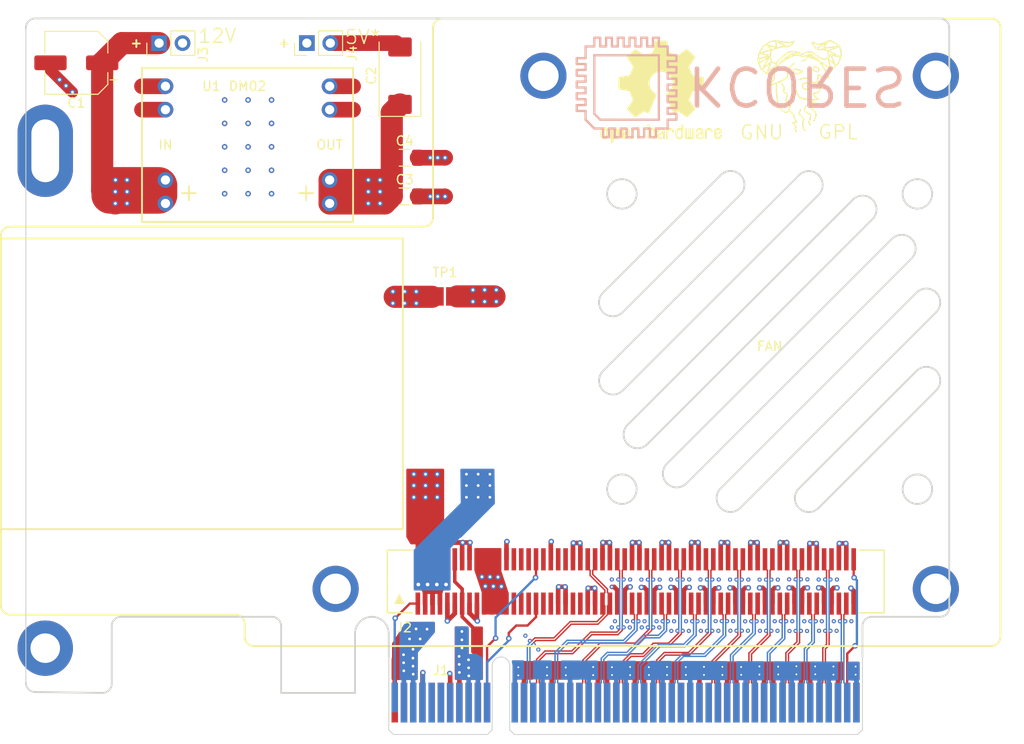
<source format=kicad_pcb>
(kicad_pcb (version 20171130) (host pcbnew "(5.1.9)-1")
  (layers (0 F.Cu mixed) (1 GND power) (2 VCC power) (31 B.Cu signal) (34 B.Paste user) (35 F.Paste user) (36 B.SilkS user) (37 F.SilkS user) (38 B.Mask user) (39 F.Mask user) (44 Edge.Cuts user))
  (net 0 "")
  (net 1 "Net-(J2-Pad23)")
  (net 2 "Net-(J2-Pad22)")
  (net 3 "Net-(J2-Pad16)")
  (net 4 "Net-(J2-Pad15)")
  (net 5 "Net-(J2-Pad14)")
  (net 6 "Net-(J2-Pad80)")
  (net 7 "Net-(J2-Pad78)")
  (net 8 "Net-(J2-Pad76)")
  (net 9 "Net-(J2-Pad75)")
  (net 10 "Net-(J2-Pad74)")
  (net 11 "Net-(J1-PadA32)")
  (net 12 "Net-(J1-PadA19)")
  (net 13 "Net-(J1-PadB30)")
  (net 14 +12V)
  (net 15 GND)
  (net 16 +3V3)
  (net 17 "Net-(J1-PadB9)")
  (net 18 3V3AUX)
  (net 19 WAKE)
  (net 20 "Net-(J1-PadB17)")
  (net 21 "Net-(J1-PadB12)")
  (net 22 "Net-(J1-PadA5)")
  (net 23 "Net-(J1-PadA6)")
  (net 24 "Net-(J1-PadA7)")
  (net 25 "Net-(J1-PadA8)")
  (net 26 PERST)
  (net 27 REFCLK-)
  (net 28 REFCLK+)
  (net 29 "Net-(J2-Pad81)")
  (net 30 HSO3_N)
  (net 31 HSO3_P)
  (net 32 HSO2_N)
  (net 33 HSO2_P)
  (net 34 HSO1_N)
  (net 35 HSO1_P)
  (net 36 HSO0_P)
  (net 37 HSO0_N)
  (net 38 HSI3_N)
  (net 39 HSI3_P)
  (net 40 HSI2_N)
  (net 41 HSI2_P)
  (net 42 HSI1_N)
  (net 43 HSI1_P)
  (net 44 HSI0_P)
  (net 45 HSI0_N)
  (net 46 PRSNT2)
  (net 47 PRSNT1)
  (net 48 P5V_AUX)
  (net 49 HSI7_N)
  (net 50 HSI7_P)
  (net 51 HSI6_N)
  (net 52 HSI6_P)
  (net 53 "Net-(J1-PadB31)")
  (net 54 HSO4_P)
  (net 55 HSO4_N)
  (net 56 HSO5_P)
  (net 57 HSO5_N)
  (net 58 HSO6_P)
  (net 59 HSO6_N)
  (net 60 HSO7_P)
  (net 61 HSO7_N)
  (net 62 "Net-(J1-PadA33)")
  (net 63 HSI4_P)
  (net 64 HSI4_N)
  (net 65 HSI5_P)
  (net 66 HSI5_N)
  (net 67 "Net-(J1-PadB6)")
  (net 68 "Net-(J1-PadB5)")
  (net 69 "Net-(J2-Pad19)")
  (net 70 "Net-(J2-Pad18)")
  (module Connector_PCBEdge:BUS_PCIexpress_x8 (layer F.Cu) (at 133.65 130.55)
    (fp_text reference J1 (at 5 -3.5) (layer F.SilkS))
    (fp_text value PCIe_x8)
    (fp_line (start 50.65 2.95) (end 50.15 3.45) (layer Edge.Cuts) (width 0.1))
    (fp_line (start 12.45 2.95) (end 12.95 3.45) (layer Edge.Cuts) (width 0.1))
    (fp_line (start 10.55 2.95) (end 10.05 3.45) (layer Edge.Cuts) (width 0.1))
    (fp_line (start -0.65 2.95) (end -0.15 3.45) (layer Edge.Cuts) (width 0.1))
    (fp_line (start 12.95 3.45) (end 50.15 3.45) (layer Edge.Cuts) (width 0.1))
    (fp_line (start 50.65 -4.95) (end 50.65 2.95) (layer Edge.Cuts) (width 0.1))
    (fp_line (start -0.15 3.45) (end 10.05 3.45) (layer Edge.Cuts) (width 0.1))
    (fp_line (start -0.65 -4.95) (end -0.65 2.95) (layer Edge.Cuts) (width 0.1))
    (fp_line (start 12.45 -4) (end 12.45 2.95) (layer Edge.Cuts) (width 0.1))
    (fp_line (start 10.55 -4) (end 10.55 2.95) (layer Edge.Cuts) (width 0.1))
    (fp_arc (start 11.5 -4) (end 12.45 -4) (angle -180) (layer Edge.Cuts) (width 0.1))
    (pad A49 connect rect (at 50 0) (size 0.7 4.3) (layers B.Cu B.Mask) (net 15 GND))
    (pad A48 connect rect (at 49 0) (size 0.7 4.3) (layers B.Cu B.Mask) (net 49 HSI7_N))
    (pad A47 connect rect (at 48 0) (size 0.7 4.3) (layers B.Cu B.Mask) (net 50 HSI7_P))
    (pad A46 connect rect (at 47 0) (size 0.7 4.3) (layers B.Cu B.Mask) (net 15 GND))
    (pad A45 connect rect (at 46 0) (size 0.7 4.3) (layers B.Cu B.Mask) (net 15 GND))
    (pad A44 connect rect (at 45 0) (size 0.7 4.3) (layers B.Cu B.Mask) (net 51 HSI6_N))
    (pad A43 connect rect (at 44 0) (size 0.7 4.3) (layers B.Cu B.Mask) (net 52 HSI6_P))
    (pad A42 connect rect (at 43 0) (size 0.7 4.3) (layers B.Cu B.Mask) (net 15 GND))
    (pad A13 connect rect (at 14 0) (size 0.7 4.3) (layers B.Cu B.Mask) (net 28 REFCLK+))
    (pad A12 connect rect (at 13 0) (size 0.7 4.3) (layers B.Cu B.Mask) (net 15 GND))
    (pad A18 connect rect (at 19 0) (size 0.7 4.3) (layers B.Cu B.Mask) (net 15 GND))
    (pad A17 connect rect (at 18 0) (size 0.7 4.3) (layers B.Cu B.Mask) (net 45 HSI0_N))
    (pad A16 connect rect (at 17 0) (size 0.7 4.3) (layers B.Cu B.Mask) (net 44 HSI0_P))
    (pad A15 connect rect (at 16 0) (size 0.7 4.3) (layers B.Cu B.Mask) (net 15 GND))
    (pad A14 connect rect (at 15 0) (size 0.7 4.3) (layers B.Cu B.Mask) (net 27 REFCLK-))
    (pad A11 connect rect (at 10 0) (size 0.7 4.3) (layers B.Cu B.Mask) (net 26 PERST))
    (pad A10 connect rect (at 9 0) (size 0.7 4.3) (layers B.Cu B.Mask) (net 16 +3V3))
    (pad A9 connect rect (at 8 0) (size 0.7 4.3) (layers B.Cu B.Mask) (net 16 +3V3))
    (pad A8 connect rect (at 7 0) (size 0.7 4.3) (layers B.Cu B.Mask) (net 25 "Net-(J1-PadA8)"))
    (pad A7 connect rect (at 6 0) (size 0.7 4.3) (layers B.Cu B.Mask) (net 24 "Net-(J1-PadA7)"))
    (pad A6 connect rect (at 5 0) (size 0.7 4.3) (layers B.Cu B.Mask) (net 23 "Net-(J1-PadA6)"))
    (pad A5 connect rect (at 4 0) (size 0.7 4.3) (layers B.Cu B.Mask) (net 22 "Net-(J1-PadA5)"))
    (pad A4 connect rect (at 3 0) (size 0.7 4.3) (layers B.Cu B.Mask) (net 15 GND))
    (pad A3 connect rect (at 2 0) (size 0.7 4.3) (layers B.Cu B.Mask) (net 14 +12V))
    (pad A2 connect rect (at 1 0) (size 0.7 4.3) (layers B.Cu B.Mask) (net 14 +12V))
    (pad A1 connect rect (at 0 -0.55) (size 0.7 3.2) (layers B.Cu B.Mask) (net 47 PRSNT1))
    (pad B13 connect rect (at 14 0) (size 0.7 4.3) (layers F.Cu F.Mask) (net 15 GND))
    (pad B12 connect rect (at 13 0) (size 0.7 4.3) (layers F.Cu F.Mask) (net 21 "Net-(J1-PadB12)"))
    (pad B18 connect rect (at 19 0) (size 0.7 4.3) (layers F.Cu F.Mask) (net 15 GND))
    (pad B17 connect rect (at 18 0) (size 0.7 4.3) (layers F.Cu F.Mask) (net 20 "Net-(J1-PadB17)"))
    (pad B16 connect rect (at 17 0) (size 0.7 4.3) (layers F.Cu F.Mask) (net 15 GND))
    (pad B15 connect rect (at 16 0) (size 0.7 4.3) (layers F.Cu F.Mask) (net 37 HSO0_N))
    (pad B14 connect rect (at 15 0) (size 0.7 4.3) (layers F.Cu F.Mask) (net 36 HSO0_P))
    (pad B11 connect rect (at 10 0) (size 0.7 4.3) (layers F.Cu F.Mask) (net 19 WAKE))
    (pad B10 connect rect (at 9 0) (size 0.7 4.3) (layers F.Cu F.Mask) (net 18 3V3AUX))
    (pad B9 connect rect (at 8 0) (size 0.7 4.3) (layers F.Cu F.Mask) (net 17 "Net-(J1-PadB9)"))
    (pad B8 connect rect (at 7 0) (size 0.7 4.3) (layers F.Cu F.Mask) (net 16 +3V3))
    (pad B7 connect rect (at 6 0) (size 0.7 4.3) (layers F.Cu F.Mask) (net 15 GND))
    (pad B6 connect rect (at 5 0) (size 0.7 4.3) (layers F.Cu F.Mask) (net 67 "Net-(J1-PadB6)"))
    (pad B5 connect rect (at 4 0) (size 0.7 4.3) (layers F.Cu F.Mask) (net 68 "Net-(J1-PadB5)"))
    (pad B4 connect rect (at 3 0) (size 0.7 4.3) (layers F.Cu F.Mask) (net 15 GND))
    (pad B3 connect rect (at 2 0) (size 0.7 4.3) (layers F.Cu F.Mask) (net 14 +12V))
    (pad B2 connect rect (at 1 0) (size 0.7 4.3) (layers F.Cu F.Mask) (net 14 +12V))
    (pad B1 connect rect (at 0 0) (size 0.7 4.3) (layers F.Cu F.Mask) (net 14 +12V))
    (pad B19 connect rect (at 20 0) (size 0.7 4.3) (layers F.Cu F.Mask) (net 35 HSO1_P))
    (pad B20 connect rect (at 21 0) (size 0.7 4.3) (layers F.Cu F.Mask) (net 34 HSO1_N))
    (pad B21 connect rect (at 22 0) (size 0.7 4.3) (layers F.Cu F.Mask) (net 15 GND))
    (pad B22 connect rect (at 23 0) (size 0.7 4.3) (layers F.Cu F.Mask) (net 15 GND))
    (pad B23 connect rect (at 24 0) (size 0.7 4.3) (layers F.Cu F.Mask) (net 33 HSO2_P))
    (pad B24 connect rect (at 25 0) (size 0.7 4.3) (layers F.Cu F.Mask) (net 32 HSO2_N))
    (pad B25 connect rect (at 26 0) (size 0.7 4.3) (layers F.Cu F.Mask) (net 15 GND))
    (pad B26 connect rect (at 27 0) (size 0.7 4.3) (layers F.Cu F.Mask) (net 15 GND))
    (pad B27 connect rect (at 28 0) (size 0.7 4.3) (layers F.Cu F.Mask) (net 31 HSO3_P))
    (pad B28 connect rect (at 29 0) (size 0.7 4.3) (layers F.Cu F.Mask) (net 30 HSO3_N))
    (pad B29 connect rect (at 30 0) (size 0.7 4.3) (layers F.Cu F.Mask) (net 15 GND))
    (pad B30 connect rect (at 31 0) (size 0.7 4.3) (layers F.Cu F.Mask) (net 13 "Net-(J1-PadB30)"))
    (pad B31 connect rect (at 32 0) (size 0.7 4.3) (layers F.Cu F.Mask) (net 53 "Net-(J1-PadB31)"))
    (pad B32 connect rect (at 33 0) (size 0.7 4.3) (layers F.Cu F.Mask) (net 15 GND))
    (pad A19 connect rect (at 20 0) (size 0.7 4.3) (layers B.Cu B.Mask) (net 12 "Net-(J1-PadA19)"))
    (pad A20 connect rect (at 21 0) (size 0.7 4.3) (layers B.Cu B.Mask) (net 15 GND))
    (pad A21 connect rect (at 22 0) (size 0.7 4.3) (layers B.Cu B.Mask) (net 43 HSI1_P))
    (pad A22 connect rect (at 23 0) (size 0.7 4.3) (layers B.Cu B.Mask) (net 42 HSI1_N))
    (pad A23 connect rect (at 24 0) (size 0.7 4.3) (layers B.Cu B.Mask) (net 15 GND))
    (pad A24 connect rect (at 25 0) (size 0.7 4.3) (layers B.Cu B.Mask) (net 15 GND))
    (pad A25 connect rect (at 26 0) (size 0.7 4.3) (layers B.Cu B.Mask) (net 41 HSI2_P))
    (pad A26 connect rect (at 27 0) (size 0.7 4.3) (layers B.Cu B.Mask) (net 40 HSI2_N))
    (pad A27 connect rect (at 28 0) (size 0.7 4.3) (layers B.Cu B.Mask) (net 15 GND))
    (pad A28 connect rect (at 29 0) (size 0.7 4.3) (layers B.Cu B.Mask) (net 15 GND))
    (pad A29 connect rect (at 30 0) (size 0.7 4.3) (layers B.Cu B.Mask) (net 39 HSI3_P))
    (pad A30 connect rect (at 31 0) (size 0.7 4.3) (layers B.Cu B.Mask) (net 38 HSI3_N))
    (pad A31 connect rect (at 32 0) (size 0.7 4.3) (layers B.Cu B.Mask) (net 15 GND))
    (pad A32 connect rect (at 33 0) (size 0.7 4.3) (layers B.Cu B.Mask) (net 11 "Net-(J1-PadA32)"))
    (pad B33 connect rect (at 34 0) (size 0.7 4.3) (layers F.Cu F.Mask) (net 54 HSO4_P))
    (pad B34 connect rect (at 35 0) (size 0.7 4.3) (layers F.Cu F.Mask) (net 55 HSO4_N))
    (pad B35 connect rect (at 36 0) (size 0.7 4.3) (layers F.Cu F.Mask) (net 15 GND))
    (pad B36 connect rect (at 37 0) (size 0.7 4.3) (layers F.Cu F.Mask) (net 15 GND))
    (pad B37 connect rect (at 38 0) (size 0.7 4.3) (layers F.Cu F.Mask) (net 56 HSO5_P))
    (pad B38 connect rect (at 39 0) (size 0.7 4.3) (layers F.Cu F.Mask) (net 57 HSO5_N))
    (pad B39 connect rect (at 40 0) (size 0.7 4.3) (layers F.Cu F.Mask) (net 15 GND))
    (pad B40 connect rect (at 41 0) (size 0.7 4.3) (layers F.Cu F.Mask) (net 15 GND))
    (pad B41 connect rect (at 42 0) (size 0.7 4.3) (layers F.Cu F.Mask) (net 58 HSO6_P))
    (pad B42 connect rect (at 43 0) (size 0.7 4.3) (layers F.Cu F.Mask) (net 59 HSO6_N))
    (pad B43 connect rect (at 44 0) (size 0.7 4.3) (layers F.Cu F.Mask) (net 15 GND))
    (pad B44 connect rect (at 45 0) (size 0.7 4.3) (layers F.Cu F.Mask) (net 15 GND))
    (pad B45 connect rect (at 46 0) (size 0.7 4.3) (layers F.Cu F.Mask) (net 60 HSO7_P))
    (pad B46 connect rect (at 47 0) (size 0.7 4.3) (layers F.Cu F.Mask) (net 61 HSO7_N))
    (pad B47 connect rect (at 48 0) (size 0.7 4.3) (layers F.Cu F.Mask) (net 15 GND))
    (pad B48 connect rect (at 49 -0.55) (size 0.7 3.2) (layers F.Cu F.Mask) (net 46 PRSNT2))
    (pad B49 connect rect (at 50 0) (size 0.7 4.3) (layers F.Cu F.Mask) (net 15 GND))
    (pad A33 connect rect (at 34 0) (size 0.7 4.3) (layers B.Cu B.Mask) (net 62 "Net-(J1-PadA33)"))
    (pad A34 connect rect (at 35 0) (size 0.7 4.3) (layers B.Cu B.Mask) (net 15 GND))
    (pad A35 connect rect (at 36 0) (size 0.7 4.3) (layers B.Cu B.Mask) (net 63 HSI4_P))
    (pad A36 connect rect (at 37 0) (size 0.7 4.3) (layers B.Cu B.Mask) (net 64 HSI4_N))
    (pad A37 connect rect (at 38 0) (size 0.7 4.3) (layers B.Cu B.Mask) (net 15 GND))
    (pad A38 connect rect (at 39 0) (size 0.7 4.3) (layers B.Cu B.Mask) (net 15 GND))
    (pad A39 connect rect (at 40 0) (size 0.7 4.3) (layers B.Cu B.Mask) (net 65 HSI5_P))
    (pad A40 connect rect (at 41 0) (size 0.7 4.3) (layers B.Cu B.Mask) (net 66 HSI5_N))
    (pad A41 connect rect (at 42 0) (size 0.7 4.3) (layers B.Cu B.Mask) (net 15 GND))
  )
  (module Connector_Wire:SolderWirePad_1x01_Drill0.8mm (layer F.Cu) (at 95.8 70.75)
    (fp_text reference REF** hide)
    (fp_text value "" hide)
    (pad 1 thru_hole oval (at 0 0) (size 6 10) (drill oval 3 6.8) (layers *.Cu *.Mask))
  )
  (module Connector_Wire:SolderWirePad_1x01_Drill0.8mm (layer F.Cu) (at 95.5 124.650001)
    (fp_text reference REF** hide)
    (fp_text value "" hide)
    (pad 1 thru_hole circle (at 0.3 0) (size 6 6) (drill 3.2) (layers *.Cu *.Mask))
  )
  (module FCI_61082:OCP_Mezz_V2.0 (layer F.Cu) (at 133.65 117.42)
    (fp_text reference J2 (at 1 5) (layer F.SilkS))
    (fp_text value Conn_02x40_Top_Bottom)
    (pad 120 smd rect (at 49.7 -2.4) (size 0.5 2.4) (layers F.Cu F.Paste F.Mask) (net 46 PRSNT2))
    (pad 119 smd rect (at 48.9 -2.4) (size 0.5 2.4) (layers F.Cu F.Paste F.Mask) (net 15 GND))
    (pad 118 smd rect (at 48.1 -2.4) (size 0.5 2.4) (layers F.Cu F.Paste F.Mask) (net 15 GND))
    (pad 117 smd rect (at 47.3 -2.4) (size 0.5 2.4) (layers F.Cu F.Paste F.Mask) (net 61 HSO7_N))
    (pad 116 smd rect (at 46.5 -2.4) (size 0.5 2.4) (layers F.Cu F.Paste F.Mask) (net 60 HSO7_P))
    (pad 115 smd rect (at 45.7 -2.4) (size 0.5 2.4) (layers F.Cu F.Paste F.Mask) (net 15 GND))
    (pad 114 smd rect (at 44.9 -2.4) (size 0.5 2.4) (layers F.Cu F.Paste F.Mask) (net 15 GND))
    (pad 113 smd rect (at 44.1 -2.4) (size 0.5 2.4) (layers F.Cu F.Paste F.Mask) (net 59 HSO6_N))
    (pad 112 smd rect (at 43.3 -2.4) (size 0.5 2.4) (layers F.Cu F.Paste F.Mask) (net 58 HSO6_P))
    (pad 111 smd rect (at 42.5 -2.4) (size 0.5 2.4) (layers F.Cu F.Paste F.Mask) (net 15 GND))
    (pad 110 smd rect (at 41.7 -2.4) (size 0.5 2.4) (layers F.Cu F.Paste F.Mask) (net 15 GND))
    (pad 109 smd rect (at 40.9 -2.4) (size 0.5 2.4) (layers F.Cu F.Paste F.Mask) (net 57 HSO5_N))
    (pad 108 smd rect (at 40.1 -2.4) (size 0.5 2.4) (layers F.Cu F.Paste F.Mask) (net 56 HSO5_P))
    (pad 107 smd rect (at 39.3 -2.4) (size 0.5 2.4) (layers F.Cu F.Paste F.Mask) (net 15 GND))
    (pad 106 smd rect (at 38.5 -2.4) (size 0.5 2.4) (layers F.Cu F.Paste F.Mask) (net 15 GND))
    (pad 105 smd rect (at 37.7 -2.4) (size 0.5 2.4) (layers F.Cu F.Paste F.Mask) (net 55 HSO4_N))
    (pad 104 smd rect (at 36.9 -2.4) (size 0.5 2.4) (layers F.Cu F.Paste F.Mask) (net 54 HSO4_P))
    (pad 103 smd rect (at 36.1 -2.4) (size 0.5 2.4) (layers F.Cu F.Paste F.Mask) (net 15 GND))
    (pad 102 smd rect (at 35.3 -2.4) (size 0.5 2.4) (layers F.Cu F.Paste F.Mask) (net 15 GND))
    (pad 101 smd rect (at 34.5 -2.4) (size 0.5 2.4) (layers F.Cu F.Paste F.Mask) (net 30 HSO3_N))
    (pad 100 smd rect (at 33.7 -2.4) (size 0.5 2.4) (layers F.Cu F.Paste F.Mask) (net 31 HSO3_P))
    (pad 99 smd rect (at 32.9 -2.4) (size 0.5 2.4) (layers F.Cu F.Paste F.Mask) (net 15 GND))
    (pad 98 smd rect (at 32.1 -2.4) (size 0.5 2.4) (layers F.Cu F.Paste F.Mask) (net 15 GND))
    (pad 97 smd rect (at 31.3 -2.4) (size 0.5 2.4) (layers F.Cu F.Paste F.Mask) (net 32 HSO2_N))
    (pad 96 smd rect (at 30.5 -2.4) (size 0.5 2.4) (layers F.Cu F.Paste F.Mask) (net 33 HSO2_P))
    (pad 95 smd rect (at 29.7 -2.4) (size 0.5 2.4) (layers F.Cu F.Paste F.Mask) (net 15 GND))
    (pad 94 smd rect (at 28.9 -2.4) (size 0.5 2.4) (layers F.Cu F.Paste F.Mask) (net 15 GND))
    (pad 93 smd rect (at 28.1 -2.4) (size 0.5 2.4) (layers F.Cu F.Paste F.Mask) (net 34 HSO1_N))
    (pad 92 smd rect (at 27.3 -2.4) (size 0.5 2.4) (layers F.Cu F.Paste F.Mask) (net 35 HSO1_P))
    (pad 91 smd rect (at 26.5 -2.4) (size 0.5 2.4) (layers F.Cu F.Paste F.Mask) (net 15 GND))
    (pad 90 smd rect (at 25.7 -2.4) (size 0.5 2.4) (layers F.Cu F.Paste F.Mask) (net 15 GND))
    (pad 89 smd rect (at 24.9 -2.4) (size 0.5 2.4) (layers F.Cu F.Paste F.Mask) (net 37 HSO0_N))
    (pad 88 smd rect (at 24.1 -2.4) (size 0.5 2.4) (layers F.Cu F.Paste F.Mask) (net 36 HSO0_P))
    (pad 87 smd rect (at 23.3 -2.4) (size 0.5 2.4) (layers F.Cu F.Paste F.Mask) (net 15 GND))
    (pad 86 smd rect (at 22.5 -2.4) (size 0.5 2.4) (layers F.Cu F.Paste F.Mask) (net 15 GND))
    (pad 85 smd rect (at 21.7 -2.4) (size 0.5 2.4) (layers F.Cu F.Paste F.Mask) (net 27 REFCLK-))
    (pad 84 smd rect (at 20.9 -2.4) (size 0.5 2.4) (layers F.Cu F.Paste F.Mask) (net 28 REFCLK+))
    (pad 83 smd rect (at 20.1 -2.4) (size 0.5 2.4) (layers F.Cu F.Paste F.Mask) (net 15 GND))
    (pad 82 smd rect (at 19.3 -2.4) (size 0.5 2.4) (layers F.Cu F.Paste F.Mask) (net 15 GND))
    (pad 81 smd rect (at 18.5 -2.4) (size 0.5 2.4) (layers F.Cu F.Paste F.Mask) (net 29 "Net-(J2-Pad81)"))
    (pad 80 smd rect (at 17.7 -2.4) (size 0.5 2.4) (layers F.Cu F.Paste F.Mask) (net 6 "Net-(J2-Pad80)"))
    (pad 79 smd rect (at 16.9 -2.4) (size 0.5 2.4) (layers F.Cu F.Paste F.Mask) (net 15 GND))
    (pad 78 smd rect (at 16.1 -2.4) (size 0.5 2.4) (layers F.Cu F.Paste F.Mask) (net 7 "Net-(J2-Pad78)"))
    (pad 77 smd rect (at 15.3 -2.4) (size 0.5 2.4) (layers F.Cu F.Paste F.Mask) (net 19 WAKE))
    (pad 76 smd rect (at 14.5 -2.4) (size 0.5 2.4) (layers F.Cu F.Paste F.Mask) (net 8 "Net-(J2-Pad76)"))
    (pad 75 smd rect (at 13.7 -2.4) (size 0.5 2.4) (layers F.Cu F.Paste F.Mask) (net 9 "Net-(J2-Pad75)"))
    (pad 74 smd rect (at 12.9 -2.4) (size 0.5 2.4) (layers F.Cu F.Paste F.Mask) (net 10 "Net-(J2-Pad74)"))
    (pad 73 smd rect (at 12.1 -2.4) (size 0.5 2.4) (layers F.Cu F.Paste F.Mask) (net 15 GND))
    (pad 72 smd rect (at 11.3 -2.4) (size 0.5 2.4) (layers F.Cu F.Paste F.Mask) (net 16 +3V3))
    (pad 71 smd rect (at 10.5 -2.4) (size 0.5 2.4) (layers F.Cu F.Paste F.Mask) (net 16 +3V3))
    (pad 70 smd rect (at 9.7 -2.4) (size 0.5 2.4) (layers F.Cu F.Paste F.Mask) (net 16 +3V3))
    (pad 69 smd rect (at 8.9 -2.4) (size 0.5 2.4) (layers F.Cu F.Paste F.Mask) (net 16 +3V3))
    (pad 68 smd rect (at 8.1 -2.4) (size 0.5 2.4) (layers F.Cu F.Paste F.Mask) (net 15 GND))
    (pad 67 smd rect (at 7.3 -2.4) (size 0.5 2.4) (layers F.Cu F.Paste F.Mask) (net 15 GND))
    (pad 66 smd rect (at 6.5 -2.4) (size 0.5 2.4) (layers F.Cu F.Paste F.Mask) (net 18 3V3AUX))
    (pad 65 smd rect (at 5.7 -2.4) (size 0.5 2.4) (layers F.Cu F.Paste F.Mask) (net 15 GND))
    (pad 64 smd rect (at 4.9 -2.4) (size 0.5 2.4) (layers F.Cu F.Paste F.Mask) (net 15 GND))
    (pad 63 smd rect (at 4.1 -2.4) (size 0.5 2.4) (layers F.Cu F.Paste F.Mask) (net 14 +12V))
    (pad 62 smd rect (at 3.3 -2.4) (size 0.5 2.4) (layers F.Cu F.Paste F.Mask) (net 14 +12V))
    (pad 61 smd rect (at 2.5 -2.4) (size 0.5 2.4) (layers F.Cu F.Paste F.Mask) (net 14 +12V))
    (pad 60 smd rect (at 49.7 2.4) (size 0.5 2.4) (layers F.Cu F.Paste F.Mask) (net 15 GND))
    (pad 59 smd rect (at 48.9 2.4) (size 0.5 2.4) (layers F.Cu F.Paste F.Mask) (net 49 HSI7_N))
    (pad 58 smd rect (at 48.1 2.4) (size 0.5 2.4) (layers F.Cu F.Paste F.Mask) (net 50 HSI7_P))
    (pad 57 smd rect (at 47.3 2.4) (size 0.5 2.4) (layers F.Cu F.Paste F.Mask) (net 15 GND))
    (pad 56 smd rect (at 46.5 2.4) (size 0.5 2.4) (layers F.Cu F.Paste F.Mask) (net 15 GND))
    (pad 55 smd rect (at 45.7 2.4) (size 0.5 2.4) (layers F.Cu F.Paste F.Mask) (net 51 HSI6_N))
    (pad 54 smd rect (at 44.9 2.4) (size 0.5 2.4) (layers F.Cu F.Paste F.Mask) (net 52 HSI6_P))
    (pad 53 smd rect (at 44.1 2.4) (size 0.5 2.4) (layers F.Cu F.Paste F.Mask) (net 15 GND))
    (pad 52 smd rect (at 43.3 2.4) (size 0.5 2.4) (layers F.Cu F.Paste F.Mask) (net 15 GND))
    (pad 51 smd rect (at 42.5 2.4) (size 0.5 2.4) (layers F.Cu F.Paste F.Mask) (net 66 HSI5_N))
    (pad 50 smd rect (at 41.7 2.4) (size 0.5 2.4) (layers F.Cu F.Paste F.Mask) (net 65 HSI5_P))
    (pad 49 smd rect (at 40.9 2.4) (size 0.5 2.4) (layers F.Cu F.Paste F.Mask) (net 15 GND))
    (pad 48 smd rect (at 40.1 2.4) (size 0.5 2.4) (layers F.Cu F.Paste F.Mask) (net 15 GND))
    (pad 47 smd rect (at 39.3 2.4) (size 0.5 2.4) (layers F.Cu F.Paste F.Mask) (net 64 HSI4_N))
    (pad 46 smd rect (at 38.5 2.4) (size 0.5 2.4) (layers F.Cu F.Paste F.Mask) (net 63 HSI4_P))
    (pad 45 smd rect (at 37.7 2.4) (size 0.5 2.4) (layers F.Cu F.Paste F.Mask) (net 15 GND))
    (pad 44 smd rect (at 36.9 2.4) (size 0.5 2.4) (layers F.Cu F.Paste F.Mask) (net 15 GND))
    (pad 43 smd rect (at 36.1 2.4) (size 0.5 2.4) (layers F.Cu F.Paste F.Mask) (net 38 HSI3_N))
    (pad 42 smd rect (at 35.3 2.4) (size 0.5 2.4) (layers F.Cu F.Paste F.Mask) (net 39 HSI3_P))
    (pad 41 smd rect (at 34.5 2.4) (size 0.5 2.4) (layers F.Cu F.Paste F.Mask) (net 15 GND))
    (pad 40 smd rect (at 33.7 2.4) (size 0.5 2.4) (layers F.Cu F.Paste F.Mask) (net 15 GND))
    (pad 39 smd rect (at 32.9 2.4) (size 0.5 2.4) (layers F.Cu F.Paste F.Mask) (net 40 HSI2_N))
    (pad 38 smd rect (at 32.1 2.4) (size 0.5 2.4) (layers F.Cu F.Paste F.Mask) (net 41 HSI2_P))
    (pad 37 smd rect (at 31.3 2.4) (size 0.5 2.4) (layers F.Cu F.Paste F.Mask) (net 15 GND))
    (pad 36 smd rect (at 30.5 2.4) (size 0.5 2.4) (layers F.Cu F.Paste F.Mask) (net 15 GND))
    (pad 35 smd rect (at 29.7 2.4) (size 0.5 2.4) (layers F.Cu F.Paste F.Mask) (net 42 HSI1_N))
    (pad 34 smd rect (at 28.9 2.4) (size 0.5 2.4) (layers F.Cu F.Paste F.Mask) (net 43 HSI1_P))
    (pad 33 smd rect (at 28.1 2.4) (size 0.5 2.4) (layers F.Cu F.Paste F.Mask) (net 15 GND))
    (pad 32 smd rect (at 27.3 2.4) (size 0.5 2.4) (layers F.Cu F.Paste F.Mask) (net 15 GND))
    (pad 31 smd rect (at 26.5 2.4) (size 0.5 2.4) (layers F.Cu F.Paste F.Mask) (net 45 HSI0_N))
    (pad 30 smd rect (at 25.7 2.4) (size 0.5 2.4) (layers F.Cu F.Paste F.Mask) (net 44 HSI0_P))
    (pad 29 smd rect (at 24.9 2.4) (size 0.5 2.4) (layers F.Cu F.Paste F.Mask) (net 15 GND))
    (pad 28 smd rect (at 24.1 2.4) (size 0.5 2.4) (layers F.Cu F.Paste F.Mask) (net 15 GND))
    (pad 27 smd rect (at 23.3 2.4) (size 0.5 2.4) (layers F.Cu F.Paste F.Mask) (net 27 REFCLK-))
    (pad 26 smd rect (at 22.5 2.4) (size 0.5 2.4) (layers F.Cu F.Paste F.Mask) (net 28 REFCLK+))
    (pad 25 smd rect (at 21.7 2.4) (size 0.5 2.4) (layers F.Cu F.Paste F.Mask) (net 15 GND))
    (pad 24 smd rect (at 20.9 2.4) (size 0.5 2.4) (layers F.Cu F.Paste F.Mask) (net 15 GND))
    (pad 23 smd rect (at 20.1 2.4) (size 0.5 2.4) (layers F.Cu F.Paste F.Mask) (net 1 "Net-(J2-Pad23)"))
    (pad 22 smd rect (at 19.3 2.4) (size 0.5 2.4) (layers F.Cu F.Paste F.Mask) (net 2 "Net-(J2-Pad22)"))
    (pad 21 smd rect (at 18.5 2.4) (size 0.5 2.4) (layers F.Cu F.Paste F.Mask) (net 15 GND))
    (pad 20 smd rect (at 17.7 2.4) (size 0.5 2.4) (layers F.Cu F.Paste F.Mask) (net 15 GND))
    (pad 19 smd rect (at 16.9 2.4) (size 0.5 2.4) (layers F.Cu F.Paste F.Mask) (net 69 "Net-(J2-Pad19)"))
    (pad 18 smd rect (at 16.1 2.4) (size 0.5 2.4) (layers F.Cu F.Paste F.Mask) (net 70 "Net-(J2-Pad18)"))
    (pad 17 smd rect (at 15.3 2.4) (size 0.5 2.4) (layers F.Cu F.Paste F.Mask) (net 26 PERST))
    (pad 16 smd rect (at 14.5 2.4) (size 0.5 2.4) (layers F.Cu F.Paste F.Mask) (net 3 "Net-(J2-Pad16)"))
    (pad 15 smd rect (at 13.7 2.4) (size 0.5 2.4) (layers F.Cu F.Paste F.Mask) (net 4 "Net-(J2-Pad15)"))
    (pad 14 smd rect (at 12.9 2.4) (size 0.5 2.4) (layers F.Cu F.Paste F.Mask) (net 5 "Net-(J2-Pad14)"))
    (pad 13 smd rect (at 12.1 2.4) (size 0.5 2.4) (layers F.Cu F.Paste F.Mask) (net 16 +3V3))
    (pad 12 smd rect (at 11.3 2.4) (size 0.5 2.4) (layers F.Cu F.Paste F.Mask) (net 16 +3V3))
    (pad 11 smd rect (at 10.5 2.4) (size 0.5 2.4) (layers F.Cu F.Paste F.Mask) (net 16 +3V3))
    (pad 10 smd rect (at 9.7 2.4) (size 0.5 2.4) (layers F.Cu F.Paste F.Mask) (net 16 +3V3))
    (pad 9 smd rect (at 8.9 2.4) (size 0.5 2.4) (layers F.Cu F.Paste F.Mask) (net 15 GND))
    (pad 8 smd rect (at 8.1 2.4) (size 0.5 2.4) (layers F.Cu F.Paste F.Mask) (net 15 GND))
    (pad 7 smd rect (at 7.3 2.4) (size 0.5 2.4) (layers F.Cu F.Paste F.Mask) (net 18 3V3AUX))
    (pad 6 smd rect (at 6.5 2.4) (size 0.5 2.4) (layers F.Cu F.Paste F.Mask) (net 15 GND))
    (pad 5 smd rect (at 5.7 2.4) (size 0.5 2.4) (layers F.Cu F.Paste F.Mask) (net 15 GND))
    (pad 4 smd rect (at 4.9 2.4) (size 0.5 2.4) (layers F.Cu F.Paste F.Mask) (net 48 P5V_AUX))
    (pad 3 smd rect (at 4.1 2.4) (size 0.5 2.4) (layers F.Cu F.Paste F.Mask) (net 48 P5V_AUX))
    (pad 2 smd rect (at 3.3 2.4) (size 0.5 2.4) (layers F.Cu F.Paste F.Mask) (net 48 P5V_AUX))
    (pad "" thru_hole circle (at 58.6 0.8) (size 5 5) (drill 3.3) (layers *.Cu *.Mask))
    (pad "" thru_hole circle (at 58.6 -54.8) (size 5 5) (drill 3.3) (layers *.Cu *.Mask))
    (pad "" thru_hole circle (at 16.1 -54.8) (size 5 5) (drill 3.3) (layers *.Cu *.Mask))
    (pad 1 smd rect (at 2.5 2.4) (size 0.5 2.4) (layers F.Cu F.Paste F.Mask) (net 47 PRSNT1))
    (pad "" np_thru_hole circle (at 0 0) (size 1.2 1.2) (drill 1.2) (layers *.Cu *.Mask))
    (pad "" np_thru_hole circle (at 52.2 0) (size 0.8 0.8) (drill 0.8) (layers *.Cu *.Mask))
    (pad "" thru_hole circle (at -6.4 0.8) (size 5 5) (drill 3.3) (layers *.Cu *.Mask))
  )
  (module Symbol:OSHW-Logo2_14.6x12mm_SilkScreen (layer F.Cu) (at 162.498 64.363)
    (fp_text reference REF** hide)
    (fp_text value OSHW-Logo2_14.6x12mm_SilkScreen hide)
  )
  (module Symbol:Symbol_GNU-Logo_SilkscreenTop (layer F.Cu) (at 177.738 62.585)
    (fp_text reference REF** hide)
    (fp_text value Symbol_GNU-Logo_SilkscreenTop)
  )
  (module Connector_PinHeader_2.54mm:PinHeader_1x02_P2.54mm_Vertical (layer F.Cu) (at 124.13 59.08 90)
    (fp_text reference J4 (at -1.118 4.905 270) (layer F.SilkS))
    (fp_text value Conn_01x02)
    (pad 1 thru_hole rect (at 0 0 90) (size 1.7 1.7) (drill 1) (layers *.Cu *.Mask) (net 48 P5V_AUX))
    (pad 2 thru_hole oval (at 0 2.54 90) (size 1.7 1.7) (drill 1) (layers *.Cu *.Mask) (net 15 GND))
  )
  (module Connector_PinHeader_2.54mm:PinHeader_1x02_P2.54mm_Vertical (layer F.Cu) (at 108.13 59.08 90)
    (fp_text reference J3 (at -1.245 4.776 90) (layer F.SilkS))
    (fp_text value Conn_01x02)
    (pad 1 thru_hole rect (at 0 0 90) (size 1.7 1.7) (drill 1) (layers *.Cu *.Mask) (net 14 +12V))
    (pad 2 thru_hole oval (at 0 2.54 90) (size 1.7 1.7) (drill 1) (layers *.Cu *.Mask) (net 15 GND))
  )
  (module FCI_61082:TestPlot (layer F.Cu) (at 139.08 86.53)
    (fp_text reference TP1 (at 0 -2.6) (layer F.SilkS))
    (fp_text value TestPoint_2Pole)
    (pad 2 smd rect (at 1.325 0) (size 2.4 2) (layers F.Cu F.Paste F.Mask) (net 48 P5V_AUX))
    (pad 1 smd rect (at -1.325 0) (size 2.4 2) (layers F.Cu F.Paste F.Mask) (net 14 +12V))
  )
  (module FCI_61082:DM02 (layer F.Cu) (at 126.598 76.454 180)
    (fp_text reference U1 (at 12.803 12.7) (layer F.SilkS))
    (fp_text value DM02)
    (fp_text user DM02 (at 8.89 12.7) (layer F.SilkS))
    (fp_text user IN (at 17.78 6.35) (layer F.SilkS))
    (fp_text user OUT (at 0 6.35) (layer F.SilkS))
    (fp_text user + (at 15.24 1.27) (layer F.SilkS) (effects (font (size 2 2) (thickness 0.2))))
    (fp_text user + (at 2.54 1.27) (layer F.SilkS) (effects (font (size 2 2) (thickness 0.2))))
    (pad 1 thru_hole circle (at 0 0 180) (size 1.7 1.7) (drill 1) (layers *.Cu *.Mask) (net 48 P5V_AUX))
    (pad 1 connect oval (at 0 0 180) (size 4.24 1.7) (drill (offset -1.27 0)) (layers F.Cu F.Mask) (net 48 P5V_AUX))
    (pad 1 connect oval (at 0 2.54 180) (size 4.24 1.7) (drill (offset -1.27 0)) (layers F.Cu F.Mask) (net 48 P5V_AUX))
    (pad 1 thru_hole circle (at 0 2.54 180) (size 1.7 1.7) (drill 1) (layers *.Cu *.Mask) (net 48 P5V_AUX))
    (pad 2 connect oval (at 0 10.16 180) (size 4.24 1.7) (drill (offset -1.27 0)) (layers F.Cu F.Mask) (net 15 GND))
    (pad 2 thru_hole circle (at 0 12.7 180) (size 1.7 1.7) (drill 1) (layers *.Cu *.Mask) (net 15 GND))
    (pad 2 thru_hole circle (at 0 10.16 180) (size 1.7 1.7) (drill 1) (layers *.Cu *.Mask) (net 15 GND))
    (pad 2 connect oval (at 0 12.7 180) (size 4.24 1.7) (drill (offset -1.27 0)) (layers F.Cu F.Mask) (net 15 GND))
    (pad 3 connect oval (at 17.78 10.16) (size 4.24 1.7) (drill (offset -1.27 0)) (layers F.Cu F.Mask) (net 15 GND))
    (pad 3 thru_hole circle (at 17.78 10.16) (size 1.7 1.7) (drill 1) (layers *.Cu *.Mask) (net 15 GND))
    (pad 3 connect oval (at 17.78 12.7) (size 4.24 1.7) (drill (offset -1.27 0)) (layers F.Cu F.Mask) (net 15 GND))
    (pad 3 thru_hole circle (at 17.78 12.7) (size 1.7 1.7) (drill 1) (layers *.Cu *.Mask) (net 15 GND))
    (pad 4 connect oval (at 17.78 0) (size 4.24 1.7) (drill (offset -1.27 0)) (layers F.Cu F.Mask) (net 14 +12V))
    (pad 4 thru_hole circle (at 17.78 0) (size 1.7 1.7) (drill 1) (layers *.Cu *.Mask) (net 14 +12V))
    (pad 4 connect oval (at 17.78 2.54) (size 4.24 1.7) (drill (offset -1.27 0)) (layers F.Cu F.Mask) (net 14 +12V))
    (pad 4 thru_hole circle (at 17.78 2.54) (size 1.7 1.7) (drill 1) (layers *.Cu *.Mask) (net 14 +12V))
  )
  (module Capacitor_SMD:C_1206_3216Metric (layer F.Cu) (at 134.729 71.501)
    (fp_text reference C4 (at 0 -1.82) (layer F.SilkS))
    (fp_text value C)
    (pad 1 smd roundrect (at -1.4 0) (size 1.25 1.75) (layers F.Cu F.Paste F.Mask) (roundrect_rratio 0.2) (net 48 P5V_AUX))
    (pad 2 smd roundrect (at 1.4 0) (size 1.25 1.75) (layers F.Cu F.Paste F.Mask) (roundrect_rratio 0.2) (net 15 GND))
  )
  (module Capacitor_SMD:C_1206_3216Metric (layer F.Cu) (at 134.729 75.692)
    (fp_text reference C3 (at 0 -1.82) (layer F.SilkS))
    (fp_text value C)
    (pad 1 smd roundrect (at -1.4 0) (size 1.25 1.75) (layers F.Cu F.Paste F.Mask) (roundrect_rratio 0.2) (net 48 P5V_AUX))
    (pad 2 smd roundrect (at 1.4 0) (size 1.25 1.75) (layers F.Cu F.Paste F.Mask) (roundrect_rratio 0.2) (net 15 GND))
  )
  (module Capacitor_Tantalum_SMD:CP_EIA-7343-31_Kemet-D (layer F.Cu) (at 134.218 62.611 90)
    (fp_text reference C2 (at 0 -3.1 90) (layer F.SilkS))
    (fp_text value C)
    (pad 1 smd roundrect (at -3.1125 0 90) (size 2.075 2.55) (layers F.Cu F.Paste F.Mask) (roundrect_rratio 0.1204819277108434) (net 48 P5V_AUX))
    (pad 2 smd roundrect (at 3.1125 0 90) (size 2.075 2.55) (layers F.Cu F.Paste F.Mask) (roundrect_rratio 0.1204819277108434) (net 15 GND))
  )
  (module Capacitor_SMD:CP_Elec_6.3x5.4 (layer F.Cu) (at 99.166 61.214 180)
    (fp_text reference C1 (at 0 -4.35) (layer F.SilkS))
    (fp_text value C)
    (pad 2 smd roundrect (at 2.8 0 180) (size 3.5 1.6) (layers F.Cu F.Paste F.Mask) (roundrect_rratio 0.15625) (net 15 GND))
    (pad 1 smd roundrect (at -2.8 0 180) (size 3.5 1.6) (layers F.Cu F.Paste F.Mask) (roundrect_rratio 0.15625) (net 14 +12V))
  )
  (module FCI_61082:Fan_4010 (layer F.Cu) (at 174.25 91.42)
    (fp_text reference FAN (at 0 0.5) (layer F.SilkS))
    (fp_text value Fan_4010)
    (fp_line (start -3.172167 -15.919715) (end -15.919715 -3.172167) (layer Edge.Cuts) (width 0.2))
    (fp_line (start -18.041036 -5.293487) (end -5.293487 -18.041036) (layer Edge.Cuts) (width 0.2))
    (fp_line (start 5.309191 -15.915793) (end -15.915793 5.309191) (layer Edge.Cuts) (width 0.2))
    (fp_line (start -18.037113 3.187871) (end 3.187871 -18.037113) (layer Edge.Cuts) (width 0.2))
    (fp_line (start 3.172167 15.919715) (end 15.919715 3.172167) (layer Edge.Cuts) (width 0.2))
    (fp_line (start 18.041036 5.293487) (end 5.293487 18.041036) (layer Edge.Cuts) (width 0.2))
    (fp_line (start -5.309191 15.915793) (end 15.915793 -5.309191) (layer Edge.Cuts) (width 0.2))
    (fp_line (start 18.037113 -3.187871) (end -3.187871 18.037113) (layer Edge.Cuts) (width 0.2))
    (fp_line (start -15.373165 9.009204) (end 9.009204 -15.373165) (layer Edge.Cuts) (width 0.2))
    (fp_line (start 11.130525 -13.251845) (end -13.251845 11.130525) (layer Edge.Cuts) (width 0.2))
    (fp_line (start 13.251845 -11.130525) (end -11.130525 13.251845) (layer Edge.Cuts) (width 0.2))
    (fp_line (start -9.009204 15.373165) (end 15.373165 -9.009204) (layer Edge.Cuts) (width 0.2))
    (fp_circle (center -16 16) (end -14.4 16) (layer Edge.Cuts) (width 0.2))
    (fp_circle (center 16 16) (end 17.6 16) (layer Edge.Cuts) (width 0.2))
    (fp_circle (center -16 -16) (end -14.4 -16) (layer Edge.Cuts) (width 0.2))
    (fp_circle (center 16 -16) (end 17.6 -16) (layer Edge.Cuts) (width 0.2))
    (fp_arc (start -16.980376 -4.232827) (end -18.041036 -5.293487) (angle -180) (layer Edge.Cuts) (width 0.2))
    (fp_arc (start -4.232827 -16.980376) (end -3.172167 -15.919715) (angle -180) (layer Edge.Cuts) (width 0.2))
    (fp_arc (start -16.976453 4.248531) (end -18.037113 3.187871) (angle -180) (layer Edge.Cuts) (width 0.2))
    (fp_arc (start 4.248531 -16.976453) (end 5.309191 -15.915793) (angle -180) (layer Edge.Cuts) (width 0.2))
    (fp_arc (start 16.980376 4.232827) (end 18.041036 5.293487) (angle -180) (layer Edge.Cuts) (width 0.2))
    (fp_arc (start 4.232827 16.980376) (end 3.172167 15.919715) (angle -180) (layer Edge.Cuts) (width 0.2))
    (fp_arc (start 16.976453 -4.248531) (end 18.037113 -3.187871) (angle -180) (layer Edge.Cuts) (width 0.2))
    (fp_arc (start -4.248531 16.976453) (end -5.309191 15.915793) (angle -180) (layer Edge.Cuts) (width 0.2))
    (fp_arc (start 10.069864 -14.312505) (end 11.130525 -13.251845) (angle -180) (layer Edge.Cuts) (width 0.2))
    (fp_arc (start -14.312505 10.069864) (end -15.373165 9.009204) (angle -180) (layer Edge.Cuts) (width 0.2))
    (fp_arc (start -10.069864 14.312505) (end -11.130525 13.251845) (angle -180) (layer Edge.Cuts) (width 0.2))
    (fp_arc (start 14.312505 -10.069864) (end 15.373165 -9.009204) (angle -180) (layer Edge.Cuts) (width 0.2))
  )
  (gr_arc (start 185.325 122.275) (end 185.35 121.25) (angle -92.76518278) (layer Edge.Cuts) (width 0.2032))
  (gr_text + (at 121.669 59.055) (layer F.SilkS) (effects (font (size 1 1) (thickness 0.2)) (justify mirror)))
  (gr_text KCORES (at 177.238 63.666 180) (layer B.SilkS) (effects (font (size 4 4) (thickness 0.5)) (justify mirror)))
  (gr_line (start 155.266719 60.395205) (end 157.012703 60.395205) (layer B.SilkS) (width 0.25))
  (gr_line (start 155.266719 68.33179) (end 155.504774 68.33179) (layer B.SilkS) (width 0.25))
  (gr_line (start 155.504774 68.33179) (end 156.040499 68.33179) (layer B.SilkS) (width 0.25))
  (gr_line (start 156.219024 68.41109) (end 156.218954 69.06584) (layer B.SilkS) (width 0.25))
  (gr_line (start 162.250859 66.06984) (end 162.250859 67.37929) (layer B.SilkS) (width 0.25))
  (gr_line (start 155.266719 61.585685) (end 155.266719 60.395205) (layer B.SilkS) (width 0.25))
  (gr_line (start 162.250859 67.37929) (end 160.663459 67.37929) (layer B.SilkS) (width 0.25))
  (gr_line (start 162.250859 60.395205) (end 162.250859 62.14124) (layer B.SilkS) (width 0.25))
  (gr_line (start 157.092008 67.37929) (end 155.901594 67.37929) (layer B.SilkS) (width 0.25))
  (gr_line (start 155.266719 65.157139) (end 155.266719 61.585685) (layer B.SilkS) (width 0.25))
  (gr_line (start 156.040499 68.33179) (end 156.219094 68.33179) (layer B.SilkS) (width 0.25))
  (gr_line (start 160.663459 67.37929) (end 157.092008 67.37929) (layer B.SilkS) (width 0.25))
  (gr_line (start 156.218954 69.06584) (end 156.218954 69.28404) (layer B.SilkS) (width 0.25))
  (gr_line (start 156.219094 68.33179) (end 156.219024 68.41109) (layer B.SilkS) (width 0.25))
  (gr_line (start 160.941259 60.395205) (end 162.250859 60.395205) (layer B.SilkS) (width 0.25))
  (gr_line (start 155.901594 67.37929) (end 155.266719 66.74444) (layer B.SilkS) (width 0.25))
  (gr_line (start 162.250859 62.14124) (end 162.250859 66.06984) (layer B.SilkS) (width 0.25))
  (gr_line (start 157.012703 60.395205) (end 160.941259 60.395205) (layer B.SilkS) (width 0.25))
  (gr_line (start 155.266719 66.74444) (end 155.266719 65.157139) (layer B.SilkS) (width 0.25))
  (gr_line (start 155.217803 68.28294) (end 155.266719 68.33179) (layer B.SilkS) (width 0.25))
  (gr_line (start 161.813709 69.28404) (end 161.932759 69.28404) (layer B.SilkS) (width 0.25))
  (gr_line (start 163.202659 67.37929) (end 163.440709 67.37929) (layer B.SilkS) (width 0.25))
  (gr_line (start 164.155009 63.57004) (end 164.155009 63.41139) (layer B.SilkS) (width 0.25))
  (gr_line (start 164.155009 64.839889) (end 164.155009 64.68119) (layer B.SilkS) (width 0.25))
  (gr_line (start 163.976409 63.57004) (end 164.155009 63.57004) (layer B.SilkS) (width 0.25))
  (gr_line (start 164.155009 65.950889) (end 164.155009 65.59379) (layer B.SilkS) (width 0.25))
  (gr_line (start 163.440709 66.10959) (end 163.976409 66.10959) (layer B.SilkS) (width 0.25))
  (gr_line (start 163.440709 63.57004) (end 163.976409 63.57004) (layer B.SilkS) (width 0.25))
  (gr_line (start 163.202659 63.57004) (end 163.440709 63.57004) (layer B.SilkS) (width 0.25))
  (gr_line (start 163.202659 65.47474) (end 163.202659 65.316039) (layer B.SilkS) (width 0.25))
  (gr_line (start 163.202659 63.68914) (end 163.202659 63.57004) (layer B.SilkS) (width 0.25))
  (gr_line (start 163.202659 64.04624) (end 163.202659 63.68914) (layer B.SilkS) (width 0.25))
  (gr_line (start 164.155009 64.68119) (end 164.155009 64.32399) (layer B.SilkS) (width 0.25))
  (gr_line (start 163.202659 66.22864) (end 163.202659 66.10959) (layer B.SilkS) (width 0.25))
  (gr_line (start 164.155009 66.74444) (end 163.916859 66.74444) (layer B.SilkS) (width 0.25))
  (gr_line (start 161.932759 69.28404) (end 161.932759 69.04599) (layer B.SilkS) (width 0.25))
  (gr_line (start 163.381159 66.74444) (end 163.202659 66.74444) (layer B.SilkS) (width 0.25))
  (gr_line (start 163.440709 64.839889) (end 163.976409 64.839889) (layer B.SilkS) (width 0.25))
  (gr_line (start 164.155009 66.86349) (end 164.155009 66.74444) (layer B.SilkS) (width 0.25))
  (gr_line (start 161.456609 69.28404) (end 161.813709 69.28404) (layer B.SilkS) (width 0.25))
  (gr_line (start 161.932759 69.04599) (end 161.932759 68.51029) (layer B.SilkS) (width 0.25))
  (gr_line (start 163.381159 64.20494) (end 163.202659 64.20494) (layer B.SilkS) (width 0.25))
  (gr_line (start 164.155009 64.20494) (end 163.916859 64.20494) (layer B.SilkS) (width 0.25))
  (gr_line (start 164.155009 64.32399) (end 164.155009 64.20494) (layer B.SilkS) (width 0.25))
  (gr_line (start 163.381159 65.47474) (end 163.202659 65.47474) (layer B.SilkS) (width 0.25))
  (gr_line (start 164.155009 65.59379) (end 164.155009 65.47474) (layer B.SilkS) (width 0.25))
  (gr_line (start 164.155009 67.37929) (end 164.155009 67.22064) (layer B.SilkS) (width 0.25))
  (gr_line (start 163.976409 66.10959) (end 164.155009 66.10959) (layer B.SilkS) (width 0.25))
  (gr_line (start 163.202659 66.74444) (end 163.202659 66.58574) (layer B.SilkS) (width 0.25))
  (gr_line (start 163.976409 67.37929) (end 164.155009 67.37929) (layer B.SilkS) (width 0.25))
  (gr_line (start 162.250209 68.33169) (end 162.964509 68.33169) (layer B.SilkS) (width 0.25))
  (gr_line (start 164.155009 66.10959) (end 164.155009 65.950889) (layer B.SilkS) (width 0.25))
  (gr_line (start 163.202659 68.09359) (end 163.202659 67.55789) (layer B.SilkS) (width 0.25))
  (gr_line (start 163.202659 64.839889) (end 163.440709 64.839889) (layer B.SilkS) (width 0.25))
  (gr_line (start 163.202659 67.55789) (end 163.202659 67.37929) (layer B.SilkS) (width 0.25))
  (gr_line (start 163.916859 64.20494) (end 163.381159 64.20494) (layer B.SilkS) (width 0.25))
  (gr_line (start 164.155009 67.22064) (end 164.155009 66.86349) (layer B.SilkS) (width 0.25))
  (gr_line (start 163.976409 64.839889) (end 164.155009 64.839889) (layer B.SilkS) (width 0.25))
  (gr_line (start 163.440709 67.37929) (end 163.976409 67.37929) (layer B.SilkS) (width 0.25))
  (gr_line (start 164.155009 65.47474) (end 163.916859 65.47474) (layer B.SilkS) (width 0.25))
  (gr_line (start 161.932759 68.33169) (end 162.250209 68.33169) (layer B.SilkS) (width 0.25))
  (gr_line (start 163.202659 66.10959) (end 163.440709 66.10959) (layer B.SilkS) (width 0.25))
  (gr_line (start 161.932759 68.51029) (end 161.932759 68.33169) (layer B.SilkS) (width 0.25))
  (gr_line (start 163.202659 64.958939) (end 163.202659 64.839889) (layer B.SilkS) (width 0.25))
  (gr_line (start 163.916859 66.74444) (end 163.381159 66.74444) (layer B.SilkS) (width 0.25))
  (gr_line (start 162.964509 68.33169) (end 163.202659 68.33169) (layer B.SilkS) (width 0.25))
  (gr_line (start 163.202659 68.33169) (end 163.202659 68.09359) (layer B.SilkS) (width 0.25))
  (gr_line (start 164.155009 63.41139) (end 164.155009 63.054265) (layer B.SilkS) (width 0.25))
  (gr_line (start 163.202659 64.20494) (end 163.202659 64.04624) (layer B.SilkS) (width 0.25))
  (gr_line (start 163.202659 65.316039) (end 163.202659 64.958939) (layer B.SilkS) (width 0.25))
  (gr_line (start 163.202659 66.58574) (end 163.202659 66.22864) (layer B.SilkS) (width 0.25))
  (gr_line (start 163.916859 65.47474) (end 163.381159 65.47474) (layer B.SilkS) (width 0.25))
  (gr_line (start 157.488674 69.28404) (end 157.647349 69.28404) (layer B.SilkS) (width 0.25))
  (gr_line (start 157.488674 68.56979) (end 157.488674 69.10554) (layer B.SilkS) (width 0.25))
  (gr_line (start 157.369609 68.33169) (end 157.488674 68.33169) (layer B.SilkS) (width 0.25))
  (gr_line (start 161.297909 69.28404) (end 161.456609 69.28404) (layer B.SilkS) (width 0.25))
  (gr_line (start 161.297909 69.10554) (end 161.297909 69.28404) (layer B.SilkS) (width 0.25))
  (gr_line (start 161.297909 68.56979) (end 161.297909 69.10554) (layer B.SilkS) (width 0.25))
  (gr_line (start 158.758459 68.33169) (end 158.758459 68.56979) (layer B.SilkS) (width 0.25))
  (gr_line (start 156.734749 69.28404) (end 156.853814 69.28404) (layer B.SilkS) (width 0.25))
  (gr_line (start 160.663059 68.51029) (end 160.663059 68.33169) (layer B.SilkS) (width 0.25))
  (gr_line (start 158.282259 68.33169) (end 158.639409 68.33169) (layer B.SilkS) (width 0.25))
  (gr_line (start 161.297909 68.33169) (end 161.297909 68.56979) (layer B.SilkS) (width 0.25))
  (gr_line (start 161.178859 68.33169) (end 161.297909 68.33169) (layer B.SilkS) (width 0.25))
  (gr_line (start 160.663059 69.28404) (end 160.663059 69.04599) (layer B.SilkS) (width 0.25))
  (gr_line (start 157.488674 69.10554) (end 157.488674 69.28404) (layer B.SilkS) (width 0.25))
  (gr_line (start 157.488674 68.33169) (end 157.488674 68.56979) (layer B.SilkS) (width 0.25))
  (gr_line (start 160.028209 69.28404) (end 160.186859 69.28404) (layer B.SilkS) (width 0.25))
  (gr_line (start 159.393359 69.28404) (end 159.393359 69.04599) (layer B.SilkS) (width 0.25))
  (gr_line (start 156.853814 69.04599) (end 156.853814 68.51029) (layer B.SilkS) (width 0.25))
  (gr_line (start 158.758459 69.10554) (end 158.758459 69.28404) (layer B.SilkS) (width 0.25))
  (gr_line (start 160.544009 69.28404) (end 160.663059 69.28404) (layer B.SilkS) (width 0.25))
  (gr_line (start 156.853814 68.33169) (end 157.012494 68.33169) (layer B.SilkS) (width 0.25))
  (gr_line (start 157.647349 69.28404) (end 158.004539 69.28404) (layer B.SilkS) (width 0.25))
  (gr_line (start 158.123599 68.51029) (end 158.123599 68.33169) (layer B.SilkS) (width 0.25))
  (gr_line (start 156.853814 68.51029) (end 156.853814 68.33169) (layer B.SilkS) (width 0.25))
  (gr_line (start 156.853814 69.28404) (end 156.853814 69.04599) (layer B.SilkS) (width 0.25))
  (gr_line (start 160.186859 69.28404) (end 160.544009 69.28404) (layer B.SilkS) (width 0.25))
  (gr_line (start 159.393359 68.33169) (end 159.552009 68.33169) (layer B.SilkS) (width 0.25))
  (gr_line (start 158.917159 69.28404) (end 159.274259 69.28404) (layer B.SilkS) (width 0.25))
  (gr_line (start 158.123599 69.04599) (end 158.123599 68.51029) (layer B.SilkS) (width 0.25))
  (gr_line (start 157.012494 68.33169) (end 157.369609 68.33169) (layer B.SilkS) (width 0.25))
  (gr_line (start 156.377634 69.28404) (end 156.734749 69.28404) (layer B.SilkS) (width 0.25))
  (gr_line (start 160.821709 68.33169) (end 161.178859 68.33169) (layer B.SilkS) (width 0.25))
  (gr_line (start 160.028209 68.33169) (end 160.028209 68.56979) (layer B.SilkS) (width 0.25))
  (gr_line (start 160.663059 68.33169) (end 160.821709 68.33169) (layer B.SilkS) (width 0.25))
  (gr_line (start 158.123599 68.33169) (end 158.282259 68.33169) (layer B.SilkS) (width 0.25))
  (gr_line (start 156.218954 69.28404) (end 156.377634 69.28404) (layer B.SilkS) (width 0.25))
  (gr_line (start 160.663059 69.04599) (end 160.663059 68.51029) (layer B.SilkS) (width 0.25))
  (gr_line (start 160.028209 69.10554) (end 160.028209 69.28404) (layer B.SilkS) (width 0.25))
  (gr_line (start 160.028209 68.56979) (end 160.028209 69.10554) (layer B.SilkS) (width 0.25))
  (gr_line (start 159.909109 68.33169) (end 160.028209 68.33169) (layer B.SilkS) (width 0.25))
  (gr_line (start 159.393359 69.04599) (end 159.393359 68.51029) (layer B.SilkS) (width 0.25))
  (gr_line (start 159.552009 68.33169) (end 159.909109 68.33169) (layer B.SilkS) (width 0.25))
  (gr_line (start 159.393359 68.51029) (end 159.393359 68.33169) (layer B.SilkS) (width 0.25))
  (gr_line (start 158.639409 68.33169) (end 158.758459 68.33169) (layer B.SilkS) (width 0.25))
  (gr_line (start 158.758459 68.56979) (end 158.758459 69.10554) (layer B.SilkS) (width 0.25))
  (gr_line (start 158.123599 69.28404) (end 158.123599 69.04599) (layer B.SilkS) (width 0.25))
  (gr_line (start 159.274259 69.28404) (end 159.393359 69.28404) (layer B.SilkS) (width 0.25))
  (gr_line (start 158.758459 69.28404) (end 158.917159 69.28404) (layer B.SilkS) (width 0.25))
  (gr_line (start 158.004539 69.28404) (end 158.123599 69.28404) (layer B.SilkS) (width 0.25))
  (gr_line (start 161.099559 59.443395) (end 160.980559 59.443395) (layer B.SilkS) (width 0.25))
  (gr_line (start 161.456658 59.443395) (end 161.099559 59.443395) (layer B.SilkS) (width 0.25))
  (gr_line (start 161.615409 59.443395) (end 161.456658 59.443395) (layer B.SilkS) (width 0.25))
  (gr_line (start 161.615409 58.729156) (end 161.615409 59.264869) (layer B.SilkS) (width 0.25))
  (gr_line (start 162.964509 59.443395) (end 162.428809 59.443395) (layer B.SilkS) (width 0.25))
  (gr_line (start 161.734409 58.491031) (end 161.615409 58.491031) (layer B.SilkS) (width 0.25))
  (gr_line (start 164.155009 62.141665) (end 164.155009 61.784544) (layer B.SilkS) (width 0.25))
  (gr_line (start 162.250259 59.205339) (end 162.250259 58.669625) (layer B.SilkS) (width 0.25))
  (gr_line (start 164.155009 60.39575) (end 163.916859 60.39575) (layer B.SilkS) (width 0.25))
  (gr_line (start 163.381159 61.665485) (end 163.202659 61.665485) (layer B.SilkS) (width 0.25))
  (gr_line (start 164.155009 60.87193) (end 164.155009 60.51481) (layer B.SilkS) (width 0.25))
  (gr_line (start 164.155009 61.030625) (end 164.155009 60.87193) (layer B.SilkS) (width 0.25))
  (gr_line (start 164.155009 62.935205) (end 163.916859 62.935205) (layer B.SilkS) (width 0.25))
  (gr_line (start 163.202659 61.14969) (end 163.202659 61.030625) (layer B.SilkS) (width 0.25))
  (gr_line (start 163.202659 61.665485) (end 163.202659 61.506805) (layer B.SilkS) (width 0.25))
  (gr_line (start 163.976409 62.300345) (end 164.155009 62.300345) (layer B.SilkS) (width 0.25))
  (gr_line (start 161.615409 58.491031) (end 161.615409 58.729156) (layer B.SilkS) (width 0.25))
  (gr_line (start 164.155009 61.665485) (end 163.916859 61.665485) (layer B.SilkS) (width 0.25))
  (gr_line (start 163.440709 61.030625) (end 163.976409 61.030625) (layer B.SilkS) (width 0.25))
  (gr_line (start 163.202659 60.39575) (end 163.202659 60.157695) (layer B.SilkS) (width 0.25))
  (gr_line (start 159.194959 58.491031) (end 159.075959 58.491031) (layer B.SilkS) (width 0.25))
  (gr_line (start 161.615409 59.264869) (end 161.615409 59.443395) (layer B.SilkS) (width 0.25))
  (gr_line (start 163.916859 61.665485) (end 163.381159 61.665485) (layer B.SilkS) (width 0.25))
  (gr_line (start 160.345709 59.264869) (end 160.345709 59.443395) (layer B.SilkS) (width 0.25))
  (gr_line (start 163.202659 62.935205) (end 163.202659 62.776525) (layer B.SilkS) (width 0.25))
  (gr_line (start 164.155009 61.784544) (end 164.155009 61.665485) (layer B.SilkS) (width 0.25))
  (gr_line (start 162.250259 58.669625) (end 162.250259 58.491031) (layer B.SilkS) (width 0.25))
  (gr_line (start 159.552109 58.491031) (end 159.194959 58.491031) (layer B.SilkS) (width 0.25))
  (gr_line (start 159.710858 58.491031) (end 159.552109 58.491031) (layer B.SilkS) (width 0.25))
  (gr_line (start 159.710858 58.669625) (end 159.710858 58.491031) (layer B.SilkS) (width 0.25))
  (gr_line (start 159.710858 59.205339) (end 159.710858 58.669625) (layer B.SilkS) (width 0.25))
  (gr_line (start 160.464708 58.491031) (end 160.345709 58.491031) (layer B.SilkS) (width 0.25))
  (gr_line (start 160.821809 58.491031) (end 160.464708 58.491031) (layer B.SilkS) (width 0.25))
  (gr_line (start 162.250259 59.443395) (end 162.250259 59.205339) (layer B.SilkS) (width 0.25))
  (gr_line (start 160.980559 59.205339) (end 160.980559 58.669625) (layer B.SilkS) (width 0.25))
  (gr_line (start 160.980559 59.443395) (end 160.980559 59.205339) (layer B.SilkS) (width 0.25))
  (gr_line (start 162.091509 58.491031) (end 161.734409 58.491031) (layer B.SilkS) (width 0.25))
  (gr_line (start 162.250259 58.491031) (end 162.091509 58.491031) (layer B.SilkS) (width 0.25))
  (gr_line (start 163.202659 59.62199) (end 163.202659 59.443395) (layer B.SilkS) (width 0.25))
  (gr_line (start 162.428809 59.443395) (end 162.250259 59.443395) (layer B.SilkS) (width 0.25))
  (gr_line (start 163.440709 62.300345) (end 163.976409 62.300345) (layer B.SilkS) (width 0.25))
  (gr_line (start 164.155009 60.51481) (end 164.155009 60.39575) (layer B.SilkS) (width 0.25))
  (gr_line (start 163.976409 61.030625) (end 164.155009 61.030625) (layer B.SilkS) (width 0.25))
  (gr_line (start 164.155009 62.300345) (end 164.155009 62.141665) (layer B.SilkS) (width 0.25))
  (gr_line (start 163.916859 62.935205) (end 163.381159 62.935205) (layer B.SilkS) (width 0.25))
  (gr_line (start 163.202659 61.030625) (end 163.440709 61.030625) (layer B.SilkS) (width 0.25))
  (gr_line (start 163.202659 62.300345) (end 163.440709 62.300345) (layer B.SilkS) (width 0.25))
  (gr_line (start 163.381159 62.935205) (end 163.202659 62.935205) (layer B.SilkS) (width 0.25))
  (gr_line (start 163.381159 60.39575) (end 163.202659 60.39575) (layer B.SilkS) (width 0.25))
  (gr_line (start 160.980559 58.491031) (end 160.821809 58.491031) (layer B.SilkS) (width 0.25))
  (gr_line (start 163.916859 60.39575) (end 163.381159 60.39575) (layer B.SilkS) (width 0.25))
  (gr_line (start 160.980559 58.669625) (end 160.980559 58.491031) (layer B.SilkS) (width 0.25))
  (gr_line (start 163.202659 59.443395) (end 162.964509 59.443395) (layer B.SilkS) (width 0.25))
  (gr_line (start 163.202659 60.157695) (end 163.202659 59.62199) (layer B.SilkS) (width 0.25))
  (gr_line (start 159.710858 59.443395) (end 159.710858 59.205339) (layer B.SilkS) (width 0.25))
  (gr_line (start 159.829809 59.443395) (end 159.710858 59.443395) (layer B.SilkS) (width 0.25))
  (gr_line (start 163.202659 62.419405) (end 163.202659 62.300345) (layer B.SilkS) (width 0.25))
  (gr_line (start 160.186959 59.443395) (end 159.829809 59.443395) (layer B.SilkS) (width 0.25))
  (gr_line (start 163.202659 61.506805) (end 163.202659 61.14969) (layer B.SilkS) (width 0.25))
  (gr_line (start 163.202659 62.776525) (end 163.202659 62.419405) (layer B.SilkS) (width 0.25))
  (gr_line (start 164.155009 63.054265) (end 164.155009 62.935205) (layer B.SilkS) (width 0.25))
  (gr_line (start 160.345709 59.443395) (end 160.186959 59.443395) (layer B.SilkS) (width 0.25))
  (gr_line (start 160.345709 58.729156) (end 160.345709 59.264869) (layer B.SilkS) (width 0.25))
  (gr_line (start 160.345709 58.491031) (end 160.345709 58.729156) (layer B.SilkS) (width 0.25))
  (gr_line (start 154.314364 67.37944) (end 154.314364 67.37944) (layer B.SilkS) (width 0.25))
  (gr_line (start 154.890523 67.95569) (end 155.071049 68.13619) (layer B.SilkS) (width 0.25))
  (gr_line (start 154.728534 67.79369) (end 154.890523 67.95569) (layer B.SilkS) (width 0.25))
  (gr_line (start 154.588384 67.65354) (end 154.728534 67.79369) (layer B.SilkS) (width 0.25))
  (gr_line (start 154.333174 67.39834) (end 154.387329 67.45249) (layer B.SilkS) (width 0.25))
  (gr_line (start 154.314364 67.20094) (end 154.314364 67.37944) (layer B.SilkS) (width 0.25))
  (gr_line (start 153.362 65.95099) (end 153.362 66.30809) (layer B.SilkS) (width 0.25))
  (gr_line (start 154.314364 67.37944) (end 154.333174 67.39834) (layer B.SilkS) (width 0.25))
  (gr_line (start 154.314364 66.665189) (end 154.314364 67.20094) (layer B.SilkS) (width 0.25))
  (gr_line (start 153.600057 66.427089) (end 154.135769 66.427089) (layer B.SilkS) (width 0.25))
  (gr_line (start 154.135769 66.427089) (end 154.314364 66.427089) (layer B.SilkS) (width 0.25))
  (gr_line (start 153.540525 65.792239) (end 153.362 65.792239) (layer B.SilkS) (width 0.25))
  (gr_line (start 153.362 66.427089) (end 153.600057 66.427089) (layer B.SilkS) (width 0.25))
  (gr_line (start 153.362 65.792239) (end 153.362 65.95099) (layer B.SilkS) (width 0.25))
  (gr_line (start 154.076238 65.792239) (end 153.540525 65.792239) (layer B.SilkS) (width 0.25))
  (gr_line (start 154.314364 65.792239) (end 154.076238 65.792239) (layer B.SilkS) (width 0.25))
  (gr_line (start 153.362 66.30809) (end 153.362 66.427089) (layer B.SilkS) (width 0.25))
  (gr_line (start 155.071049 68.13619) (end 155.217803 68.28294) (layer B.SilkS) (width 0.25))
  (gr_line (start 154.473524 67.53869) (end 154.588384 67.65354) (layer B.SilkS) (width 0.25))
  (gr_line (start 154.387329 67.45249) (end 154.473524 67.53869) (layer B.SilkS) (width 0.25))
  (gr_line (start 154.314364 66.427089) (end 154.314364 66.665189) (layer B.SilkS) (width 0.25))
  (gr_line (start 156.536454 59.264869) (end 156.536454 59.443395) (layer B.SilkS) (width 0.25))
  (gr_line (start 157.290304 59.443395) (end 157.171314 59.443395) (layer B.SilkS) (width 0.25))
  (gr_line (start 158.282359 58.491031) (end 157.925164 58.491031) (layer B.SilkS) (width 0.25))
  (gr_line (start 159.075959 58.491031) (end 159.075959 58.729156) (layer B.SilkS) (width 0.25))
  (gr_line (start 158.560109 59.443395) (end 158.441109 59.443395) (layer B.SilkS) (width 0.25))
  (gr_line (start 156.377704 59.443395) (end 156.020589 59.443395) (layer B.SilkS) (width 0.25))
  (gr_line (start 157.171314 58.669625) (end 157.171314 58.491031) (layer B.SilkS) (width 0.25))
  (gr_line (start 156.655444 58.491031) (end 156.536454 58.491031) (layer B.SilkS) (width 0.25))
  (gr_line (start 157.806174 58.729156) (end 157.806174 59.264869) (layer B.SilkS) (width 0.25))
  (gr_line (start 156.536454 59.443395) (end 156.377704 59.443395) (layer B.SilkS) (width 0.25))
  (gr_line (start 156.536454 58.491031) (end 156.536454 58.729156) (layer B.SilkS) (width 0.25))
  (gr_line (start 157.171314 59.205339) (end 157.171314 58.669625) (layer B.SilkS) (width 0.25))
  (gr_line (start 158.441109 58.669625) (end 158.441109 58.491031) (layer B.SilkS) (width 0.25))
  (gr_line (start 157.647424 59.443395) (end 157.290304 59.443395) (layer B.SilkS) (width 0.25))
  (gr_line (start 157.806174 59.264869) (end 157.806174 59.443395) (layer B.SilkS) (width 0.25))
  (gr_line (start 157.806174 58.491031) (end 157.806174 58.729156) (layer B.SilkS) (width 0.25))
  (gr_line (start 157.925164 58.491031) (end 157.806174 58.491031) (layer B.SilkS) (width 0.25))
  (gr_line (start 158.441109 58.491031) (end 158.282359 58.491031) (layer B.SilkS) (width 0.25))
  (gr_line (start 158.441109 59.205339) (end 158.441109 58.669625) (layer B.SilkS) (width 0.25))
  (gr_line (start 158.441109 59.443395) (end 158.441109 59.205339) (layer B.SilkS) (width 0.25))
  (gr_line (start 158.917209 59.443395) (end 158.560109 59.443395) (layer B.SilkS) (width 0.25))
  (gr_line (start 159.075959 58.729156) (end 159.075959 59.264869) (layer B.SilkS) (width 0.25))
  (gr_line (start 159.075959 59.443395) (end 158.917209 59.443395) (layer B.SilkS) (width 0.25))
  (gr_line (start 156.536454 58.729156) (end 156.536454 59.264869) (layer B.SilkS) (width 0.25))
  (gr_line (start 157.012564 58.491031) (end 156.655444 58.491031) (layer B.SilkS) (width 0.25))
  (gr_line (start 157.171314 58.491031) (end 157.012564 58.491031) (layer B.SilkS) (width 0.25))
  (gr_line (start 157.171314 59.443395) (end 157.171314 59.205339) (layer B.SilkS) (width 0.25))
  (gr_line (start 157.806174 59.443395) (end 157.647424 59.443395) (layer B.SilkS) (width 0.25))
  (gr_line (start 159.075959 59.264869) (end 159.075959 59.443395) (layer B.SilkS) (width 0.25))
  (gr_line (start 154.314364 60.71325) (end 154.076238 60.71325) (layer B.SilkS) (width 0.25))
  (gr_line (start 154.314364 61.506875) (end 154.314364 61.863994) (layer B.SilkS) (width 0.25))
  (gr_line (start 155.266719 59.264869) (end 155.266719 59.443395) (layer B.SilkS) (width 0.25))
  (gr_line (start 155.901594 58.669625) (end 155.901594 58.491031) (layer B.SilkS) (width 0.25))
  (gr_line (start 155.266719 58.491031) (end 155.266719 58.729156) (layer B.SilkS) (width 0.25))
  (gr_line (start 154.314364 64.04629) (end 154.314364 64.40344) (layer B.SilkS) (width 0.25))
  (gr_line (start 153.600057 63.88754) (end 154.135769 63.88754) (layer B.SilkS) (width 0.25))
  (gr_line (start 154.314364 63.88754) (end 154.314364 64.04629) (layer B.SilkS) (width 0.25))
  (gr_line (start 154.314364 65.67324) (end 154.314364 65.792239) (layer B.SilkS) (width 0.25))
  (gr_line (start 155.028594 59.443395) (end 154.492889 59.443395) (layer B.SilkS) (width 0.25))
  (gr_line (start 154.314364 65.31614) (end 154.314364 65.67324) (layer B.SilkS) (width 0.25))
  (gr_line (start 154.314364 65.15739) (end 154.314364 65.31614) (layer B.SilkS) (width 0.25))
  (gr_line (start 154.314364 61.863994) (end 154.314364 61.982985) (layer B.SilkS) (width 0.25))
  (gr_line (start 154.135769 65.15739) (end 154.314364 65.15739) (layer B.SilkS) (width 0.25))
  (gr_line (start 155.901594 59.205339) (end 155.901594 58.669625) (layer B.SilkS) (width 0.25))
  (gr_line (start 153.600057 65.15739) (end 154.135769 65.15739) (layer B.SilkS) (width 0.25))
  (gr_line (start 153.362 65.15739) (end 153.600057 65.15739) (layer B.SilkS) (width 0.25))
  (gr_line (start 153.362 65.038389) (end 153.362 65.15739) (layer B.SilkS) (width 0.25))
  (gr_line (start 154.314364 61.348125) (end 154.314364 61.506875) (layer B.SilkS) (width 0.25))
  (gr_line (start 153.362 61.348125) (end 153.600057 61.348125) (layer B.SilkS) (width 0.25))
  (gr_line (start 154.314364 60.475195) (end 154.314364 60.71325) (layer B.SilkS) (width 0.25))
  (gr_line (start 155.385709 58.491031) (end 155.266719 58.491031) (layer B.SilkS) (width 0.25))
  (gr_line (start 154.135769 63.88754) (end 154.314364 63.88754) (layer B.SilkS) (width 0.25))
  (gr_line (start 154.135769 61.348125) (end 154.314364 61.348125) (layer B.SilkS) (width 0.25))
  (gr_line (start 153.362 64.68119) (end 153.362 65.038389) (layer B.SilkS) (width 0.25))
  (gr_line (start 153.362 64.52244) (end 153.362 64.68119) (layer B.SilkS) (width 0.25))
  (gr_line (start 153.540525 64.52244) (end 153.362 64.52244) (layer B.SilkS) (width 0.25))
  (gr_line (start 154.076238 64.52244) (end 153.540525 64.52244) (layer B.SilkS) (width 0.25))
  (gr_line (start 154.314364 64.52244) (end 154.076238 64.52244) (layer B.SilkS) (width 0.25))
  (gr_line (start 153.362 63.76859) (end 153.362 63.88754) (layer B.SilkS) (width 0.25))
  (gr_line (start 153.362 61.982985) (end 153.362 62.141734) (layer B.SilkS) (width 0.25))
  (gr_line (start 154.314364 63.252705) (end 154.076238 63.252705) (layer B.SilkS) (width 0.25))
  (gr_line (start 154.314364 59.443395) (end 154.314364 59.760895) (layer B.SilkS) (width 0.25))
  (gr_line (start 155.266719 59.443395) (end 155.028594 59.443395) (layer B.SilkS) (width 0.25))
  (gr_line (start 153.362 63.41144) (end 153.362 63.76859) (layer B.SilkS) (width 0.25))
  (gr_line (start 154.076238 63.252705) (end 153.540525 63.252705) (layer B.SilkS) (width 0.25))
  (gr_line (start 154.314364 63.13371) (end 154.314364 63.252705) (layer B.SilkS) (width 0.25))
  (gr_line (start 154.314364 62.776595) (end 154.314364 63.13371) (layer B.SilkS) (width 0.25))
  (gr_line (start 153.362 62.617845) (end 153.600057 62.617845) (layer B.SilkS) (width 0.25))
  (gr_line (start 153.362 61.229115) (end 153.362 61.348125) (layer B.SilkS) (width 0.25))
  (gr_line (start 154.314364 59.760895) (end 154.314364 60.475195) (layer B.SilkS) (width 0.25))
  (gr_line (start 153.362 62.141734) (end 153.362 62.49885) (layer B.SilkS) (width 0.25))
  (gr_line (start 153.540525 60.71325) (end 153.362 60.71325) (layer B.SilkS) (width 0.25))
  (gr_line (start 153.362 63.252705) (end 153.362 63.41144) (layer B.SilkS) (width 0.25))
  (gr_line (start 153.540525 63.252705) (end 153.362 63.252705) (layer B.SilkS) (width 0.25))
  (gr_line (start 155.742844 58.491031) (end 155.385709 58.491031) (layer B.SilkS) (width 0.25))
  (gr_line (start 155.901594 58.491031) (end 155.742844 58.491031) (layer B.SilkS) (width 0.25))
  (gr_line (start 154.492889 59.443395) (end 154.314364 59.443395) (layer B.SilkS) (width 0.25))
  (gr_line (start 154.314364 62.617845) (end 154.314364 62.776595) (layer B.SilkS) (width 0.25))
  (gr_line (start 154.076238 61.982985) (end 153.540525 61.982985) (layer B.SilkS) (width 0.25))
  (gr_line (start 153.600057 61.348125) (end 154.135769 61.348125) (layer B.SilkS) (width 0.25))
  (gr_line (start 153.362 62.49885) (end 153.362 62.617845) (layer B.SilkS) (width 0.25))
  (gr_line (start 154.314364 61.982985) (end 154.076238 61.982985) (layer B.SilkS) (width 0.25))
  (gr_line (start 154.076238 60.71325) (end 153.540525 60.71325) (layer B.SilkS) (width 0.25))
  (gr_line (start 156.020589 59.443395) (end 155.901594 59.443395) (layer B.SilkS) (width 0.25))
  (gr_line (start 154.314364 64.40344) (end 154.314364 64.52244) (layer B.SilkS) (width 0.25))
  (gr_line (start 153.362 63.88754) (end 153.600057 63.88754) (layer B.SilkS) (width 0.25))
  (gr_line (start 153.362 60.71325) (end 153.362 60.872) (layer B.SilkS) (width 0.25))
  (gr_line (start 154.135769 62.617845) (end 154.314364 62.617845) (layer B.SilkS) (width 0.25))
  (gr_line (start 153.600057 62.617845) (end 154.135769 62.617845) (layer B.SilkS) (width 0.25))
  (gr_line (start 155.266719 58.729156) (end 155.266719 59.264869) (layer B.SilkS) (width 0.25))
  (gr_line (start 155.901594 59.443395) (end 155.901594 59.205339) (layer B.SilkS) (width 0.25))
  (gr_line (start 153.540525 61.982985) (end 153.362 61.982985) (layer B.SilkS) (width 0.25))
  (gr_line (start 153.362 60.872) (end 153.362 61.229115) (layer B.SilkS) (width 0.25))
  (gr_line (start 93.7 128.4) (end 93.7 57.50119) (layer Edge.Cuts) (width 0.1))
  (gr_text + (at 105.667 59.055) (layer F.SilkS) (effects (font (size 1 1) (thickness 0.2)) (justify mirror)))
  (gr_text 5V* (at 130.178 58.42) (layer F.SilkS) (effects (font (size 1.5 1.5))))
  (gr_text 12V (at 114.43 58.293) (layer F.SilkS) (effects (font (size 1.5 1.5))))
  (gr_line (start 133 123.075) (end 133 125.6) (layer Edge.Cuts) (width 0.2))
  (gr_arc (start 131.175 123.075) (end 129.35 123.075) (angle 180) (layer Edge.Cuts) (width 0.2))
  (gr_line (start 129.35 129.5) (end 129.35 123.075) (layer Edge.Cuts) (width 0.2))
  (gr_line (start 121.35 129.5) (end 129.35 129.5) (layer Edge.Cuts) (width 0.2))
  (gr_line (start 121.35 122.25) (end 121.35 129.5) (layer Edge.Cuts) (width 0.2))
  (gr_arc (start 120.35 122.25) (end 121.35 122.25) (angle -90) (layer Edge.Cuts) (width 0.2))
  (gr_line (start 104 121.25) (end 120.35 121.25) (layer Edge.Cuts) (width 0.2))
  (gr_arc (start 104 122.25) (end 104 121.25) (angle -90) (layer Edge.Cuts) (width 0.2))
  (gr_line (start 103 122.25) (end 103 128.5) (layer Edge.Cuts) (width 0.2))
  (gr_arc (start 102 128.5) (end 103 128.5) (angle 90) (layer Edge.Cuts) (width 0.2))
  (gr_line (start 94.7 129.4) (end 102 129.5) (layer Edge.Cuts) (width 0.2))
  (gr_arc (start 94.7 128.4) (end 94.7 129.4) (angle 90) (layer Edge.Cuts) (width 0.2))
  (gr_arc (start 94.75 57.45119) (end 93.7 57.50119) (angle 92.72631099) (layer Edge.Cuts) (width 0.2))
  (gr_line (start 94.75 56.4) (end 192.659951 56.41) (layer Edge.Cuts) (width 0.2))
  (gr_arc (start 192.669951 57.44) (end 192.659951 56.41) (angle 90.55625223) (layer Edge.Cuts) (width 0.2))
  (gr_line (start 193.7 57.44) (end 193.7 120.25) (layer Edge.Cuts) (width 0.2))
  (gr_line (start 185.35 121.25) (end 192.7 121.25) (layer Edge.Cuts) (width 0.2))
  (gr_arc (start 192.7 120.25) (end 193.7 120.25) (angle 90) (layer Edge.Cuts) (width 0.2))
  (gr_line (start 184.3 125.6) (end 184.3 122.3) (layer Edge.Cuts) (width 0.2))
  (via (at 97.35 63.05) (size 0.6) (drill 0.3) (layers F.Cu B.Cu) (net 15))
  (via (at 98.05 63.7) (size 0.6) (drill 0.3) (layers F.Cu B.Cu) (net 15))
  (via (at 103.411 73.914) (size 0.6) (drill 0.3) (layers F.Cu B.Cu) (net 14))
  (via (at 104.661 73.914) (size 0.6) (drill 0.3) (layers F.Cu B.Cu) (net 14))
  (via (at 103.391 76.454) (size 0.6) (drill 0.3) (layers F.Cu B.Cu) (net 14))
  (via (at 104.661 75.184) (size 0.6) (drill 0.3) (layers F.Cu B.Cu) (net 14))
  (via (at 103.391 75.184) (size 0.6) (drill 0.3) (layers F.Cu B.Cu) (net 14))
  (via (at 104.661 76.454) (size 0.6) (drill 0.3) (layers F.Cu B.Cu) (net 14))
  (via (at 136.984 105.796) (size 0.6) (drill 0.3) (layers F.Cu B.Cu) (net 14))
  (via (at 136.984 107.026) (size 0.6) (drill 0.3) (layers F.Cu B.Cu) (net 14))
  (via (at 135.714 108.296) (size 0.6) (drill 0.3) (layers F.Cu B.Cu) (net 14))
  (via (at 136.984 108.296) (size 0.6) (drill 0.3) (layers F.Cu B.Cu) (net 14))
  (via (at 138.254 108.296) (size 0.6) (drill 0.3) (layers F.Cu B.Cu) (net 14))
  (via (at 138.254 105.796) (size 0.6) (drill 0.3) (layers F.Cu B.Cu) (net 14))
  (via (at 135.714 105.796) (size 0.6) (drill 0.3) (layers F.Cu B.Cu) (net 14))
  (via (at 135.714 107.026) (size 0.6) (drill 0.3) (layers F.Cu B.Cu) (net 14))
  (via (at 138.254 107.026) (size 0.6) (drill 0.3) (layers F.Cu B.Cu) (net 14))
  (via (at 134.716 87.274) (size 0.6) (drill 0.3) (layers F.Cu B.Cu) (net 14))
  (via (at 135.986 86.004) (size 0.6) (drill 0.3) (layers F.Cu B.Cu) (net 14))
  (via (at 134.716 86.004) (size 0.6) (drill 0.3) (layers F.Cu B.Cu) (net 14))
  (via (at 133.446 86.004) (size 0.6) (drill 0.3) (layers F.Cu B.Cu) (net 14))
  (via (at 133.446 87.274) (size 0.6) (drill 0.3) (layers F.Cu B.Cu) (net 14))
  (via (at 135.986 87.274) (size 0.6) (drill 0.3) (layers F.Cu B.Cu) (net 14))
  (segment (start 137.695 86.57) (end 133.645 86.57) (width 2.4) (layer F.Cu) (net 14))
  (via (at 135.96 122.56) (size 0.6) (drill 0.3) (layers F.Cu B.Cu) (net 14))
  (via (at 136.4 123.65) (size 0.6) (drill 0.3) (layers F.Cu B.Cu) (net 14))
  (via (at 135.25 123.65) (size 0.6) (drill 0.3) (layers F.Cu B.Cu) (net 14))
  (via (at 135.63 124.77) (size 0.6) (drill 0.3) (layers F.Cu B.Cu) (net 14))
  (via (at 134.6 125.36) (size 0.6) (drill 0.3) (layers F.Cu B.Cu) (net 14))
  (via (at 134.63 127.1) (size 0.6) (drill 0.3) (layers F.Cu B.Cu) (net 14))
  (via (at 134.61 126.23) (size 0.6) (drill 0.3) (layers F.Cu B.Cu) (net 14))
  (via (at 135.62 125.73) (size 0.6) (drill 0.3) (layers F.Cu B.Cu) (net 14))
  (via (at 135.63 126.6) (size 0.6) (drill 0.3) (layers F.Cu B.Cu) (net 14))
  (via (at 135.65 127.47) (size 0.6) (drill 0.3) (layers F.Cu B.Cu) (net 14))
  (segment (start 104.1 59.08) (end 108.13 59.08) (width 2.4) (layer F.Cu) (net 14))
  (segment (start 101.966 61.214) (end 104.1 59.08) (width 2.4) (layer F.Cu) (net 14))
  (via (at 137.15 122.59) (size 0.6) (drill 0.3) (layers F.Cu B.Cu) (net 14))
  (segment (start 135.65 127.67) (end 135.65 130.55) (width 0.5) (layer B.Cu) (net 14))
  (segment (start 134.63 130.53) (end 134.65 130.55) (width 0.5) (layer B.Cu) (net 14))
  (segment (start 134.63 127.3) (end 134.63 130.53) (width 0.5) (layer B.Cu) (net 14))
  (segment (start 135.65 127.67) (end 135.65 130.55) (width 0.5) (layer F.Cu) (net 14))
  (segment (start 134.63 130.53) (end 134.65 130.55) (width 0.5) (layer F.Cu) (net 14))
  (segment (start 134.63 127.3) (end 134.63 130.53) (width 0.5) (layer F.Cu) (net 14))
  (segment (start 133.65 127.39) (end 134.61 126.43) (width 0.5) (layer F.Cu) (net 14))
  (segment (start 133.65 130.55) (end 133.65 127.39) (width 0.5) (layer F.Cu) (net 14))
  (segment (start 136.15 115.02) (end 136.15 112.85) (width 0.5) (layer F.Cu) (net 14))
  (segment (start 136.95 115.02) (end 136.95 113.05) (width 0.5) (layer F.Cu) (net 14))
  (segment (start 137.75 115.02) (end 137.75 112.95) (width 0.5) (layer F.Cu) (net 14))
  (segment (start 101.966 75.029) (end 103.391 76.454) (width 2.4) (layer F.Cu) (net 14))
  (segment (start 101.966 61.214) (end 101.966 75.029) (width 2.4) (layer F.Cu) (net 14))
  (via (at 183.56 127.52) (size 0.45) (drill 0.2) (layers F.Cu B.Cu) (net 15))
  (via (at 183.56 126.64) (size 0.45) (drill 0.2) (layers F.Cu B.Cu) (net 15))
  (via (at 153 113.25) (size 0.6) (drill 0.3) (layers F.Cu B.Cu) (net 15))
  (via (at 153.7 113.25) (size 0.6) (drill 0.3) (layers F.Cu B.Cu) (net 15))
  (segment (start 153.75 113.3) (end 153.7 113.25) (width 0.5) (layer F.Cu) (net 15))
  (segment (start 153.75 115.07) (end 153.75 113.3) (width 0.5) (layer F.Cu) (net 15))
  (segment (start 153 113.25) (end 153.7 113.25) (width 0.5) (layer F.Cu) (net 15))
  (segment (start 152.95 113.3) (end 153 113.25) (width 0.5) (layer F.Cu) (net 15))
  (segment (start 152.95 115.07) (end 152.95 113.3) (width 0.5) (layer F.Cu) (net 15))
  (via (at 154.6 118.15) (size 0.6) (drill 0.3) (layers F.Cu B.Cu) (net 15))
  (via (at 155.3 118.15) (size 0.6) (drill 0.3) (layers F.Cu B.Cu) (net 15))
  (segment (start 155.35 118.2) (end 155.3 118.15) (width 0.5) (layer F.Cu) (net 15))
  (segment (start 155.35 119.97) (end 155.35 118.2) (width 0.5) (layer F.Cu) (net 15))
  (segment (start 154.6 118.15) (end 155.3 118.15) (width 0.5) (layer F.Cu) (net 15))
  (segment (start 154.55 118.2) (end 154.6 118.15) (width 0.5) (layer F.Cu) (net 15))
  (segment (start 154.55 119.97) (end 154.55 118.2) (width 0.5) (layer F.Cu) (net 15))
  (via (at 151.4 118) (size 0.6) (drill 0.3) (layers F.Cu B.Cu) (net 15))
  (via (at 152.1 118) (size 0.6) (drill 0.3) (layers F.Cu B.Cu) (net 15))
  (segment (start 152.15 118.05) (end 152.1 118) (width 0.5) (layer F.Cu) (net 15))
  (segment (start 152.15 119.82) (end 152.15 118.05) (width 0.5) (layer F.Cu) (net 15))
  (segment (start 151.4 118) (end 152.1 118) (width 0.5) (layer F.Cu) (net 15))
  (segment (start 151.35 118.05) (end 151.4 118) (width 0.5) (layer F.Cu) (net 15))
  (segment (start 151.35 119.82) (end 151.35 118.05) (width 0.5) (layer F.Cu) (net 15))
  (segment (start 179.900002 118.11) (end 179.56 118.11) (width 0.5) (layer F.Cu) (net 15))
  (segment (start 180.15 118.359998) (end 179.900002 118.11) (width 0.5) (layer F.Cu) (net 15))
  (segment (start 180.15 119.82) (end 180.15 118.359998) (width 0.5) (layer F.Cu) (net 15))
  (via (at 179.56 118.11) (size 0.6) (drill 0.3) (layers F.Cu B.Cu) (net 15))
  (via (at 181.54 118.11) (size 0.6) (drill 0.3) (layers F.Cu B.Cu) (net 15))
  (segment (start 181.199998 118.11) (end 181.54 118.11) (width 0.5) (layer F.Cu) (net 15))
  (segment (start 180.95 119.82) (end 180.95 118.359998) (width 0.5) (layer F.Cu) (net 15))
  (segment (start 180.95 118.359998) (end 181.199998 118.11) (width 0.5) (layer F.Cu) (net 15))
  (via (at 159.14 118.01) (size 0.6) (drill 0.3) (layers F.Cu B.Cu) (net 15))
  (via (at 160.36 118.06) (size 0.6) (drill 0.3) (layers F.Cu B.Cu) (net 15))
  (via (at 162.34 118.06) (size 0.6) (drill 0.3) (layers F.Cu B.Cu) (net 15))
  (via (at 163.56 118.06) (size 0.6) (drill 0.3) (layers F.Cu B.Cu) (net 15))
  (via (at 165.54 118.06) (size 0.6) (drill 0.3) (layers F.Cu B.Cu) (net 15))
  (via (at 166.76 118.11) (size 0.6) (drill 0.3) (layers F.Cu B.Cu) (net 15))
  (via (at 168.74 118.11) (size 0.6) (drill 0.3) (layers F.Cu B.Cu) (net 15))
  (via (at 169.96 118.11) (size 0.6) (drill 0.3) (layers F.Cu B.Cu) (net 15))
  (via (at 171.94 118.11) (size 0.6) (drill 0.3) (layers F.Cu B.Cu) (net 15))
  (via (at 173.16 118.11) (size 0.6) (drill 0.3) (layers F.Cu B.Cu) (net 15))
  (via (at 175.14 118.11) (size 0.6) (drill 0.3) (layers F.Cu B.Cu) (net 15))
  (via (at 176.36 118.11) (size 0.6) (drill 0.3) (layers F.Cu B.Cu) (net 15))
  (segment (start 176.95 119.82) (end 176.95 118.359998) (width 0.5) (layer F.Cu) (net 15))
  (segment (start 176.95 118.359998) (end 176.700002 118.11) (width 0.5) (layer F.Cu) (net 15))
  (segment (start 176.700002 118.11) (end 176.36 118.11) (width 0.5) (layer F.Cu) (net 15))
  (via (at 178.34 118.11) (size 0.6) (drill 0.3) (layers F.Cu B.Cu) (net 15))
  (segment (start 177.75 119.82) (end 177.75 118.359998) (width 0.5) (layer F.Cu) (net 15))
  (segment (start 177.75 118.359998) (end 177.999998 118.11) (width 0.5) (layer F.Cu) (net 15))
  (segment (start 177.999998 118.11) (end 178.34 118.11) (width 0.5) (layer F.Cu) (net 15))
  (via (at 147.8 123.3) (size 0.45) (drill 0.2) (layers F.Cu B.Cu) (net 15))
  (via (at 149.2 124.8) (size 0.45) (drill 0.2) (layers F.Cu B.Cu) (net 15))
  (via (at 137.5 75.7) (size 0.6) (drill 0.3) (layers F.Cu B.Cu) (net 15))
  (via (at 138.3 75.7) (size 0.6) (drill 0.3) (layers F.Cu B.Cu) (net 15))
  (via (at 137.5 71.5) (size 0.6) (drill 0.3) (layers F.Cu B.Cu) (net 15))
  (via (at 138.3 71.5) (size 0.6) (drill 0.3) (layers F.Cu B.Cu) (net 15))
  (via (at 157.5 121.73) (size 0.45) (drill 0.2) (layers F.Cu B.Cu) (net 15))
  (via (at 181.16 127.52) (size 0.45) (drill 0.2) (layers F.Cu B.Cu) (net 15))
  (via (at 181.16 126.64) (size 0.45) (drill 0.2) (layers F.Cu B.Cu) (net 15))
  (via (at 167.14 127.55) (size 0.45) (drill 0.2) (layers F.Cu B.Cu) (net 15))
  (via (at 167.14 126.67) (size 0.45) (drill 0.2) (layers F.Cu B.Cu) (net 15))
  (via (at 147.03 127.6) (size 0.45) (drill 0.2) (layers F.Cu B.Cu) (net 15))
  (via (at 147.03 126.72) (size 0.45) (drill 0.2) (layers F.Cu B.Cu) (net 15))
  (via (at 160.7 121.73) (size 0.45) (drill 0.2) (layers F.Cu B.Cu) (net 15))
  (via (at 160.4 122.4) (size 0.45) (drill 0.2) (layers F.Cu B.Cu) (net 15))
  (via (at 162.3 122.4) (size 0.45) (drill 0.2) (layers F.Cu B.Cu) (net 15))
  (via (at 162 121.73) (size 0.45) (drill 0.2) (layers F.Cu B.Cu) (net 15))
  (via (at 163.9 121.73) (size 0.45) (drill 0.2) (layers F.Cu B.Cu) (net 15))
  (via (at 163.6 122.78) (size 0.45) (drill 0.2) (layers F.Cu B.Cu) (net 15))
  (via (at 165.5 122.78) (size 0.45) (drill 0.2) (layers F.Cu B.Cu) (net 15))
  (via (at 165.2 121.73) (size 0.45) (drill 0.2) (layers F.Cu B.Cu) (net 15))
  (via (at 167.1 121.73) (size 0.45) (drill 0.2) (layers F.Cu B.Cu) (net 15))
  (via (at 166.8 122.77) (size 0.45) (drill 0.2) (layers F.Cu B.Cu) (net 15))
  (via (at 168.7 122.77) (size 0.45) (drill 0.2) (layers F.Cu B.Cu) (net 15))
  (via (at 168.4 121.72) (size 0.45) (drill 0.2) (layers F.Cu B.Cu) (net 15))
  (via (at 170.3 121.72) (size 0.45) (drill 0.2) (layers F.Cu B.Cu) (net 15))
  (via (at 170 122.76) (size 0.45) (drill 0.2) (layers F.Cu B.Cu) (net 15))
  (via (at 171.9 122.76) (size 0.45) (drill 0.2) (layers F.Cu B.Cu) (net 15))
  (via (at 171.6 121.74) (size 0.45) (drill 0.2) (layers F.Cu B.Cu) (net 15))
  (via (at 173.5 121.74) (size 0.45) (drill 0.2) (layers F.Cu B.Cu) (net 15))
  (via (at 173.2 122.77) (size 0.45) (drill 0.2) (layers F.Cu B.Cu) (net 15))
  (via (at 175.1 122.77) (size 0.45) (drill 0.2) (layers F.Cu B.Cu) (net 15))
  (via (at 174.8 121.73) (size 0.45) (drill 0.2) (layers F.Cu B.Cu) (net 15))
  (via (at 176.7 121.73) (size 0.45) (drill 0.2) (layers F.Cu B.Cu) (net 15))
  (via (at 176.4 122.79) (size 0.45) (drill 0.2) (layers F.Cu B.Cu) (net 15))
  (via (at 178.3 122.79) (size 0.45) (drill 0.2) (layers F.Cu B.Cu) (net 15))
  (via (at 178 121.73) (size 0.45) (drill 0.2) (layers F.Cu B.Cu) (net 15))
  (via (at 179.9 121.73) (size 0.45) (drill 0.2) (layers F.Cu B.Cu) (net 15))
  (via (at 179.6 122.77) (size 0.45) (drill 0.2) (layers F.Cu B.Cu) (net 15))
  (via (at 181.5 122.77) (size 0.45) (drill 0.2) (layers F.Cu B.Cu) (net 15))
  (via (at 181.2 121.73) (size 0.45) (drill 0.2) (layers F.Cu B.Cu) (net 15))
  (via (at 183.1 121.73) (size 0.45) (drill 0.2) (layers F.Cu B.Cu) (net 15))
  (via (at 157.16 117.21) (size 0.45) (drill 0.2) (layers F.Cu B.Cu) (net 15))
  (via (at 159.14 117.21) (size 0.45) (drill 0.2) (layers F.Cu B.Cu) (net 15))
  (via (at 160.36 117.22) (size 0.45) (drill 0.2) (layers F.Cu B.Cu) (net 15))
  (via (at 162.34 117.22) (size 0.45) (drill 0.2) (layers F.Cu B.Cu) (net 15))
  (via (at 163.56 117.21) (size 0.45) (drill 0.2) (layers F.Cu B.Cu) (net 15))
  (via (at 165.54 117.21) (size 0.45) (drill 0.2) (layers F.Cu B.Cu) (net 15))
  (via (at 166.76 117.21) (size 0.45) (drill 0.2) (layers F.Cu B.Cu) (net 15))
  (via (at 168.74 117.21) (size 0.45) (drill 0.2) (layers F.Cu B.Cu) (net 15))
  (via (at 169.96 117.22) (size 0.45) (drill 0.2) (layers F.Cu B.Cu) (net 15))
  (via (at 171.94 117.22) (size 0.45) (drill 0.2) (layers F.Cu B.Cu) (net 15))
  (via (at 173.16 117.22) (size 0.45) (drill 0.2) (layers F.Cu B.Cu) (net 15))
  (via (at 175.14 117.22) (size 0.45) (drill 0.2) (layers F.Cu B.Cu) (net 15))
  (via (at 176.36 117.19) (size 0.45) (drill 0.2) (layers F.Cu B.Cu) (net 15))
  (via (at 178.34 117.19) (size 0.45) (drill 0.2) (layers F.Cu B.Cu) (net 15))
  (via (at 179.56 117.21) (size 0.45) (drill 0.2) (layers F.Cu B.Cu) (net 15))
  (via (at 181.54 117.21) (size 0.45) (drill 0.2) (layers F.Cu B.Cu) (net 15))
  (via (at 159.1 122.4) (size 0.45) (drill 0.2) (layers F.Cu B.Cu) (net 15))
  (via (at 177.15 127.49) (size 0.45) (drill 0.2) (layers F.Cu B.Cu) (net 15))
  (via (at 177.15 126.61) (size 0.45) (drill 0.2) (layers F.Cu B.Cu) (net 15))
  (via (at 179.18 126.63) (size 0.45) (drill 0.2) (layers F.Cu B.Cu) (net 15))
  (via (at 179.19 127.48) (size 0.45) (drill 0.2) (layers F.Cu B.Cu) (net 15))
  (via (at 173.14 127.51) (size 0.45) (drill 0.2) (layers F.Cu B.Cu) (net 15))
  (via (at 175.17 126.65) (size 0.45) (drill 0.2) (layers F.Cu B.Cu) (net 15))
  (via (at 175.18 127.5) (size 0.45) (drill 0.2) (layers F.Cu B.Cu) (net 15))
  (via (at 173.14 126.63) (size 0.45) (drill 0.2) (layers F.Cu B.Cu) (net 15))
  (via (at 169.13 127.55) (size 0.45) (drill 0.2) (layers F.Cu B.Cu) (net 15))
  (via (at 171.16 126.69) (size 0.45) (drill 0.2) (layers F.Cu B.Cu) (net 15))
  (via (at 171.17 127.54) (size 0.45) (drill 0.2) (layers F.Cu B.Cu) (net 15))
  (via (at 169.13 126.67) (size 0.45) (drill 0.2) (layers F.Cu B.Cu) (net 15))
  (via (at 163.14 127.56) (size 0.45) (drill 0.2) (layers F.Cu B.Cu) (net 15))
  (via (at 165.17 126.7) (size 0.45) (drill 0.2) (layers F.Cu B.Cu) (net 15))
  (via (at 165.18 127.55) (size 0.45) (drill 0.2) (layers F.Cu B.Cu) (net 15))
  (via (at 163.14 126.68) (size 0.45) (drill 0.2) (layers F.Cu B.Cu) (net 15))
  (via (at 159.14 127.57) (size 0.45) (drill 0.2) (layers F.Cu B.Cu) (net 15))
  (via (at 161.17 126.71) (size 0.45) (drill 0.2) (layers F.Cu B.Cu) (net 15))
  (via (at 161.18 127.56) (size 0.45) (drill 0.2) (layers F.Cu B.Cu) (net 15))
  (via (at 159.14 126.69) (size 0.45) (drill 0.2) (layers F.Cu B.Cu) (net 15))
  (via (at 155.14 127.57) (size 0.45) (drill 0.2) (layers F.Cu B.Cu) (net 15))
  (via (at 157.17 126.71) (size 0.45) (drill 0.2) (layers F.Cu B.Cu) (net 15))
  (via (at 157.18 127.56) (size 0.45) (drill 0.2) (layers F.Cu B.Cu) (net 15))
  (via (at 155.14 126.69) (size 0.45) (drill 0.2) (layers F.Cu B.Cu) (net 15))
  (via (at 150.14 127.6) (size 0.45) (drill 0.2) (layers F.Cu B.Cu) (net 15))
  (via (at 152.17 126.74) (size 0.45) (drill 0.2) (layers F.Cu B.Cu) (net 15))
  (via (at 152.18 127.59) (size 0.45) (drill 0.2) (layers F.Cu B.Cu) (net 15))
  (via (at 150.14 126.72) (size 0.45) (drill 0.2) (layers F.Cu B.Cu) (net 15))
  (via (at 115.228 65.24) (size 0.6) (drill 0.3) (layers F.Cu B.Cu) (net 15))
  (via (at 117.768 65.24) (size 0.6) (drill 0.3) (layers F.Cu B.Cu) (net 15))
  (via (at 120.308 65.24) (size 0.6) (drill 0.3) (layers F.Cu B.Cu) (net 15))
  (via (at 115.228 67.78) (size 0.6) (drill 0.3) (layers F.Cu B.Cu) (net 15))
  (via (at 117.768 67.78) (size 0.6) (drill 0.3) (layers F.Cu B.Cu) (net 15))
  (via (at 120.308 67.78) (size 0.6) (drill 0.3) (layers F.Cu B.Cu) (net 15))
  (via (at 115.228 70.32) (size 0.6) (drill 0.3) (layers F.Cu B.Cu) (net 15))
  (via (at 117.768 70.32) (size 0.6) (drill 0.3) (layers F.Cu B.Cu) (net 15))
  (via (at 120.308 70.32) (size 0.6) (drill 0.3) (layers F.Cu B.Cu) (net 15))
  (via (at 115.228 72.86) (size 0.6) (drill 0.3) (layers F.Cu B.Cu) (net 15))
  (via (at 117.768 72.86) (size 0.6) (drill 0.3) (layers F.Cu B.Cu) (net 15))
  (via (at 120.308 72.86) (size 0.6) (drill 0.3) (layers F.Cu B.Cu) (net 15))
  (via (at 115.228 75.4) (size 0.6) (drill 0.3) (layers F.Cu B.Cu) (net 15))
  (via (at 117.768 75.4) (size 0.6) (drill 0.3) (layers F.Cu B.Cu) (net 15))
  (via (at 120.308 75.4) (size 0.6) (drill 0.3) (layers F.Cu B.Cu) (net 15))
  (segment (start 183.65 127.625) (end 183.65 130.55) (width 0.5) (layer F.Cu) (net 15))
  (segment (start 183.65 127.625) (end 183.65 130.55) (width 0.5) (layer B.Cu) (net 15))
  (via (at 157.16 122.4) (size 0.45) (drill 0.2) (layers F.Cu B.Cu) (net 15))
  (via (at 158.8 121.73) (size 0.45) (drill 0.2) (layers F.Cu B.Cu) (net 15))
  (segment (start 133.7995 59.08) (end 134.218 59.4985) (width 1.7) (layer F.Cu) (net 15))
  (segment (start 126.67 59.08) (end 133.7995 59.08) (width 1.7) (layer F.Cu) (net 15))
  (via (at 139.1 71.5) (size 0.6) (drill 0.3) (layers F.Cu B.Cu) (net 15))
  (segment (start 139.099 71.501) (end 139.1 71.5) (width 1.7) (layer F.Cu) (net 15))
  (segment (start 136.129 71.501) (end 139.099 71.501) (width 1.7) (layer F.Cu) (net 15))
  (via (at 139.1 75.7) (size 0.6) (drill 0.3) (layers F.Cu B.Cu) (net 15))
  (segment (start 139.092 75.692) (end 139.1 75.7) (width 1.7) (layer F.Cu) (net 15))
  (segment (start 136.129 75.692) (end 139.092 75.692) (width 1.7) (layer F.Cu) (net 15))
  (via (at 136.7 127.3) (size 0.6) (drill 0.3) (layers F.Cu B.Cu) (net 15))
  (segment (start 136.65 127.35) (end 136.7 127.3) (width 0.5) (layer F.Cu) (net 15))
  (segment (start 136.65 130.55) (end 136.65 127.35) (width 0.5) (layer F.Cu) (net 15))
  (segment (start 136.7 130.5) (end 136.65 130.55) (width 0.5) (layer B.Cu) (net 15))
  (segment (start 136.7 127.3) (end 136.7 130.5) (width 0.5) (layer B.Cu) (net 15))
  (via (at 139.6 127.4) (size 0.6) (drill 0.3) (layers F.Cu B.Cu) (net 15))
  (segment (start 139.65 127.45) (end 139.6 127.4) (width 0.5) (layer F.Cu) (net 15))
  (segment (start 139.65 130.55) (end 139.65 127.45) (width 0.5) (layer F.Cu) (net 15))
  (segment (start 146.65 127.98) (end 147.03 127.6) (width 0.5) (layer B.Cu) (net 15))
  (segment (start 146.65 130.55) (end 146.65 127.98) (width 0.5) (layer B.Cu) (net 15))
  (segment (start 149.65 130.55) (end 149.65 127.75) (width 0.5) (layer B.Cu) (net 15))
  (segment (start 152.65 130.55) (end 152.65 127.65) (width 0.5) (layer B.Cu) (net 15))
  (segment (start 147.65 130.55) (end 147.65 127.75) (width 0.5) (layer F.Cu) (net 15))
  (segment (start 150.65 130.55) (end 150.65 127.85) (width 0.5) (layer F.Cu) (net 15))
  (segment (start 152.65 130.55) (end 152.65 127.85) (width 0.5) (layer F.Cu) (net 15))
  (segment (start 154.65 130.55) (end 154.65 127.75) (width 0.5) (layer B.Cu) (net 15))
  (segment (start 157.65 130.55) (end 157.65 127.75) (width 0.5) (layer B.Cu) (net 15))
  (segment (start 158.65 130.55) (end 158.65 127.55) (width 0.5) (layer B.Cu) (net 15))
  (segment (start 161.65 130.55) (end 161.65 127.35) (width 0.5) (layer B.Cu) (net 15))
  (segment (start 162.65 130.55) (end 162.65 127.55) (width 0.5) (layer B.Cu) (net 15))
  (segment (start 165.65 130.55) (end 165.65 127.45) (width 0.5) (layer B.Cu) (net 15))
  (segment (start 168.65 130.55) (end 168.65 127.85) (width 0.5) (layer B.Cu) (net 15))
  (segment (start 171.65 130.55) (end 171.65 127.65) (width 0.5) (layer B.Cu) (net 15))
  (segment (start 172.65 130.55) (end 172.65 127.85) (width 0.5) (layer B.Cu) (net 15))
  (segment (start 175.65 130.55) (end 175.65 127.65) (width 0.5) (layer B.Cu) (net 15))
  (segment (start 176.65 130.55) (end 176.65 127.85) (width 0.5) (layer B.Cu) (net 15))
  (segment (start 179.65 130.55) (end 179.65 127.85) (width 0.5) (layer B.Cu) (net 15))
  (segment (start 180.65 130.55) (end 180.65 127.75) (width 0.5) (layer B.Cu) (net 15))
  (segment (start 181.65 130.55) (end 181.65 127.55) (width 0.5) (layer F.Cu) (net 15))
  (segment (start 178.65 130.55) (end 178.65 127.65) (width 0.5) (layer F.Cu) (net 15))
  (segment (start 177.65 130.55) (end 177.65 127.95) (width 0.5) (layer F.Cu) (net 15))
  (segment (start 174.65 130.55) (end 174.65 127.65) (width 0.5) (layer F.Cu) (net 15))
  (segment (start 173.65 130.55) (end 173.65 127.75) (width 0.5) (layer F.Cu) (net 15))
  (segment (start 170.65 130.55) (end 170.65 127.35) (width 0.5) (layer F.Cu) (net 15))
  (segment (start 169.65 130.55) (end 169.65 127.55) (width 0.5) (layer F.Cu) (net 15))
  (segment (start 166.65 130.55) (end 166.65 127.65) (width 0.5) (layer F.Cu) (net 15))
  (segment (start 163.65 130.55) (end 163.65 127.55) (width 0.5) (layer F.Cu) (net 15))
  (segment (start 160.65 130.55) (end 160.65 127.65) (width 0.5) (layer F.Cu) (net 15))
  (segment (start 159.65 130.55) (end 159.65 127.85) (width 0.5) (layer F.Cu) (net 15))
  (segment (start 155.65 130.55) (end 155.65 127.65) (width 0.5) (layer F.Cu) (net 15))
  (segment (start 156.65 130.55) (end 156.65 127.75) (width 0.5) (layer F.Cu) (net 15))
  (via (at 142.6 121.7) (size 0.6) (drill 0.3) (layers F.Cu B.Cu) (net 15))
  (segment (start 141.75 120.85) (end 142.6 121.7) (width 0.5) (layer F.Cu) (net 15))
  (segment (start 141.75 119.82) (end 141.75 120.85) (width 0.5) (layer F.Cu) (net 15))
  (segment (start 142.55 121.65) (end 142.6 121.7) (width 0.5) (layer F.Cu) (net 15))
  (segment (start 142.55 119.82) (end 142.55 121.65) (width 0.5) (layer F.Cu) (net 15))
  (via (at 141 113.2) (size 0.6) (drill 0.3) (layers F.Cu B.Cu) (net 15))
  (via (at 141.8 113.2) (size 0.6) (drill 0.3) (layers F.Cu B.Cu) (net 15))
  (segment (start 141.75 113.25) (end 141.8 113.2) (width 0.5) (layer F.Cu) (net 15))
  (segment (start 141.75 115.02) (end 141.75 113.25) (width 0.5) (layer F.Cu) (net 15))
  (segment (start 140.95 113.25) (end 141 113.2) (width 0.5) (layer F.Cu) (net 15))
  (segment (start 140.95 115.02) (end 140.95 113.25) (width 0.5) (layer F.Cu) (net 15))
  (segment (start 139.35 113.559998) (end 139.35 115.02) (width 0.5) (layer F.Cu) (net 15))
  (segment (start 139.709998 113.2) (end 139.35 113.559998) (width 0.5) (layer F.Cu) (net 15))
  (segment (start 141 113.2) (end 139.709998 113.2) (width 0.5) (layer F.Cu) (net 15))
  (segment (start 138.55 113.32) (end 138.55 115.02) (width 0.5) (layer F.Cu) (net 15))
  (segment (start 138.67 113.2) (end 138.55 113.32) (width 0.5) (layer F.Cu) (net 15))
  (segment (start 141 113.2) (end 138.67 113.2) (width 0.5) (layer F.Cu) (net 15))
  (segment (start 141 113.2) (end 141.8 113.2) (width 0.5) (layer F.Cu) (net 15))
  (via (at 145.8 113.1) (size 0.6) (drill 0.3) (layers F.Cu B.Cu) (net 15))
  (segment (start 145.75 113.15) (end 145.8 113.1) (width 0.5) (layer F.Cu) (net 15))
  (segment (start 145.75 115.02) (end 145.75 113.15) (width 0.5) (layer F.Cu) (net 15))
  (via (at 150.6 113.1) (size 0.6) (drill 0.3) (layers F.Cu B.Cu) (net 15))
  (segment (start 150.55 113.15) (end 150.6 113.1) (width 0.5) (layer F.Cu) (net 15))
  (segment (start 150.55 115.02) (end 150.55 113.15) (width 0.5) (layer F.Cu) (net 15))
  (via (at 156.2 113.2) (size 0.6) (drill 0.3) (layers F.Cu B.Cu) (net 15))
  (segment (start 156.2 113.2) (end 156.9 113.2) (width 0.5) (layer F.Cu) (net 15))
  (segment (start 156.95 115.02) (end 156.95 113.25) (width 0.5) (layer F.Cu) (net 15))
  (segment (start 156.95 113.25) (end 156.9 113.2) (width 0.5) (layer F.Cu) (net 15))
  (via (at 156.9 113.2) (size 0.6) (drill 0.3) (layers F.Cu B.Cu) (net 15))
  (segment (start 156.15 115.02) (end 156.15 113.25) (width 0.5) (layer F.Cu) (net 15))
  (segment (start 156.15 113.25) (end 156.2 113.2) (width 0.5) (layer F.Cu) (net 15))
  (via (at 159.4 113.2) (size 0.6) (drill 0.3) (layers F.Cu B.Cu) (net 15))
  (segment (start 159.35 113.25) (end 159.4 113.2) (width 0.5) (layer F.Cu) (net 15))
  (segment (start 159.35 115.02) (end 159.35 113.25) (width 0.5) (layer F.Cu) (net 15))
  (via (at 160.1 113.2) (size 0.6) (drill 0.3) (layers F.Cu B.Cu) (net 15))
  (segment (start 160.15 113.25) (end 160.1 113.2) (width 0.5) (layer F.Cu) (net 15))
  (segment (start 160.15 115.02) (end 160.15 113.25) (width 0.5) (layer F.Cu) (net 15))
  (segment (start 159.4 113.2) (end 160.1 113.2) (width 0.5) (layer F.Cu) (net 15))
  (via (at 162.6 113.2) (size 0.6) (drill 0.3) (layers F.Cu B.Cu) (net 15))
  (segment (start 162.55 113.25) (end 162.6 113.2) (width 0.5) (layer F.Cu) (net 15))
  (segment (start 162.55 115.02) (end 162.55 113.25) (width 0.5) (layer F.Cu) (net 15))
  (via (at 163.3 113.2) (size 0.6) (drill 0.3) (layers F.Cu B.Cu) (net 15))
  (segment (start 163.35 113.25) (end 163.3 113.2) (width 0.5) (layer F.Cu) (net 15))
  (segment (start 163.35 115.02) (end 163.35 113.25) (width 0.5) (layer F.Cu) (net 15))
  (segment (start 162.6 113.2) (end 163.3 113.2) (width 0.5) (layer F.Cu) (net 15))
  (via (at 165.8 113.2) (size 0.6) (drill 0.3) (layers F.Cu B.Cu) (net 15))
  (segment (start 165.75 113.25) (end 165.8 113.2) (width 0.5) (layer F.Cu) (net 15))
  (segment (start 165.75 115.02) (end 165.75 113.25) (width 0.5) (layer F.Cu) (net 15))
  (via (at 166.5 113.2) (size 0.6) (drill 0.3) (layers F.Cu B.Cu) (net 15))
  (segment (start 166.55 113.25) (end 166.5 113.2) (width 0.5) (layer F.Cu) (net 15))
  (segment (start 166.55 115.02) (end 166.55 113.25) (width 0.5) (layer F.Cu) (net 15))
  (segment (start 165.8 113.2) (end 166.5 113.2) (width 0.5) (layer F.Cu) (net 15))
  (via (at 169 113.2) (size 0.6) (drill 0.3) (layers F.Cu B.Cu) (net 15))
  (segment (start 168.95 113.25) (end 169 113.2) (width 0.5) (layer F.Cu) (net 15))
  (segment (start 168.95 115.02) (end 168.95 113.25) (width 0.5) (layer F.Cu) (net 15))
  (via (at 169.7 113.2) (size 0.6) (drill 0.3) (layers F.Cu B.Cu) (net 15))
  (segment (start 169.75 113.25) (end 169.7 113.2) (width 0.5) (layer F.Cu) (net 15))
  (segment (start 169.75 115.02) (end 169.75 113.25) (width 0.5) (layer F.Cu) (net 15))
  (via (at 172.2 113.2) (size 0.6) (drill 0.3) (layers F.Cu B.Cu) (net 15))
  (segment (start 172.15 113.25) (end 172.2 113.2) (width 0.5) (layer F.Cu) (net 15))
  (segment (start 172.15 115.02) (end 172.15 113.25) (width 0.5) (layer F.Cu) (net 15))
  (via (at 172.9 113.2) (size 0.6) (drill 0.3) (layers F.Cu B.Cu) (net 15))
  (segment (start 172.95 113.25) (end 172.9 113.2) (width 0.5) (layer F.Cu) (net 15))
  (segment (start 172.95 115.02) (end 172.95 113.25) (width 0.5) (layer F.Cu) (net 15))
  (segment (start 176.15 113.25) (end 176.1 113.2) (width 0.5) (layer F.Cu) (net 15))
  (via (at 176.1 113.2) (size 0.6) (drill 0.3) (layers F.Cu B.Cu) (net 15))
  (segment (start 176.15 115.02) (end 176.15 113.25) (width 0.5) (layer F.Cu) (net 15))
  (via (at 175.4 113.2) (size 0.6) (drill 0.3) (layers F.Cu B.Cu) (net 15))
  (segment (start 175.35 113.25) (end 175.4 113.2) (width 0.5) (layer F.Cu) (net 15))
  (segment (start 175.35 115.02) (end 175.35 113.25) (width 0.5) (layer F.Cu) (net 15))
  (segment (start 178.55 113.35) (end 178.6 113.3) (width 0.5) (layer F.Cu) (net 15))
  (via (at 178.6 113.3) (size 0.6) (drill 0.3) (layers F.Cu B.Cu) (net 15))
  (segment (start 178.55 115.02) (end 178.55 113.35) (width 0.5) (layer F.Cu) (net 15))
  (via (at 179.3 113.3) (size 0.6) (drill 0.3) (layers F.Cu B.Cu) (net 15))
  (segment (start 179.35 113.35) (end 179.3 113.3) (width 0.5) (layer F.Cu) (net 15))
  (segment (start 179.35 115.02) (end 179.35 113.35) (width 0.5) (layer F.Cu) (net 15))
  (via (at 181.8 113.3) (size 0.6) (drill 0.3) (layers F.Cu B.Cu) (net 15))
  (segment (start 181.75 113.35) (end 181.8 113.3) (width 0.5) (layer F.Cu) (net 15))
  (segment (start 181.75 115.02) (end 181.75 113.35) (width 0.5) (layer F.Cu) (net 15))
  (via (at 182.5 113.3) (size 0.6) (drill 0.3) (layers F.Cu B.Cu) (net 15))
  (segment (start 182.55 113.35) (end 182.5 113.3) (width 0.5) (layer F.Cu) (net 15))
  (segment (start 182.55 115.02) (end 182.55 113.35) (width 0.5) (layer F.Cu) (net 15))
  (segment (start 182.5 113.3) (end 181.8 113.3) (width 0.5) (layer F.Cu) (net 15))
  (segment (start 179.3 113.3) (end 178.6 113.3) (width 0.5) (layer F.Cu) (net 15))
  (segment (start 176.1 113.2) (end 175.4 113.2) (width 0.5) (layer F.Cu) (net 15))
  (segment (start 172.9 113.2) (end 172.2 113.2) (width 0.5) (layer F.Cu) (net 15))
  (segment (start 169.7 113.2) (end 169 113.2) (width 0.5) (layer F.Cu) (net 15))
  (segment (start 158.899998 118.01) (end 159.14 118.01) (width 0.5) (layer F.Cu) (net 15))
  (segment (start 158.55 118.359998) (end 158.899998 118.01) (width 0.5) (layer F.Cu) (net 15))
  (segment (start 158.55 119.82) (end 158.55 118.359998) (width 0.5) (layer F.Cu) (net 15))
  (segment (start 160.650002 118.06) (end 160.36 118.06) (width 0.5) (layer F.Cu) (net 15))
  (segment (start 160.95 118.359998) (end 160.650002 118.06) (width 0.5) (layer F.Cu) (net 15))
  (segment (start 160.95 119.82) (end 160.95 118.359998) (width 0.5) (layer F.Cu) (net 15))
  (segment (start 162.049998 118.06) (end 162.34 118.06) (width 0.5) (layer F.Cu) (net 15))
  (segment (start 161.75 118.359998) (end 162.049998 118.06) (width 0.5) (layer F.Cu) (net 15))
  (segment (start 161.75 119.82) (end 161.75 118.359998) (width 0.5) (layer F.Cu) (net 15))
  (segment (start 163.850002 118.06) (end 163.56 118.06) (width 0.5) (layer F.Cu) (net 15))
  (segment (start 164.15 118.359998) (end 163.850002 118.06) (width 0.5) (layer F.Cu) (net 15))
  (segment (start 164.15 119.82) (end 164.15 118.359998) (width 0.5) (layer F.Cu) (net 15))
  (segment (start 165.249998 118.06) (end 165.54 118.06) (width 0.5) (layer F.Cu) (net 15))
  (segment (start 164.95 118.359998) (end 165.249998 118.06) (width 0.5) (layer F.Cu) (net 15))
  (segment (start 164.95 119.82) (end 164.95 118.359998) (width 0.5) (layer F.Cu) (net 15))
  (segment (start 167.100002 118.11) (end 166.76 118.11) (width 0.5) (layer F.Cu) (net 15))
  (segment (start 167.35 118.359998) (end 167.100002 118.11) (width 0.5) (layer F.Cu) (net 15))
  (segment (start 167.35 119.82) (end 167.35 118.359998) (width 0.5) (layer F.Cu) (net 15))
  (segment (start 168.680001 118.169999) (end 168.74 118.11) (width 0.5) (layer F.Cu) (net 15))
  (segment (start 168.339999 118.169999) (end 168.680001 118.169999) (width 0.5) (layer F.Cu) (net 15))
  (segment (start 168.15 118.359998) (end 168.339999 118.169999) (width 0.5) (layer F.Cu) (net 15))
  (segment (start 168.15 119.82) (end 168.15 118.359998) (width 0.5) (layer F.Cu) (net 15))
  (segment (start 170.300002 118.11) (end 169.96 118.11) (width 0.5) (layer F.Cu) (net 15))
  (segment (start 170.55 118.359998) (end 170.300002 118.11) (width 0.5) (layer F.Cu) (net 15))
  (segment (start 170.55 119.82) (end 170.55 118.359998) (width 0.5) (layer F.Cu) (net 15))
  (segment (start 171.599998 118.11) (end 171.94 118.11) (width 0.5) (layer F.Cu) (net 15))
  (segment (start 171.35 118.359998) (end 171.599998 118.11) (width 0.5) (layer F.Cu) (net 15))
  (segment (start 171.35 119.82) (end 171.35 118.359998) (width 0.5) (layer F.Cu) (net 15))
  (segment (start 173.500002 118.11) (end 173.16 118.11) (width 0.5) (layer F.Cu) (net 15))
  (segment (start 173.75 118.359998) (end 173.500002 118.11) (width 0.5) (layer F.Cu) (net 15))
  (segment (start 173.75 119.82) (end 173.75 118.359998) (width 0.5) (layer F.Cu) (net 15))
  (segment (start 174.799998 118.11) (end 175.14 118.11) (width 0.5) (layer F.Cu) (net 15))
  (segment (start 174.55 118.359998) (end 174.799998 118.11) (width 0.5) (layer F.Cu) (net 15))
  (segment (start 174.55 119.82) (end 174.55 118.359998) (width 0.5) (layer F.Cu) (net 15))
  (via (at 183.05 118.15) (size 0.6) (drill 0.3) (layers F.Cu B.Cu) (net 15))
  (segment (start 183.35 118.45) (end 183.05 118.15) (width 0.5) (layer F.Cu) (net 15))
  (segment (start 183.35 119.82) (end 183.35 118.45) (width 0.5) (layer F.Cu) (net 15))
  (via (at 157.16 118.01) (size 0.45) (drill 0.2) (layers F.Cu B.Cu) (net 15))
  (segment (start 157.400002 118.01) (end 157.16 118.01) (width 0.5) (layer F.Cu) (net 15))
  (segment (start 157.75 118.359998) (end 157.400002 118.01) (width 0.5) (layer F.Cu) (net 15))
  (segment (start 157.75 119.82) (end 157.75 118.359998) (width 0.5) (layer F.Cu) (net 15))
  (via (at 139.35 121.7) (size 0.6) (drill 0.3) (layers F.Cu B.Cu) (net 15))
  (segment (start 139.35 119.82) (end 139.35 121.7) (width 0.5) (layer F.Cu) (net 15))
  (segment (start 140.15 120.9) (end 139.35 121.7) (width 0.5) (layer F.Cu) (net 15))
  (segment (start 140.15 119.82) (end 140.15 120.9) (width 0.5) (layer F.Cu) (net 15))
  (via (at 98.75 64.4) (size 0.6) (drill 0.3) (layers F.Cu B.Cu) (net 15))
  (segment (start 96.366 62.016) (end 98.75 64.4) (width 1.2) (layer F.Cu) (net 15))
  (segment (start 96.366 61.214) (end 96.366 62.016) (width 1.2) (layer F.Cu) (net 15))
  (via (at 143.96 116.93) (size 0.6) (drill 0.3) (layers F.Cu B.Cu) (net 16))
  (via (at 145.2 117.97) (size 0.6) (drill 0.3) (layers F.Cu B.Cu) (net 16))
  (via (at 143.46 117.94) (size 0.6) (drill 0.3) (layers F.Cu B.Cu) (net 16))
  (via (at 144.33 117.95) (size 0.6) (drill 0.3) (layers F.Cu B.Cu) (net 16))
  (via (at 144.83 116.95) (size 0.6) (drill 0.3) (layers F.Cu B.Cu) (net 16))
  (via (at 140.92 122.84) (size 0.6) (drill 0.3) (layers F.Cu B.Cu) (net 16))
  (via (at 140.92 123.75) (size 0.6) (drill 0.3) (layers F.Cu B.Cu) (net 16))
  (via (at 140.93 124.63) (size 0.6) (drill 0.3) (layers F.Cu B.Cu) (net 16))
  (via (at 140.62 125.54) (size 0.6) (drill 0.3) (layers F.Cu B.Cu) (net 16))
  (via (at 140.63 126.41) (size 0.6) (drill 0.3) (layers F.Cu B.Cu) (net 16))
  (via (at 141.65 126.78) (size 0.6) (drill 0.3) (layers F.Cu B.Cu) (net 16))
  (via (at 141.67 127.65) (size 0.6) (drill 0.3) (layers F.Cu B.Cu) (net 16))
  (via (at 140.65 127.28) (size 0.6) (drill 0.3) (layers F.Cu B.Cu) (net 16))
  (via (at 141.64 125.91) (size 0.6) (drill 0.3) (layers F.Cu B.Cu) (net 16))
  (via (at 143.09 116.92) (size 0.6) (drill 0.3) (layers F.Cu B.Cu) (net 16))
  (segment (start 141.65 127.67) (end 141.67 127.65) (width 0.5) (layer B.Cu) (net 16))
  (segment (start 141.65 130.55) (end 141.65 127.67) (width 0.5) (layer B.Cu) (net 16))
  (segment (start 142.65 130.55) (end 142.65 127.45) (width 0.5) (layer B.Cu) (net 16))
  (segment (start 141.98 126.78) (end 141.65 126.78) (width 0.5) (layer B.Cu) (net 16))
  (segment (start 142.65 127.45) (end 141.98 126.78) (width 0.5) (layer B.Cu) (net 16))
  (segment (start 140.65 130.55) (end 140.65 127.28) (width 0.5) (layer F.Cu) (net 16))
  (segment (start 140.95 121.25) (end 142.65 122.95) (width 0.381) (layer F.Cu) (net 18))
  (segment (start 140.95 119.82) (end 140.95 121.25) (width 0.381) (layer F.Cu) (net 18))
  (segment (start 140.95 118.239) (end 140.95 119.82) (width 0.381) (layer F.Cu) (net 18))
  (segment (start 140.15 117.439) (end 140.95 118.239) (width 0.381) (layer F.Cu) (net 18))
  (segment (start 140.15 115.02) (end 140.15 117.439) (width 0.381) (layer F.Cu) (net 18))
  (segment (start 142.65 130.55) (end 142.65 127.05) (width 0.5) (layer F.Cu) (net 18))
  (segment (start 143.65 130.55) (end 143.65 124.490304) (width 0.25) (layer F.Cu) (net 19))
  (segment (start 143.65 124.490304) (end 144.570152 123.570152) (width 0.25) (layer F.Cu) (net 19))
  (via (at 144.570152 123.570152) (size 0.6) (drill 0.3) (layers F.Cu B.Cu) (net 19))
  (segment (start 144.620152 123.520152) (end 144.570152 123.570152) (width 0.254) (layer B.Cu) (net 19))
  (segment (start 148.95 115.888602) (end 148.95 114.65) (width 0.254) (layer F.Cu) (net 19))
  (via (at 148.9 117) (size 0.6) (drill 0.3) (layers F.Cu B.Cu) (net 19))
  (segment (start 148.95 116.95) (end 148.9 117) (width 0.254) (layer F.Cu) (net 19))
  (segment (start 148.95 115.02) (end 148.95 116.95) (width 0.254) (layer F.Cu) (net 19))
  (segment (start 144.570152 121.329848) (end 144.570152 123.570152) (width 0.254) (layer B.Cu) (net 19))
  (segment (start 148.9 117) (end 144.570152 121.329848) (width 0.254) (layer B.Cu) (net 19))
  (via (at 146 123.6) (size 0.6) (drill 0.3) (layers F.Cu B.Cu) (net 26))
  (segment (start 146 123.812917) (end 146 123.6) (width 0.254) (layer B.Cu) (net 26))
  (segment (start 143.65 126.162917) (end 146 123.812917) (width 0.254) (layer B.Cu) (net 26))
  (segment (start 143.65 130.55) (end 143.65 126.162917) (width 0.254) (layer B.Cu) (net 26))
  (segment (start 146 123.6) (end 146 123) (width 0.254) (layer F.Cu) (net 26))
  (segment (start 146 123) (end 146.8 122.2) (width 0.254) (layer F.Cu) (net 26))
  (segment (start 148.95 121.274) (end 148.95 119.82) (width 0.254) (layer F.Cu) (net 26))
  (segment (start 148.024 122.2) (end 148.95 121.274) (width 0.254) (layer F.Cu) (net 26))
  (segment (start 146.8 122.2) (end 148.024 122.2) (width 0.254) (layer F.Cu) (net 26))
  (segment (start 156.690335 121.018129) (end 155.658129 122.050335) (width 0.15367) (layer F.Cu) (net 27))
  (segment (start 156.95 119.82) (end 156.690335 120.079665) (width 0.15367) (layer F.Cu) (net 27))
  (segment (start 156.690335 120.079665) (end 156.690335 121.018129) (width 0.15367) (layer F.Cu) (net 27))
  (segment (start 155.658129 122.050335) (end 152.768129 122.050335) (width 0.15367) (layer F.Cu) (net 27))
  (segment (start 152.768129 122.050335) (end 150.998129 123.820335) (width 0.15367) (layer F.Cu) (net 27))
  (via (at 148.694001 124.264001) (size 0.45) (drill 0.2) (layers F.Cu B.Cu) (net 27))
  (segment (start 148.694001 124.054463) (end 148.928129 123.820335) (width 0.15367) (layer F.Cu) (net 27))
  (segment (start 148.694001 124.264001) (end 148.694001 124.054463) (width 0.15367) (layer F.Cu) (net 27))
  (segment (start 148.928129 123.820335) (end 150.998129 123.820335) (width 0.15367) (layer F.Cu) (net 27))
  (segment (start 156.690335 118.610335) (end 156.690335 118.251871) (width 0.15367) (layer F.Cu) (net 27))
  (segment (start 156.95 118.87) (end 156.690335 118.610335) (width 0.15367) (layer F.Cu) (net 27))
  (segment (start 156.95 119.82) (end 156.95 118.87) (width 0.15367) (layer F.Cu) (net 27))
  (segment (start 155.090335 116.651871) (end 155.090335 116.229665) (width 0.15367) (layer F.Cu) (net 27))
  (segment (start 155.35 115.97) (end 155.35 115.02) (width 0.15367) (layer F.Cu) (net 27))
  (segment (start 156.690335 118.251871) (end 155.090335 116.651871) (width 0.15367) (layer F.Cu) (net 27))
  (segment (start 155.090335 116.229665) (end 155.35 115.97) (width 0.15367) (layer F.Cu) (net 27))
  (segment (start 148.65 128.75) (end 148.65 130.55) (width 0.15367) (layer B.Cu) (net 27))
  (segment (start 148.290335 128.390335) (end 148.65 128.75) (width 0.15367) (layer B.Cu) (net 27))
  (segment (start 148.290335 124.458129) (end 148.290335 128.390335) (width 0.15367) (layer B.Cu) (net 27))
  (segment (start 148.484463 124.264001) (end 148.290335 124.458129) (width 0.15367) (layer B.Cu) (net 27))
  (segment (start 148.694001 124.264001) (end 148.484463 124.264001) (width 0.15367) (layer B.Cu) (net 27))
  (segment (start 156.15 119.82) (end 156.409665 120.079665) (width 0.15367) (layer F.Cu) (net 28))
  (segment (start 156.409665 120.079665) (end 156.409665 120.901871) (width 0.15367) (layer F.Cu) (net 28))
  (segment (start 156.409665 120.901871) (end 155.541871 121.769665) (width 0.15367) (layer F.Cu) (net 28))
  (segment (start 155.541871 121.769665) (end 152.651871 121.769665) (width 0.15367) (layer F.Cu) (net 28))
  (segment (start 152.651871 121.769665) (end 150.881871 123.539665) (width 0.15367) (layer F.Cu) (net 28))
  (via (at 148.285999 123.855999) (size 0.45) (drill 0.2) (layers F.Cu B.Cu) (net 28))
  (segment (start 148.811871 123.539665) (end 150.881871 123.539665) (width 0.15367) (layer F.Cu) (net 28))
  (segment (start 148.495537 123.855999) (end 148.811871 123.539665) (width 0.15367) (layer F.Cu) (net 28))
  (segment (start 148.285999 123.855999) (end 148.495537 123.855999) (width 0.15367) (layer F.Cu) (net 28))
  (segment (start 156.409665 118.610335) (end 156.409665 118.368129) (width 0.15367) (layer F.Cu) (net 28))
  (segment (start 156.15 118.87) (end 156.409665 118.610335) (width 0.15367) (layer F.Cu) (net 28))
  (segment (start 156.15 119.82) (end 156.15 118.87) (width 0.15367) (layer F.Cu) (net 28))
  (segment (start 154.55 115.97) (end 154.55 115.02) (width 0.15367) (layer F.Cu) (net 28))
  (segment (start 154.809665 116.229665) (end 154.55 115.97) (width 0.15367) (layer F.Cu) (net 28))
  (segment (start 154.809665 116.768129) (end 154.809665 116.229665) (width 0.15367) (layer F.Cu) (net 28))
  (segment (start 156.409665 118.368129) (end 154.809665 116.768129) (width 0.15367) (layer F.Cu) (net 28))
  (segment (start 147.65 128.75) (end 147.65 130.55) (width 0.15367) (layer B.Cu) (net 28))
  (segment (start 148.009665 128.390335) (end 147.65 128.75) (width 0.15367) (layer B.Cu) (net 28))
  (segment (start 148.009665 124.341871) (end 148.009665 128.390335) (width 0.15367) (layer B.Cu) (net 28))
  (segment (start 148.285999 124.065537) (end 148.009665 124.341871) (width 0.15367) (layer B.Cu) (net 28))
  (segment (start 148.285999 123.855999) (end 148.285999 124.065537) (width 0.15367) (layer B.Cu) (net 28))
  (segment (start 167.890335 117.061835) (end 168.0385 117.21) (width 0.15367) (layer F.Cu) (net 30))
  (segment (start 167.890335 116.229665) (end 167.890335 117.061835) (width 0.15367) (layer F.Cu) (net 30))
  (segment (start 168.15 115.97) (end 167.890335 116.229665) (width 0.15367) (layer F.Cu) (net 30))
  (segment (start 168.15 115.02) (end 168.15 115.97) (width 0.15367) (layer F.Cu) (net 30))
  (via (at 168.0385 117.21) (size 0.45) (drill 0.2) (layers F.Cu B.Cu) (net 30))
  (segment (start 167.890335 122.621835) (end 168.0385 122.77) (width 0.15367) (layer B.Cu) (net 30))
  (segment (start 167.890335 117.358165) (end 167.890335 122.621835) (width 0.15367) (layer B.Cu) (net 30))
  (segment (start 168.0385 117.21) (end 167.890335 117.358165) (width 0.15367) (layer B.Cu) (net 30))
  (via (at 168.0385 122.77) (size 0.45) (drill 0.2) (layers F.Cu B.Cu) (net 30))
  (segment (start 162.65 128.75) (end 162.65 130.55) (width 0.15367) (layer F.Cu) (net 30))
  (segment (start 162.290335 128.390335) (end 162.65 128.75) (width 0.15367) (layer F.Cu) (net 30))
  (segment (start 162.290335 126.058129) (end 162.290335 128.390335) (width 0.15367) (layer F.Cu) (net 30))
  (segment (start 162.948129 125.400335) (end 162.290335 126.058129) (width 0.15367) (layer F.Cu) (net 30))
  (segment (start 167.890335 123.078129) (end 165.568129 125.400335) (width 0.15367) (layer F.Cu) (net 30))
  (segment (start 165.568129 125.400335) (end 162.948129 125.400335) (width 0.15367) (layer F.Cu) (net 30))
  (segment (start 168.0385 122.77) (end 167.890335 122.918165) (width 0.15367) (layer F.Cu) (net 30))
  (segment (start 167.890335 122.918165) (end 167.890335 123.078129) (width 0.15367) (layer F.Cu) (net 30))
  (segment (start 167.609665 117.061835) (end 167.4615 117.21) (width 0.15367) (layer F.Cu) (net 31))
  (segment (start 167.609665 116.229665) (end 167.609665 117.061835) (width 0.15367) (layer F.Cu) (net 31))
  (segment (start 167.35 115.97) (end 167.609665 116.229665) (width 0.15367) (layer F.Cu) (net 31))
  (segment (start 167.35 115.02) (end 167.35 115.97) (width 0.15367) (layer F.Cu) (net 31))
  (via (at 167.4615 117.21) (size 0.45) (drill 0.2) (layers F.Cu B.Cu) (net 31))
  (segment (start 167.609665 122.621835) (end 167.4615 122.77) (width 0.15367) (layer B.Cu) (net 31))
  (segment (start 167.609665 117.358165) (end 167.609665 122.621835) (width 0.15367) (layer B.Cu) (net 31))
  (segment (start 167.4615 117.21) (end 167.609665 117.358165) (width 0.15367) (layer B.Cu) (net 31))
  (via (at 167.4615 122.77) (size 0.45) (drill 0.2) (layers F.Cu B.Cu) (net 31))
  (segment (start 165.451871 125.119665) (end 162.831871 125.119665) (width 0.15367) (layer F.Cu) (net 31))
  (segment (start 167.4615 122.77) (end 167.609665 122.918165) (width 0.15367) (layer F.Cu) (net 31))
  (segment (start 167.609665 122.961871) (end 165.451871 125.119665) (width 0.15367) (layer F.Cu) (net 31))
  (segment (start 162.831871 125.119665) (end 162.009665 125.941871) (width 0.15367) (layer F.Cu) (net 31))
  (segment (start 167.609665 122.918165) (end 167.609665 122.961871) (width 0.15367) (layer F.Cu) (net 31))
  (segment (start 162.009665 128.390335) (end 161.65 128.75) (width 0.15367) (layer F.Cu) (net 31))
  (segment (start 162.009665 125.941871) (end 162.009665 128.390335) (width 0.15367) (layer F.Cu) (net 31))
  (segment (start 161.65 128.75) (end 161.65 130.55) (width 0.15367) (layer F.Cu) (net 31))
  (segment (start 164.690335 116.229665) (end 164.690335 117.061835) (width 0.15367) (layer F.Cu) (net 32))
  (segment (start 164.690335 117.061835) (end 164.8385 117.21) (width 0.15367) (layer F.Cu) (net 32))
  (segment (start 164.95 115.02) (end 164.95 115.97) (width 0.15367) (layer F.Cu) (net 32))
  (segment (start 164.95 115.97) (end 164.690335 116.229665) (width 0.15367) (layer F.Cu) (net 32))
  (via (at 164.8385 117.21) (size 0.45) (drill 0.2) (layers F.Cu B.Cu) (net 32))
  (segment (start 164.690335 122.621835) (end 164.8385 122.77) (width 0.15367) (layer B.Cu) (net 32))
  (segment (start 164.690335 117.358165) (end 164.690335 122.621835) (width 0.15367) (layer B.Cu) (net 32))
  (segment (start 164.8385 117.21) (end 164.690335 117.358165) (width 0.15367) (layer B.Cu) (net 32))
  (via (at 164.8385 122.77) (size 0.45) (drill 0.2) (layers F.Cu B.Cu) (net 32))
  (segment (start 164.690335 122.918165) (end 164.690335 123.108129) (width 0.15367) (layer F.Cu) (net 32))
  (segment (start 164.8385 122.77) (end 164.690335 122.918165) (width 0.15367) (layer F.Cu) (net 32))
  (segment (start 164.690335 123.108129) (end 163.408129 124.390335) (width 0.15367) (layer F.Cu) (net 32))
  (segment (start 163.408129 124.390335) (end 161.758129 124.390335) (width 0.15367) (layer F.Cu) (net 32))
  (segment (start 158.65 128.75) (end 158.290335 128.390335) (width 0.15367) (layer F.Cu) (net 32))
  (segment (start 158.65 130.55) (end 158.65 128.75) (width 0.15367) (layer F.Cu) (net 32))
  (segment (start 158.290335 128.390335) (end 158.290335 126.508129) (width 0.15367) (layer F.Cu) (net 32))
  (segment (start 158.290335 126.508129) (end 159.258129 125.540335) (width 0.15367) (layer F.Cu) (net 32))
  (segment (start 160.608129 125.540335) (end 161.758129 124.390335) (width 0.15367) (layer F.Cu) (net 32))
  (segment (start 159.258129 125.540335) (end 160.608129 125.540335) (width 0.15367) (layer F.Cu) (net 32))
  (segment (start 164.409665 117.061835) (end 164.2615 117.21) (width 0.15367) (layer F.Cu) (net 33))
  (segment (start 164.409665 116.229665) (end 164.409665 117.061835) (width 0.15367) (layer F.Cu) (net 33))
  (segment (start 164.15 115.97) (end 164.409665 116.229665) (width 0.15367) (layer F.Cu) (net 33))
  (segment (start 164.15 115.02) (end 164.15 115.97) (width 0.15367) (layer F.Cu) (net 33))
  (via (at 164.2615 117.21) (size 0.45) (drill 0.2) (layers F.Cu B.Cu) (net 33))
  (segment (start 164.409665 122.621835) (end 164.2615 122.77) (width 0.15367) (layer B.Cu) (net 33))
  (segment (start 164.409665 117.358165) (end 164.409665 122.621835) (width 0.15367) (layer B.Cu) (net 33))
  (segment (start 164.2615 117.21) (end 164.409665 117.358165) (width 0.15367) (layer B.Cu) (net 33))
  (via (at 164.2615 122.77) (size 0.45) (drill 0.2) (layers F.Cu B.Cu) (net 33))
  (segment (start 164.409665 122.918165) (end 164.409665 122.991871) (width 0.15367) (layer F.Cu) (net 33))
  (segment (start 164.2615 122.77) (end 164.409665 122.918165) (width 0.15367) (layer F.Cu) (net 33))
  (segment (start 164.409665 122.991871) (end 163.291871 124.109665) (width 0.15367) (layer F.Cu) (net 33))
  (segment (start 163.291871 124.109665) (end 161.641871 124.109665) (width 0.15367) (layer F.Cu) (net 33))
  (segment (start 157.65 128.75) (end 158.009665 128.390335) (width 0.15367) (layer F.Cu) (net 33))
  (segment (start 157.65 130.55) (end 157.65 128.75) (width 0.15367) (layer F.Cu) (net 33))
  (segment (start 158.009665 128.390335) (end 158.009665 126.391871) (width 0.15367) (layer F.Cu) (net 33))
  (segment (start 158.009665 126.391871) (end 159.141871 125.259665) (width 0.15367) (layer F.Cu) (net 33))
  (segment (start 160.491871 125.259665) (end 161.641871 124.109665) (width 0.15367) (layer F.Cu) (net 33))
  (segment (start 159.141871 125.259665) (end 160.491871 125.259665) (width 0.15367) (layer F.Cu) (net 33))
  (segment (start 161.490335 117.071835) (end 161.6385 117.22) (width 0.15367) (layer F.Cu) (net 34))
  (segment (start 161.490335 116.229665) (end 161.490335 117.071835) (width 0.15367) (layer F.Cu) (net 34))
  (segment (start 161.75 115.97) (end 161.490335 116.229665) (width 0.15367) (layer F.Cu) (net 34))
  (segment (start 161.75 115.02) (end 161.75 115.97) (width 0.15367) (layer F.Cu) (net 34))
  (via (at 161.6385 117.22) (size 0.45) (drill 0.2) (layers F.Cu B.Cu) (net 34))
  (segment (start 161.6385 117.22) (end 161.490335 117.368165) (width 0.15367) (layer B.Cu) (net 34))
  (segment (start 161.490335 117.368165) (end 161.490335 122.251835) (width 0.15367) (layer B.Cu) (net 34))
  (via (at 161.6385 122.4) (size 0.45) (drill 0.2) (layers F.Cu B.Cu) (net 34))
  (segment (start 161.490335 122.251835) (end 161.6385 122.4) (width 0.15367) (layer B.Cu) (net 34))
  (segment (start 154.65 128.75) (end 154.65 130.55) (width 0.15367) (layer F.Cu) (net 34))
  (segment (start 154.290335 126.068129) (end 154.290335 128.390335) (width 0.15367) (layer F.Cu) (net 34))
  (segment (start 161.6385 122.4) (end 161.490335 122.548165) (width 0.15367) (layer F.Cu) (net 34))
  (segment (start 161.490335 122.698129) (end 159.808129 124.380335) (width 0.15367) (layer F.Cu) (net 34))
  (segment (start 159.808129 124.380335) (end 155.978129 124.380335) (width 0.15367) (layer F.Cu) (net 34))
  (segment (start 161.490335 122.548165) (end 161.490335 122.698129) (width 0.15367) (layer F.Cu) (net 34))
  (segment (start 154.290335 128.390335) (end 154.65 128.75) (width 0.15367) (layer F.Cu) (net 34))
  (segment (start 155.978129 124.380335) (end 154.290335 126.068129) (width 0.15367) (layer F.Cu) (net 34))
  (segment (start 161.209665 117.071835) (end 161.0615 117.22) (width 0.15367) (layer F.Cu) (net 35))
  (segment (start 160.95 115.97) (end 161.209665 116.229665) (width 0.15367) (layer F.Cu) (net 35))
  (segment (start 160.95 115.02) (end 160.95 115.97) (width 0.15367) (layer F.Cu) (net 35))
  (segment (start 161.209665 116.229665) (end 161.209665 117.071835) (width 0.15367) (layer F.Cu) (net 35))
  (via (at 161.0615 117.22) (size 0.45) (drill 0.2) (layers F.Cu B.Cu) (net 35))
  (segment (start 161.209665 122.251835) (end 161.0615 122.4) (width 0.15367) (layer B.Cu) (net 35))
  (segment (start 161.209665 117.368165) (end 161.209665 122.251835) (width 0.15367) (layer B.Cu) (net 35))
  (segment (start 161.0615 117.22) (end 161.209665 117.368165) (width 0.15367) (layer B.Cu) (net 35))
  (via (at 161.0615 122.4) (size 0.45) (drill 0.2) (layers F.Cu B.Cu) (net 35))
  (segment (start 161.209665 122.548165) (end 161.209665 122.581871) (width 0.15367) (layer F.Cu) (net 35))
  (segment (start 154.009665 125.951871) (end 154.009665 128.390335) (width 0.15367) (layer F.Cu) (net 35))
  (segment (start 161.209665 122.581871) (end 159.691871 124.099665) (width 0.15367) (layer F.Cu) (net 35))
  (segment (start 159.691871 124.099665) (end 155.861871 124.099665) (width 0.15367) (layer F.Cu) (net 35))
  (segment (start 155.861871 124.099665) (end 154.009665 125.951871) (width 0.15367) (layer F.Cu) (net 35))
  (segment (start 154.009665 128.390335) (end 153.65 128.75) (width 0.15367) (layer F.Cu) (net 35))
  (segment (start 153.65 128.75) (end 153.65 130.55) (width 0.15367) (layer F.Cu) (net 35))
  (segment (start 161.0615 122.4) (end 161.209665 122.548165) (width 0.15367) (layer F.Cu) (net 35))
  (via (at 157.8615 122.4) (size 0.45) (drill 0.2) (layers F.Cu B.Cu) (net 36))
  (segment (start 158.009665 117.061835) (end 157.8615 117.21) (width 0.15367) (layer F.Cu) (net 36))
  (segment (start 158.009665 116.229665) (end 158.009665 117.061835) (width 0.15367) (layer F.Cu) (net 36))
  (segment (start 157.75 115.02) (end 157.75 115.97) (width 0.15367) (layer F.Cu) (net 36))
  (segment (start 157.75 115.97) (end 158.009665 116.229665) (width 0.15367) (layer F.Cu) (net 36))
  (via (at 157.8615 117.21) (size 0.45) (drill 0.2) (layers F.Cu B.Cu) (net 36))
  (segment (start 158.009665 122.251835) (end 157.8615 122.4) (width 0.15367) (layer B.Cu) (net 36))
  (segment (start 158.009665 117.358165) (end 158.009665 122.251835) (width 0.15367) (layer B.Cu) (net 36))
  (segment (start 157.8615 117.21) (end 158.009665 117.358165) (width 0.15367) (layer B.Cu) (net 36))
  (segment (start 157.8615 122.4) (end 158.009665 122.548165) (width 0.15367) (layer F.Cu) (net 36))
  (segment (start 158.009665 122.548165) (end 158.009665 122.601871) (width 0.15367) (layer F.Cu) (net 36))
  (segment (start 158.009665 122.601871) (end 157.701871 122.909665) (width 0.15367) (layer F.Cu) (net 36))
  (segment (start 157.701871 122.909665) (end 154.871871 122.909665) (width 0.15367) (layer F.Cu) (net 36))
  (segment (start 154.871871 122.909665) (end 152.821871 124.959665) (width 0.15367) (layer F.Cu) (net 36))
  (segment (start 149.009665 128.390335) (end 148.65 128.75) (width 0.15367) (layer F.Cu) (net 36))
  (segment (start 152.821871 124.959665) (end 149.911871 124.959665) (width 0.15367) (layer F.Cu) (net 36))
  (segment (start 149.911871 124.959665) (end 149.009665 125.861871) (width 0.15367) (layer F.Cu) (net 36))
  (segment (start 149.009665 125.861871) (end 149.009665 128.390335) (width 0.15367) (layer F.Cu) (net 36))
  (segment (start 148.65 128.75) (end 148.65 130.55) (width 0.15367) (layer F.Cu) (net 36))
  (via (at 158.4385 122.4) (size 0.45) (drill 0.2) (layers F.Cu B.Cu) (net 37))
  (segment (start 158.290335 117.061835) (end 158.4385 117.21) (width 0.15367) (layer F.Cu) (net 37))
  (segment (start 158.290335 116.229665) (end 158.290335 117.061835) (width 0.15367) (layer F.Cu) (net 37))
  (segment (start 158.55 115.02) (end 158.55 115.97) (width 0.15367) (layer F.Cu) (net 37))
  (segment (start 158.55 115.97) (end 158.290335 116.229665) (width 0.15367) (layer F.Cu) (net 37))
  (via (at 158.4385 117.21) (size 0.45) (drill 0.2) (layers F.Cu B.Cu) (net 37))
  (segment (start 158.290335 122.251835) (end 158.4385 122.4) (width 0.15367) (layer B.Cu) (net 37))
  (segment (start 158.4385 117.21) (end 158.290335 117.358165) (width 0.15367) (layer B.Cu) (net 37))
  (segment (start 158.290335 117.358165) (end 158.290335 122.251835) (width 0.15367) (layer B.Cu) (net 37))
  (segment (start 149.65 128.75) (end 149.65 130.55) (width 0.15367) (layer F.Cu) (net 37))
  (segment (start 149.290335 125.978129) (end 149.290335 128.390335) (width 0.15367) (layer F.Cu) (net 37))
  (segment (start 152.938129 125.240335) (end 150.028129 125.240335) (width 0.15367) (layer F.Cu) (net 37))
  (segment (start 154.988129 123.190335) (end 152.938129 125.240335) (width 0.15367) (layer F.Cu) (net 37))
  (segment (start 157.818129 123.190335) (end 154.988129 123.190335) (width 0.15367) (layer F.Cu) (net 37))
  (segment (start 150.028129 125.240335) (end 149.290335 125.978129) (width 0.15367) (layer F.Cu) (net 37))
  (segment (start 158.290335 122.548165) (end 158.290335 122.718129) (width 0.15367) (layer F.Cu) (net 37))
  (segment (start 149.290335 128.390335) (end 149.65 128.75) (width 0.15367) (layer F.Cu) (net 37))
  (segment (start 158.290335 122.718129) (end 157.818129 123.190335) (width 0.15367) (layer F.Cu) (net 37))
  (segment (start 158.4385 122.4) (end 158.290335 122.548165) (width 0.15367) (layer F.Cu) (net 37))
  (segment (start 169.490335 121.029665) (end 169.490335 121.571482) (width 0.15367) (layer F.Cu) (net 38))
  (segment (start 169.75 120.77) (end 169.490335 121.029665) (width 0.15367) (layer F.Cu) (net 38))
  (segment (start 169.490335 121.571482) (end 169.6385 121.719647) (width 0.15367) (layer F.Cu) (net 38))
  (segment (start 169.75 119.82) (end 169.75 120.77) (width 0.15367) (layer F.Cu) (net 38))
  (via (at 169.6385 121.719647) (size 0.45) (drill 0.2) (layers F.Cu B.Cu) (net 38))
  (segment (start 164.65 128.75) (end 164.65 130.55) (width 0.15367) (layer B.Cu) (net 38))
  (segment (start 164.290335 128.390335) (end 164.65 128.75) (width 0.15367) (layer B.Cu) (net 38))
  (segment (start 164.290335 126.188129) (end 164.290335 128.390335) (width 0.15367) (layer B.Cu) (net 38))
  (segment (start 164.938129 125.540335) (end 164.290335 126.188129) (width 0.15367) (layer B.Cu) (net 38))
  (segment (start 167.268129 125.540335) (end 164.938129 125.540335) (width 0.15367) (layer B.Cu) (net 38))
  (segment (start 169.490335 121.867812) (end 169.490335 123.318129) (width 0.15367) (layer B.Cu) (net 38))
  (segment (start 169.6385 121.719647) (end 169.490335 121.867812) (width 0.15367) (layer B.Cu) (net 38))
  (segment (start 169.490335 123.318129) (end 167.268129 125.540335) (width 0.15367) (layer B.Cu) (net 38))
  (segment (start 169.209665 121.571482) (end 169.0615 121.719647) (width 0.15367) (layer F.Cu) (net 39))
  (segment (start 169.209665 121.029665) (end 169.209665 121.571482) (width 0.15367) (layer F.Cu) (net 39))
  (segment (start 168.95 120.77) (end 169.209665 121.029665) (width 0.15367) (layer F.Cu) (net 39))
  (segment (start 168.95 119.82) (end 168.95 120.77) (width 0.15367) (layer F.Cu) (net 39))
  (via (at 169.0615 121.719647) (size 0.45) (drill 0.2) (layers F.Cu B.Cu) (net 39))
  (segment (start 164.821871 125.259665) (end 164.009665 126.071871) (width 0.15367) (layer B.Cu) (net 39))
  (segment (start 164.009665 126.071871) (end 164.009665 128.390335) (width 0.15367) (layer B.Cu) (net 39))
  (segment (start 169.209665 121.867812) (end 169.209665 123.201871) (width 0.15367) (layer B.Cu) (net 39))
  (segment (start 169.209665 123.201871) (end 167.151871 125.259665) (width 0.15367) (layer B.Cu) (net 39))
  (segment (start 167.151871 125.259665) (end 164.821871 125.259665) (width 0.15367) (layer B.Cu) (net 39))
  (segment (start 163.65 128.75) (end 163.65 130.55) (width 0.15367) (layer B.Cu) (net 39))
  (segment (start 164.009665 128.390335) (end 163.65 128.75) (width 0.15367) (layer B.Cu) (net 39))
  (segment (start 169.0615 121.719647) (end 169.209665 121.867812) (width 0.15367) (layer B.Cu) (net 39))
  (segment (start 166.290335 121.584343) (end 166.4385 121.732508) (width 0.15367) (layer F.Cu) (net 40))
  (segment (start 166.55 119.82) (end 166.55 120.77) (width 0.15367) (layer F.Cu) (net 40))
  (segment (start 166.55 120.77) (end 166.290335 121.029665) (width 0.15367) (layer F.Cu) (net 40))
  (via (at 166.4385 121.732508) (size 0.45) (drill 0.2) (layers F.Cu B.Cu) (net 40))
  (segment (start 166.290335 121.029665) (end 166.290335 121.584343) (width 0.15367) (layer F.Cu) (net 40))
  (segment (start 160.65 128.75) (end 160.65 130.55) (width 0.15367) (layer B.Cu) (net 40))
  (segment (start 160.290335 128.390335) (end 160.65 128.75) (width 0.15367) (layer B.Cu) (net 40))
  (segment (start 160.290335 126.568129) (end 160.290335 128.390335) (width 0.15367) (layer B.Cu) (net 40))
  (segment (start 166.4385 121.732508) (end 166.290335 121.880673) (width 0.15367) (layer B.Cu) (net 40))
  (segment (start 166.290335 121.880673) (end 166.290335 123.268129) (width 0.15367) (layer B.Cu) (net 40))
  (segment (start 166.290335 123.268129) (end 165.068129 124.490335) (width 0.15367) (layer B.Cu) (net 40))
  (segment (start 165.068129 124.490335) (end 162.368129 124.490335) (width 0.15367) (layer B.Cu) (net 40))
  (segment (start 162.368129 124.490335) (end 160.290335 126.568129) (width 0.15367) (layer B.Cu) (net 40))
  (segment (start 166.009665 121.584343) (end 165.8615 121.732508) (width 0.15367) (layer F.Cu) (net 41))
  (segment (start 165.75 120.77) (end 166.009665 121.029665) (width 0.15367) (layer F.Cu) (net 41))
  (segment (start 165.75 119.82) (end 165.75 120.77) (width 0.15367) (layer F.Cu) (net 41))
  (segment (start 166.009665 121.029665) (end 166.009665 121.584343) (width 0.15367) (layer F.Cu) (net 41))
  (via (at 165.8615 121.732508) (size 0.45) (drill 0.2) (layers F.Cu B.Cu) (net 41))
  (segment (start 159.65 128.75) (end 159.65 130.55) (width 0.15367) (layer B.Cu) (net 41))
  (segment (start 165.8615 121.732508) (end 166.009665 121.880673) (width 0.15367) (layer B.Cu) (net 41))
  (segment (start 166.009665 121.880673) (end 166.009665 123.151871) (width 0.15367) (layer B.Cu) (net 41))
  (segment (start 166.009665 123.151871) (end 164.951871 124.209665) (width 0.15367) (layer B.Cu) (net 41))
  (segment (start 162.251871 124.209665) (end 160.009665 126.451871) (width 0.15367) (layer B.Cu) (net 41))
  (segment (start 164.951871 124.209665) (end 162.251871 124.209665) (width 0.15367) (layer B.Cu) (net 41))
  (segment (start 160.009665 126.451871) (end 160.009665 128.390335) (width 0.15367) (layer B.Cu) (net 41))
  (segment (start 160.009665 128.390335) (end 159.65 128.75) (width 0.15367) (layer B.Cu) (net 41))
  (segment (start 163.090335 121.584601) (end 163.2385 121.732766) (width 0.15367) (layer F.Cu) (net 42))
  (segment (start 163.35 119.82) (end 163.35 120.77) (width 0.15367) (layer F.Cu) (net 42))
  (segment (start 163.35 120.77) (end 163.090335 121.029665) (width 0.15367) (layer F.Cu) (net 42))
  (segment (start 163.090335 121.029665) (end 163.090335 121.584601) (width 0.15367) (layer F.Cu) (net 42))
  (via (at 163.2385 121.732766) (size 0.45) (drill 0.2) (layers F.Cu B.Cu) (net 42))
  (segment (start 156.290335 128.390335) (end 156.65 128.75) (width 0.15367) (layer B.Cu) (net 42))
  (segment (start 156.290335 125.868129) (end 156.290335 128.390335) (width 0.15367) (layer B.Cu) (net 42))
  (segment (start 156.768129 125.390335) (end 156.290335 125.868129) (width 0.15367) (layer B.Cu) (net 42))
  (segment (start 158.888129 125.390335) (end 156.768129 125.390335) (width 0.15367) (layer B.Cu) (net 42))
  (segment (start 160.748129 123.530335) (end 158.888129 125.390335) (width 0.15367) (layer B.Cu) (net 42))
  (segment (start 162.318129 123.530335) (end 160.748129 123.530335) (width 0.15367) (layer B.Cu) (net 42))
  (segment (start 156.65 128.75) (end 156.65 130.55) (width 0.15367) (layer B.Cu) (net 42))
  (segment (start 163.2385 121.732766) (end 163.090335 121.880931) (width 0.15367) (layer B.Cu) (net 42))
  (segment (start 163.090335 121.880931) (end 163.090335 122.758129) (width 0.15367) (layer B.Cu) (net 42))
  (segment (start 163.090335 122.758129) (end 162.318129 123.530335) (width 0.15367) (layer B.Cu) (net 42))
  (segment (start 162.809665 121.584601) (end 162.6615 121.732766) (width 0.15367) (layer F.Cu) (net 43))
  (segment (start 162.809665 121.029665) (end 162.809665 121.584601) (width 0.15367) (layer F.Cu) (net 43))
  (segment (start 162.55 120.77) (end 162.809665 121.029665) (width 0.15367) (layer F.Cu) (net 43))
  (segment (start 162.55 119.82) (end 162.55 120.77) (width 0.15367) (layer F.Cu) (net 43))
  (via (at 162.6615 121.732766) (size 0.45) (drill 0.2) (layers F.Cu B.Cu) (net 43))
  (segment (start 162.6615 121.732766) (end 162.809665 121.880931) (width 0.15367) (layer B.Cu) (net 43))
  (segment (start 162.809665 122.641871) (end 162.201871 123.249665) (width 0.15367) (layer B.Cu) (net 43))
  (segment (start 162.809665 121.880931) (end 162.809665 122.641871) (width 0.15367) (layer B.Cu) (net 43))
  (segment (start 162.201871 123.249665) (end 160.631871 123.249665) (width 0.15367) (layer B.Cu) (net 43))
  (segment (start 160.631871 123.249665) (end 158.771871 125.109665) (width 0.15367) (layer B.Cu) (net 43))
  (segment (start 158.771871 125.109665) (end 156.651871 125.109665) (width 0.15367) (layer B.Cu) (net 43))
  (segment (start 156.009665 128.390335) (end 155.65 128.75) (width 0.15367) (layer B.Cu) (net 43))
  (segment (start 156.651871 125.109665) (end 156.009665 125.751871) (width 0.15367) (layer B.Cu) (net 43))
  (segment (start 156.009665 125.751871) (end 156.009665 128.390335) (width 0.15367) (layer B.Cu) (net 43))
  (segment (start 155.65 128.75) (end 155.65 130.55) (width 0.15367) (layer B.Cu) (net 43))
  (segment (start 159.609665 121.585337) (end 159.4615 121.733502) (width 0.15367) (layer F.Cu) (net 44))
  (segment (start 159.609665 121.029665) (end 159.609665 121.585337) (width 0.15367) (layer F.Cu) (net 44))
  (segment (start 159.35 120.77) (end 159.609665 121.029665) (width 0.15367) (layer F.Cu) (net 44))
  (segment (start 159.35 119.82) (end 159.35 120.77) (width 0.15367) (layer F.Cu) (net 44))
  (via (at 159.4615 121.733502) (size 0.45) (drill 0.2) (layers F.Cu B.Cu) (net 44))
  (segment (start 159.4615 121.733502) (end 159.609665 121.881667) (width 0.15367) (layer B.Cu) (net 44))
  (segment (start 159.609665 121.881667) (end 159.609665 122.601871) (width 0.15367) (layer B.Cu) (net 44))
  (segment (start 159.609665 122.601871) (end 158.411871 123.799665) (width 0.15367) (layer B.Cu) (net 44))
  (segment (start 150.65 128.75) (end 151.009665 128.390335) (width 0.15367) (layer B.Cu) (net 44))
  (segment (start 150.65 130.55) (end 150.65 128.75) (width 0.15367) (layer B.Cu) (net 44))
  (segment (start 151.009665 128.390335) (end 151.009665 125.091871) (width 0.15367) (layer B.Cu) (net 44))
  (segment (start 152.301871 123.799665) (end 158.411871 123.799665) (width 0.15367) (layer B.Cu) (net 44))
  (segment (start 151.009665 125.091871) (end 152.301871 123.799665) (width 0.15367) (layer B.Cu) (net 44))
  (segment (start 159.890335 121.585337) (end 160.0385 121.733502) (width 0.15367) (layer F.Cu) (net 45))
  (segment (start 160.15 120.77) (end 159.890335 121.029665) (width 0.15367) (layer F.Cu) (net 45))
  (segment (start 159.890335 121.029665) (end 159.890335 121.585337) (width 0.15367) (layer F.Cu) (net 45))
  (via (at 160.0385 121.733502) (size 0.45) (drill 0.2) (layers F.Cu B.Cu) (net 45))
  (segment (start 160.15 119.82) (end 160.15 120.77) (width 0.15367) (layer F.Cu) (net 45))
  (segment (start 160.0385 121.733502) (end 159.890335 121.881667) (width 0.15367) (layer B.Cu) (net 45))
  (segment (start 159.890335 121.881667) (end 159.890335 122.718129) (width 0.15367) (layer B.Cu) (net 45))
  (segment (start 159.890335 122.718129) (end 158.528129 124.080335) (width 0.15367) (layer B.Cu) (net 45))
  (segment (start 151.65 128.75) (end 151.290335 128.390335) (width 0.15367) (layer B.Cu) (net 45))
  (segment (start 151.65 130.55) (end 151.65 128.75) (width 0.15367) (layer B.Cu) (net 45))
  (segment (start 151.290335 128.390335) (end 151.290335 125.208129) (width 0.15367) (layer B.Cu) (net 45))
  (segment (start 152.418129 124.080335) (end 158.528129 124.080335) (width 0.15367) (layer B.Cu) (net 45))
  (segment (start 151.290335 125.208129) (end 152.418129 124.080335) (width 0.15367) (layer B.Cu) (net 45))
  (via (at 183.5 124.4) (size 0.6) (drill 0.3) (layers F.Cu B.Cu) (net 46))
  (segment (start 183.4 117) (end 183.699999 117.299999) (width 0.254) (layer B.Cu) (net 46))
  (segment (start 183.699999 117.299999) (end 183.699999 124.200001) (width 0.254) (layer B.Cu) (net 46))
  (segment (start 183.699999 124.200001) (end 183.5 124.4) (width 0.254) (layer B.Cu) (net 46))
  (segment (start 183.35 115.02) (end 183.35 116.95) (width 0.254) (layer F.Cu) (net 46))
  (segment (start 183.35 116.95) (end 183.4 117) (width 0.254) (layer F.Cu) (net 46))
  (via (at 183.4 117) (size 0.6) (drill 0.3) (layers F.Cu B.Cu) (net 46))
  (segment (start 182.65 130) (end 182.65 125.25) (width 0.254) (layer F.Cu) (net 46))
  (segment (start 182.65 125.25) (end 183.5 124.4) (width 0.254) (layer F.Cu) (net 46))
  (via (at 133.7 121.4) (size 0.6) (drill 0.3) (layers F.Cu B.Cu) (net 47))
  (segment (start 133.65 121.45) (end 133.7 121.4) (width 0.254) (layer B.Cu) (net 47))
  (segment (start 133.65 130) (end 133.65 121.45) (width 0.254) (layer B.Cu) (net 47))
  (segment (start 135.28 119.82) (end 136.15 119.82) (width 0.254) (layer F.Cu) (net 47))
  (segment (start 133.7 121.4) (end 135.28 119.82) (width 0.254) (layer F.Cu) (net 47))
  (via (at 141.414 105.796) (size 0.6) (drill 0.3) (layers F.Cu B.Cu) (net 48))
  (via (at 142.684 105.796) (size 0.6) (drill 0.3) (layers F.Cu B.Cu) (net 48))
  (via (at 143.954 105.796) (size 0.6) (drill 0.3) (layers F.Cu B.Cu) (net 48))
  (via (at 142.684 107.026) (size 0.6) (drill 0.3) (layers F.Cu B.Cu) (net 48))
  (via (at 141.414 108.296) (size 0.6) (drill 0.3) (layers F.Cu B.Cu) (net 48))
  (via (at 142.684 108.296) (size 0.6) (drill 0.3) (layers F.Cu B.Cu) (net 48))
  (via (at 143.954 108.296) (size 0.6) (drill 0.3) (layers F.Cu B.Cu) (net 48))
  (via (at 143.954 107.026) (size 0.6) (drill 0.3) (layers F.Cu B.Cu) (net 48))
  (via (at 141.414 107.026) (size 0.6) (drill 0.3) (layers F.Cu B.Cu) (net 48))
  (via (at 136.205 117.75) (size 0.8) (drill 0.4) (layers F.Cu B.Cu) (net 48))
  (via (at 139.205 117.75) (size 0.8) (drill 0.4) (layers F.Cu B.Cu) (net 48))
  (via (at 138.205 117.75) (size 0.8) (drill 0.4) (layers F.Cu B.Cu) (net 48))
  (via (at 137.205 117.75) (size 0.8) (drill 0.4) (layers F.Cu B.Cu) (net 48))
  (segment (start 136.93 118.025) (end 137.205 117.75) (width 0.5) (layer F.Cu) (net 48))
  (segment (start 136.93 119.9) (end 136.93 118.025) (width 0.5) (layer F.Cu) (net 48))
  (segment (start 138.53 118.075) (end 138.205 117.75) (width 0.5) (layer F.Cu) (net 48))
  (segment (start 137.73 118.225) (end 138.205 117.75) (width 0.5) (layer F.Cu) (net 48))
  (segment (start 138.53 119.9) (end 138.53 118.075) (width 0.5) (layer F.Cu) (net 48))
  (segment (start 137.73 119.9) (end 137.73 118.225) (width 0.5) (layer F.Cu) (net 48))
  (via (at 142.114 85.826) (size 0.6) (drill 0.3) (layers F.Cu B.Cu) (net 48))
  (via (at 143.384 85.826) (size 0.6) (drill 0.3) (layers F.Cu B.Cu) (net 48))
  (via (at 142.114 87.096) (size 0.6) (drill 0.3) (layers F.Cu B.Cu) (net 48))
  (via (at 143.384 87.096) (size 0.6) (drill 0.3) (layers F.Cu B.Cu) (net 48))
  (via (at 144.654 85.826) (size 0.6) (drill 0.3) (layers F.Cu B.Cu) (net 48))
  (via (at 144.654 87.096) (size 0.6) (drill 0.3) (layers F.Cu B.Cu) (net 48))
  (segment (start 133.329 66.6125) (end 134.218 65.7235) (width 2.4) (layer F.Cu) (net 48))
  (via (at 130.789 73.914) (size 0.6) (drill 0.3) (layers F.Cu B.Cu) (net 48))
  (via (at 132.059 73.914) (size 0.6) (drill 0.3) (layers F.Cu B.Cu) (net 48))
  (via (at 130.789 75.184) (size 0.6) (drill 0.3) (layers F.Cu B.Cu) (net 48))
  (via (at 132.059 75.184) (size 0.6) (drill 0.3) (layers F.Cu B.Cu) (net 48))
  (via (at 130.789 76.454) (size 0.6) (drill 0.3) (layers F.Cu B.Cu) (net 48))
  (via (at 132.059 76.454) (size 0.6) (drill 0.3) (layers F.Cu B.Cu) (net 48))
  (segment (start 133.075 73.914) (end 133.329 73.66) (width 2.4) (layer F.Cu) (net 48))
  (segment (start 133.329 75.692) (end 133.329 73.66) (width 2.4) (layer F.Cu) (net 48))
  (segment (start 133.329 73.66) (end 133.329 66.6125) (width 2.4) (layer F.Cu) (net 48))
  (segment (start 132.567 76.454) (end 133.329 75.692) (width 2.4) (layer F.Cu) (net 48))
  (segment (start 126.598 76.454) (end 132.567 76.454) (width 2.4) (layer F.Cu) (net 48))
  (segment (start 126.598 76.454) (end 126.598 73.914) (width 2.4) (layer F.Cu) (net 48))
  (segment (start 140.405 86.53) (end 144.455 86.53) (width 2.4) (layer F.Cu) (net 48))
  (segment (start 126.598 73.914) (end 133.075 73.914) (width 2.4) (layer F.Cu) (net 48))
  (segment (start 182.290335 121.585337) (end 182.4385 121.733502) (width 0.15367) (layer F.Cu) (net 49))
  (segment (start 182.55 120.77) (end 182.290335 121.029665) (width 0.15367) (layer F.Cu) (net 49))
  (segment (start 182.290335 121.029665) (end 182.290335 121.585337) (width 0.15367) (layer F.Cu) (net 49))
  (via (at 182.4385 121.733502) (size 0.45) (drill 0.2) (layers F.Cu B.Cu) (net 49))
  (segment (start 182.55 119.82) (end 182.55 120.77) (width 0.15367) (layer F.Cu) (net 49))
  (segment (start 182.290335 128.390335) (end 182.65 128.75) (width 0.15367) (layer B.Cu) (net 49))
  (segment (start 182.290335 121.881667) (end 182.290335 128.390335) (width 0.15367) (layer B.Cu) (net 49))
  (segment (start 182.4385 121.733502) (end 182.290335 121.881667) (width 0.15367) (layer B.Cu) (net 49))
  (segment (start 182.65 128.75) (end 182.65 130.55) (width 0.15367) (layer B.Cu) (net 49))
  (segment (start 182.009665 121.585337) (end 181.8615 121.733502) (width 0.15367) (layer F.Cu) (net 50))
  (segment (start 181.75 120.77) (end 182.009665 121.029665) (width 0.15367) (layer F.Cu) (net 50))
  (segment (start 181.75 119.82) (end 181.75 120.77) (width 0.15367) (layer F.Cu) (net 50))
  (segment (start 182.009665 121.029665) (end 182.009665 121.585337) (width 0.15367) (layer F.Cu) (net 50))
  (via (at 181.8615 121.733502) (size 0.45) (drill 0.2) (layers F.Cu B.Cu) (net 50))
  (segment (start 181.65 128.75) (end 181.65 130.55) (width 0.15367) (layer B.Cu) (net 50))
  (segment (start 182.009665 128.390335) (end 181.65 128.75) (width 0.15367) (layer B.Cu) (net 50))
  (segment (start 181.8615 121.733502) (end 182.009665 121.881667) (width 0.15367) (layer B.Cu) (net 50))
  (segment (start 182.009665 121.881667) (end 182.009665 128.390335) (width 0.15367) (layer B.Cu) (net 50))
  (segment (start 179.090335 121.583757) (end 179.2385 121.731922) (width 0.15367) (layer F.Cu) (net 51))
  (segment (start 179.35 120.77) (end 179.090335 121.029665) (width 0.15367) (layer F.Cu) (net 51))
  (segment (start 179.090335 121.029665) (end 179.090335 121.583757) (width 0.15367) (layer F.Cu) (net 51))
  (segment (start 179.35 119.82) (end 179.35 120.77) (width 0.15367) (layer F.Cu) (net 51))
  (via (at 179.2385 121.731922) (size 0.45) (drill 0.2) (layers F.Cu B.Cu) (net 51))
  (segment (start 178.65 128.75) (end 178.65 130.55) (width 0.15367) (layer B.Cu) (net 51))
  (segment (start 178.290335 128.390335) (end 178.65 128.75) (width 0.15367) (layer B.Cu) (net 51))
  (segment (start 178.290335 124.818129) (end 178.290335 128.390335) (width 0.15367) (layer B.Cu) (net 51))
  (segment (start 179.2385 121.731922) (end 179.090335 121.880087) (width 0.15367) (layer B.Cu) (net 51))
  (segment (start 179.090335 121.880087) (end 179.090335 124.018129) (width 0.15367) (layer B.Cu) (net 51))
  (segment (start 179.090335 124.018129) (end 178.290335 124.818129) (width 0.15367) (layer B.Cu) (net 51))
  (segment (start 178.809665 121.583757) (end 178.6615 121.731922) (width 0.15367) (layer F.Cu) (net 52))
  (segment (start 178.809665 121.029665) (end 178.809665 121.583757) (width 0.15367) (layer F.Cu) (net 52))
  (segment (start 178.55 120.77) (end 178.809665 121.029665) (width 0.15367) (layer F.Cu) (net 52))
  (segment (start 178.55 119.82) (end 178.55 120.77) (width 0.15367) (layer F.Cu) (net 52))
  (via (at 178.6615 121.731922) (size 0.45) (drill 0.2) (layers F.Cu B.Cu) (net 52))
  (segment (start 178.009665 128.390335) (end 177.65 128.75) (width 0.15367) (layer B.Cu) (net 52))
  (segment (start 177.65 128.75) (end 177.65 130.55) (width 0.15367) (layer B.Cu) (net 52))
  (segment (start 178.009665 124.701871) (end 178.009665 128.390335) (width 0.15367) (layer B.Cu) (net 52))
  (segment (start 178.809665 123.901871) (end 178.009665 124.701871) (width 0.15367) (layer B.Cu) (net 52))
  (segment (start 178.809665 121.880087) (end 178.809665 123.901871) (width 0.15367) (layer B.Cu) (net 52))
  (segment (start 178.6615 121.731922) (end 178.809665 121.880087) (width 0.15367) (layer B.Cu) (net 52))
  (segment (start 170.809665 117.071835) (end 170.6615 117.22) (width 0.15367) (layer F.Cu) (net 54))
  (segment (start 170.809665 116.229665) (end 170.809665 117.071835) (width 0.15367) (layer F.Cu) (net 54))
  (segment (start 170.55 115.97) (end 170.809665 116.229665) (width 0.15367) (layer F.Cu) (net 54))
  (segment (start 170.55 115.02) (end 170.55 115.97) (width 0.15367) (layer F.Cu) (net 54))
  (via (at 170.6615 117.22) (size 0.45) (drill 0.2) (layers F.Cu B.Cu) (net 54))
  (segment (start 170.809665 117.368165) (end 170.809665 122.611835) (width 0.15367) (layer B.Cu) (net 54))
  (segment (start 170.6615 117.22) (end 170.809665 117.368165) (width 0.15367) (layer B.Cu) (net 54))
  (segment (start 170.809665 122.611835) (end 170.6615 122.76) (width 0.15367) (layer B.Cu) (net 54))
  (via (at 170.6615 122.76) (size 0.45) (drill 0.2) (layers F.Cu B.Cu) (net 54))
  (segment (start 167.65 128.75) (end 167.65 130.55) (width 0.15367) (layer F.Cu) (net 54))
  (segment (start 168.009665 128.390335) (end 167.65 128.75) (width 0.15367) (layer F.Cu) (net 54))
  (segment (start 168.009665 126.031871) (end 168.009665 128.390335) (width 0.15367) (layer F.Cu) (net 54))
  (segment (start 170.809665 123.231871) (end 168.009665 126.031871) (width 0.15367) (layer F.Cu) (net 54))
  (segment (start 170.809665 122.908165) (end 170.809665 123.231871) (width 0.15367) (layer F.Cu) (net 54))
  (segment (start 170.6615 122.76) (end 170.809665 122.908165) (width 0.15367) (layer F.Cu) (net 54))
  (segment (start 171.35 115.02) (end 171.35 115.97) (width 0.15367) (layer F.Cu) (net 55))
  (segment (start 171.090335 116.229665) (end 171.090335 117.071835) (width 0.15367) (layer F.Cu) (net 55))
  (segment (start 171.35 115.97) (end 171.090335 116.229665) (width 0.15367) (layer F.Cu) (net 55))
  (via (at 171.2385 117.22) (size 0.45) (drill 0.2) (layers F.Cu B.Cu) (net 55))
  (segment (start 171.090335 117.071835) (end 171.2385 117.22) (width 0.15367) (layer F.Cu) (net 55))
  (segment (start 171.090335 122.611835) (end 171.2385 122.76) (width 0.15367) (layer B.Cu) (net 55))
  (segment (start 171.2385 117.22) (end 171.090335 117.368165) (width 0.15367) (layer B.Cu) (net 55))
  (segment (start 171.090335 117.368165) (end 171.090335 122.611835) (width 0.15367) (layer B.Cu) (net 55))
  (via (at 171.2385 122.76) (size 0.45) (drill 0.2) (layers F.Cu B.Cu) (net 55))
  (segment (start 168.290335 128.390335) (end 168.65 128.75) (width 0.15367) (layer F.Cu) (net 55))
  (segment (start 171.090335 123.348129) (end 168.290335 126.148129) (width 0.15367) (layer F.Cu) (net 55))
  (segment (start 171.090335 122.908165) (end 171.090335 123.348129) (width 0.15367) (layer F.Cu) (net 55))
  (segment (start 171.2385 122.76) (end 171.090335 122.908165) (width 0.15367) (layer F.Cu) (net 55))
  (segment (start 168.65 128.75) (end 168.65 130.55) (width 0.15367) (layer F.Cu) (net 55))
  (segment (start 168.290335 126.148129) (end 168.290335 128.390335) (width 0.15367) (layer F.Cu) (net 55))
  (segment (start 174.009665 117.071835) (end 173.8615 117.22) (width 0.15367) (layer F.Cu) (net 56))
  (segment (start 174.009665 116.229665) (end 174.009665 117.071835) (width 0.15367) (layer F.Cu) (net 56))
  (segment (start 173.75 115.02) (end 173.75 115.97) (width 0.15367) (layer F.Cu) (net 56))
  (segment (start 173.75 115.97) (end 174.009665 116.229665) (width 0.15367) (layer F.Cu) (net 56))
  (via (at 173.8615 117.22) (size 0.45) (drill 0.2) (layers F.Cu B.Cu) (net 56))
  (segment (start 174.009665 117.368165) (end 174.009665 122.621835) (width 0.15367) (layer B.Cu) (net 56))
  (segment (start 173.8615 117.22) (end 174.009665 117.368165) (width 0.15367) (layer B.Cu) (net 56))
  (segment (start 174.009665 122.621835) (end 173.8615 122.77) (width 0.15367) (layer B.Cu) (net 56))
  (via (at 173.8615 122.77) (size 0.45) (drill 0.2) (layers F.Cu B.Cu) (net 56))
  (segment (start 171.65 128.75) (end 171.65 130.55) (width 0.15367) (layer F.Cu) (net 56))
  (segment (start 172.009665 125.171871) (end 172.009665 128.390335) (width 0.15367) (layer F.Cu) (net 56))
  (segment (start 173.8615 122.77) (end 174.009665 122.918165) (width 0.15367) (layer F.Cu) (net 56))
  (segment (start 172.009665 128.390335) (end 171.65 128.75) (width 0.15367) (layer F.Cu) (net 56))
  (segment (start 174.009665 123.171871) (end 172.009665 125.171871) (width 0.15367) (layer F.Cu) (net 56))
  (segment (start 174.009665 122.918165) (end 174.009665 123.171871) (width 0.15367) (layer F.Cu) (net 56))
  (segment (start 174.290335 117.071835) (end 174.4385 117.22) (width 0.15367) (layer F.Cu) (net 57))
  (segment (start 174.290335 116.229665) (end 174.290335 117.071835) (width 0.15367) (layer F.Cu) (net 57))
  (segment (start 174.55 115.97) (end 174.290335 116.229665) (width 0.15367) (layer F.Cu) (net 57))
  (via (at 174.4385 117.22) (size 0.45) (drill 0.2) (layers F.Cu B.Cu) (net 57))
  (segment (start 174.55 115.02) (end 174.55 115.97) (width 0.15367) (layer F.Cu) (net 57))
  (segment (start 174.290335 122.621835) (end 174.4385 122.77) (width 0.15367) (layer B.Cu) (net 57))
  (segment (start 174.290335 117.368165) (end 174.290335 122.621835) (width 0.15367) (layer B.Cu) (net 57))
  (segment (start 174.4385 117.22) (end 174.290335 117.368165) (width 0.15367) (layer B.Cu) (net 57))
  (via (at 174.4385 122.77) (size 0.45) (drill 0.2) (layers F.Cu B.Cu) (net 57))
  (segment (start 172.290335 128.390335) (end 172.65 128.75) (width 0.15367) (layer F.Cu) (net 57))
  (segment (start 174.290335 123.288129) (end 172.290335 125.288129) (width 0.15367) (layer F.Cu) (net 57))
  (segment (start 172.65 128.75) (end 172.65 130.55) (width 0.15367) (layer F.Cu) (net 57))
  (segment (start 172.290335 125.288129) (end 172.290335 128.390335) (width 0.15367) (layer F.Cu) (net 57))
  (segment (start 174.290335 122.918165) (end 174.290335 123.288129) (width 0.15367) (layer F.Cu) (net 57))
  (segment (start 174.4385 122.77) (end 174.290335 122.918165) (width 0.15367) (layer F.Cu) (net 57))
  (segment (start 177.209665 117.041835) (end 177.0615 117.19) (width 0.15367) (layer F.Cu) (net 58))
  (segment (start 177.209665 116.229665) (end 177.209665 117.041835) (width 0.15367) (layer F.Cu) (net 58))
  (segment (start 176.95 115.97) (end 177.209665 116.229665) (width 0.15367) (layer F.Cu) (net 58))
  (segment (start 176.95 115.02) (end 176.95 115.97) (width 0.15367) (layer F.Cu) (net 58))
  (via (at 177.0615 117.19) (size 0.45) (drill 0.2) (layers F.Cu B.Cu) (net 58))
  (segment (start 177.209665 122.631835) (end 177.0615 122.78) (width 0.15367) (layer B.Cu) (net 58))
  (segment (start 177.209665 117.338165) (end 177.209665 122.631835) (width 0.15367) (layer B.Cu) (net 58))
  (segment (start 177.0615 117.19) (end 177.209665 117.338165) (width 0.15367) (layer B.Cu) (net 58))
  (via (at 177.0615 122.78) (size 0.45) (drill 0.2) (layers F.Cu B.Cu) (net 58))
  (segment (start 176.009665 128.390335) (end 175.65 128.75) (width 0.15367) (layer F.Cu) (net 58))
  (segment (start 176.009665 125.151871) (end 176.009665 128.390335) (width 0.15367) (layer F.Cu) (net 58))
  (segment (start 177.209665 123.951871) (end 176.009665 125.151871) (width 0.15367) (layer F.Cu) (net 58))
  (segment (start 177.209665 122.928165) (end 177.209665 123.951871) (width 0.15367) (layer F.Cu) (net 58))
  (segment (start 177.0615 122.78) (end 177.209665 122.928165) (width 0.15367) (layer F.Cu) (net 58))
  (segment (start 175.65 128.75) (end 175.65 130.55) (width 0.15367) (layer F.Cu) (net 58))
  (segment (start 177.490335 116.229665) (end 177.490335 117.041835) (width 0.15367) (layer F.Cu) (net 59))
  (segment (start 177.75 115.97) (end 177.490335 116.229665) (width 0.15367) (layer F.Cu) (net 59))
  (segment (start 177.490335 117.041835) (end 177.6385 117.19) (width 0.15367) (layer F.Cu) (net 59))
  (segment (start 177.75 115.02) (end 177.75 115.97) (width 0.15367) (layer F.Cu) (net 59))
  (via (at 177.6385 117.19) (size 0.45) (drill 0.2) (layers F.Cu B.Cu) (net 59))
  (segment (start 177.490335 122.631835) (end 177.6385 122.78) (width 0.15367) (layer B.Cu) (net 59))
  (segment (start 177.490335 117.338165) (end 177.490335 122.631835) (width 0.15367) (layer B.Cu) (net 59))
  (via (at 177.6385 122.78) (size 0.45) (drill 0.2) (layers F.Cu B.Cu) (net 59))
  (segment (start 177.6385 117.19) (end 177.490335 117.338165) (width 0.15367) (layer B.Cu) (net 59))
  (segment (start 177.490335 124.068129) (end 176.290335 125.268129) (width 0.15367) (layer F.Cu) (net 59))
  (segment (start 177.490335 122.928165) (end 177.490335 124.068129) (width 0.15367) (layer F.Cu) (net 59))
  (segment (start 177.6385 122.78) (end 177.490335 122.928165) (width 0.15367) (layer F.Cu) (net 59))
  (segment (start 176.65 128.75) (end 176.65 130.55) (width 0.15367) (layer F.Cu) (net 59))
  (segment (start 176.290335 128.390335) (end 176.65 128.75) (width 0.15367) (layer F.Cu) (net 59))
  (segment (start 176.290335 125.268129) (end 176.290335 128.390335) (width 0.15367) (layer F.Cu) (net 59))
  (segment (start 180.409665 117.061835) (end 180.2615 117.21) (width 0.15367) (layer F.Cu) (net 60))
  (segment (start 180.409665 116.229665) (end 180.409665 117.061835) (width 0.15367) (layer F.Cu) (net 60))
  (segment (start 180.15 115.97) (end 180.409665 116.229665) (width 0.15367) (layer F.Cu) (net 60))
  (segment (start 180.15 115.02) (end 180.15 115.97) (width 0.15367) (layer F.Cu) (net 60))
  (via (at 180.2615 117.21) (size 0.45) (drill 0.2) (layers F.Cu B.Cu) (net 60))
  (segment (start 180.409665 122.621835) (end 180.2615 122.77) (width 0.15367) (layer B.Cu) (net 60))
  (segment (start 180.409665 117.358165) (end 180.409665 122.621835) (width 0.15367) (layer B.Cu) (net 60))
  (segment (start 180.2615 117.21) (end 180.409665 117.358165) (width 0.15367) (layer B.Cu) (net 60))
  (via (at 180.2615 122.77) (size 0.45) (drill 0.2) (layers F.Cu B.Cu) (net 60))
  (segment (start 179.65 128.75) (end 179.65 130.55) (width 0.15367) (layer F.Cu) (net 60))
  (segment (start 180.009665 124.621871) (end 180.009665 128.390335) (width 0.15367) (layer F.Cu) (net 60))
  (segment (start 180.409665 124.221871) (end 180.009665 124.621871) (width 0.15367) (layer F.Cu) (net 60))
  (segment (start 180.409665 122.918165) (end 180.409665 124.221871) (width 0.15367) (layer F.Cu) (net 60))
  (segment (start 180.2615 122.77) (end 180.409665 122.918165) (width 0.15367) (layer F.Cu) (net 60))
  (segment (start 180.009665 128.390335) (end 179.65 128.75) (width 0.15367) (layer F.Cu) (net 60))
  (segment (start 180.690335 117.061835) (end 180.8385 117.21) (width 0.15367) (layer F.Cu) (net 61))
  (segment (start 180.95 115.97) (end 180.690335 116.229665) (width 0.15367) (layer F.Cu) (net 61))
  (segment (start 180.690335 116.229665) (end 180.690335 117.061835) (width 0.15367) (layer F.Cu) (net 61))
  (via (at 180.8385 117.21) (size 0.45) (drill 0.2) (layers F.Cu B.Cu) (net 61))
  (segment (start 180.95 115.02) (end 180.95 115.97) (width 0.15367) (layer F.Cu) (net 61))
  (segment (start 180.690335 122.621835) (end 180.8385 122.77) (width 0.15367) (layer B.Cu) (net 61))
  (segment (start 180.690335 117.358165) (end 180.690335 122.621835) (width 0.15367) (layer B.Cu) (net 61))
  (segment (start 180.8385 117.21) (end 180.690335 117.358165) (width 0.15367) (layer B.Cu) (net 61))
  (via (at 180.8385 122.77) (size 0.45) (drill 0.2) (layers F.Cu B.Cu) (net 61))
  (segment (start 180.65 128.75) (end 180.65 130.55) (width 0.15367) (layer F.Cu) (net 61))
  (segment (start 180.290335 128.390335) (end 180.65 128.75) (width 0.15367) (layer F.Cu) (net 61))
  (segment (start 180.690335 122.918165) (end 180.690335 124.338129) (width 0.15367) (layer F.Cu) (net 61))
  (segment (start 180.290335 124.738129) (end 180.290335 128.390335) (width 0.15367) (layer F.Cu) (net 61))
  (segment (start 180.8385 122.77) (end 180.690335 122.918165) (width 0.15367) (layer F.Cu) (net 61))
  (segment (start 180.690335 124.338129) (end 180.290335 124.738129) (width 0.15367) (layer F.Cu) (net 61))
  (segment (start 172.409665 121.584848) (end 172.2615 121.733013) (width 0.15367) (layer F.Cu) (net 63))
  (segment (start 172.409665 121.029665) (end 172.409665 121.584848) (width 0.15367) (layer F.Cu) (net 63))
  (segment (start 172.15 120.77) (end 172.409665 121.029665) (width 0.15367) (layer F.Cu) (net 63))
  (segment (start 172.15 119.82) (end 172.15 120.77) (width 0.15367) (layer F.Cu) (net 63))
  (via (at 172.2615 121.733013) (size 0.45) (drill 0.2) (layers F.Cu B.Cu) (net 63))
  (segment (start 170.009665 128.390335) (end 169.65 128.75) (width 0.15367) (layer B.Cu) (net 63))
  (segment (start 170.009665 125.371871) (end 170.009665 128.390335) (width 0.15367) (layer B.Cu) (net 63))
  (segment (start 172.409665 121.881178) (end 172.409665 122.971871) (width 0.15367) (layer B.Cu) (net 63))
  (segment (start 169.65 128.75) (end 169.65 130.55) (width 0.15367) (layer B.Cu) (net 63))
  (segment (start 172.2615 121.733013) (end 172.409665 121.881178) (width 0.15367) (layer B.Cu) (net 63))
  (segment (start 172.409665 122.971871) (end 170.009665 125.371871) (width 0.15367) (layer B.Cu) (net 63))
  (segment (start 172.690335 121.584848) (end 172.8385 121.733013) (width 0.15367) (layer F.Cu) (net 64))
  (segment (start 172.690335 121.029665) (end 172.690335 121.584848) (width 0.15367) (layer F.Cu) (net 64))
  (segment (start 172.95 119.82) (end 172.95 120.77) (width 0.15367) (layer F.Cu) (net 64))
  (via (at 172.8385 121.733013) (size 0.45) (drill 0.2) (layers F.Cu B.Cu) (net 64))
  (segment (start 172.95 120.77) (end 172.690335 121.029665) (width 0.15367) (layer F.Cu) (net 64))
  (segment (start 170.65 128.75) (end 170.65 130.55) (width 0.15367) (layer B.Cu) (net 64))
  (segment (start 170.290335 125.488129) (end 170.290335 128.390335) (width 0.15367) (layer B.Cu) (net 64))
  (segment (start 172.8385 121.733013) (end 172.690335 121.881178) (width 0.15367) (layer B.Cu) (net 64))
  (segment (start 170.290335 128.390335) (end 170.65 128.75) (width 0.15367) (layer B.Cu) (net 64))
  (segment (start 172.690335 121.881178) (end 172.690335 123.088129) (width 0.15367) (layer B.Cu) (net 64))
  (segment (start 172.690335 123.088129) (end 170.290335 125.488129) (width 0.15367) (layer B.Cu) (net 64))
  (segment (start 175.609665 121.581881) (end 175.4615 121.730046) (width 0.15367) (layer F.Cu) (net 65))
  (segment (start 175.609665 121.029665) (end 175.609665 121.581881) (width 0.15367) (layer F.Cu) (net 65))
  (segment (start 175.35 120.77) (end 175.609665 121.029665) (width 0.15367) (layer F.Cu) (net 65))
  (segment (start 175.35 119.82) (end 175.35 120.77) (width 0.15367) (layer F.Cu) (net 65))
  (via (at 175.4615 121.730046) (size 0.45) (drill 0.2) (layers F.Cu B.Cu) (net 65))
  (segment (start 173.65 128.75) (end 173.65 130.55) (width 0.15367) (layer B.Cu) (net 65))
  (segment (start 174.009665 128.390335) (end 173.65 128.75) (width 0.15367) (layer B.Cu) (net 65))
  (segment (start 174.009665 125.121871) (end 174.009665 128.390335) (width 0.15367) (layer B.Cu) (net 65))
  (segment (start 175.609665 123.521871) (end 174.009665 125.121871) (width 0.15367) (layer B.Cu) (net 65))
  (segment (start 175.609665 121.878211) (end 175.609665 123.521871) (width 0.15367) (layer B.Cu) (net 65))
  (segment (start 175.4615 121.730046) (end 175.609665 121.878211) (width 0.15367) (layer B.Cu) (net 65))
  (segment (start 175.890335 121.029665) (end 175.890335 121.581881) (width 0.15367) (layer F.Cu) (net 66))
  (segment (start 176.15 120.77) (end 175.890335 121.029665) (width 0.15367) (layer F.Cu) (net 66))
  (segment (start 176.15 119.82) (end 176.15 120.77) (width 0.15367) (layer F.Cu) (net 66))
  (via (at 176.0385 121.730046) (size 0.45) (drill 0.2) (layers F.Cu B.Cu) (net 66))
  (segment (start 175.890335 121.581881) (end 176.0385 121.730046) (width 0.15367) (layer F.Cu) (net 66))
  (segment (start 175.890335 123.638129) (end 174.290335 125.238129) (width 0.15367) (layer B.Cu) (net 66))
  (segment (start 176.0385 121.730046) (end 175.890335 121.878211) (width 0.15367) (layer B.Cu) (net 66))
  (segment (start 175.890335 121.878211) (end 175.890335 123.638129) (width 0.15367) (layer B.Cu) (net 66))
  (segment (start 174.65 128.75) (end 174.65 130.55) (width 0.15367) (layer B.Cu) (net 66))
  (segment (start 174.290335 128.390335) (end 174.65 128.75) (width 0.15367) (layer B.Cu) (net 66))
  (segment (start 174.290335 125.238129) (end 174.290335 128.390335) (width 0.15367) (layer B.Cu) (net 66))
  (zone (net 0) (net_name "") (layers F&B.Cu) (connect_pads yes (clearance 0.254)) (min_thickness 0.254)
    (keepout (tracks allowed) (vias allowed) (copperpour not_allowed))
    (fill (arc_segments 32) (thermal_gap 0.508) (thermal_bridge_width 0.508))
    (polygon (pts (xy 154.678021 95.320046) (xy 154.7165 71.464) (xy 193.4515 71.464) (xy 193.388 110.834) (xy 154.65 110.9)))
  )
  (zone (net 0) (net_name "") (layers F.Cu GND VCC B.Cu) (connect_pads yes (clearance 0.254)) (min_thickness 0.254)
    (keepout (tracks allowed) (vias allowed) (copperpour not_allowed))
    (fill (arc_segments 32) (thermal_gap 0.508) (thermal_bridge_width 0.508))
    (polygon (pts (xy 120.904 129.921) (xy 120.904 121.539) (xy 130.683 121.539) (xy 130.683 129.921)))
  )
  (zone (net 15) (net_name GND) (layer F.Cu) (connect_pads yes (clearance 0.254)) (min_thickness 0.254) (fill yes (arc_segments 32) (thermal_gap 0.508) (thermal_bridge_width 0.508))
    (polygon (pts (xy 185.6975 128.14) (xy 145.1275 128.06) (xy 145.1325 126.033) (xy 185.7025 126.113)))
  )
  (zone (net 48) (net_name P5V_AUX) (layer F.Cu) (priority 10) (connect_pads yes (clearance 0.254)) (min_thickness 0.254) (fill yes (arc_segments 32) (thermal_gap 0.508) (thermal_bridge_width 0.508) (smoothing fillet))
    (polygon (pts (xy 126.09 73.025) (xy 133.075 73.025) (xy 133.075 77.343) (xy 126.09 77.343)))
  )
  (zone (net 15) (net_name GND) (layer B.Cu) (connect_pads yes (clearance 0.254)) (min_thickness 0.254) (fill yes (arc_segments 32) (thermal_gap 0.508) (thermal_bridge_width 0.508))
    (polygon (pts (xy 185.6975 128.18) (xy 145.1275 128.02) (xy 145.1325 125.953) (xy 185.7025 126.113)))
  )
  (zone (net 14) (net_name +12V) (layer F.Cu) (connect_pads yes (clearance 0.254)) (min_thickness 0.254) (fill yes (arc_segments 32) (thermal_gap 0.508) (thermal_bridge_width 0.508))
    (polygon (pts (xy 138 122.91) (xy 136.15 125.11) (xy 136.121378 128.1) (xy 133.078622 128.1) (xy 133.18 124.4) (xy 134.83 121.81) (xy 138 121.8)))
  )
  (zone (net 14) (net_name +12V) (layer B.Cu) (connect_pads yes (clearance 0.254)) (min_thickness 0.254) (fill yes (arc_segments 32) (thermal_gap 0.508) (thermal_bridge_width 0.508))
    (polygon (pts (xy 138 122.94) (xy 136.15 125.13) (xy 136.15 128.1) (xy 134.15 128.1) (xy 134.15 122.84) (xy 134.84 121.8) (xy 138 121.79)))
  )
  (zone (net 0) (net_name "") (layers F.Cu VCC B.Cu) (connect_pads yes (clearance 0.254)) (min_thickness 0.254)
    (keepout (tracks allowed) (vias allowed) (copperpour not_allowed))
    (fill (arc_segments 32) (thermal_gap 0.508) (thermal_bridge_width 0.508))
    (polygon (pts (xy 94.034 129.831) (xy 94.034 121.449) (xy 103.813 121.449) (xy 103.813 129.831)))
  )
  (zone (net 16) (net_name +3V3) (layer F.Cu) (priority 2) (connect_pads yes (clearance 0.254)) (min_thickness 0.254) (fill yes (arc_segments 32) (thermal_gap 0.508) (thermal_bridge_width 0.508))
    (polygon (pts (xy 141.67 125.26) (xy 142.17 125.65) (xy 142.141793 128.1) (xy 140.138207 128.1) (xy 140.14 122.29) (xy 141.661784 122.29)))
  )
  (zone (net 16) (net_name +3V3) (layer B.Cu) (connect_pads yes (clearance 0.254)) (min_thickness 0.254) (fill yes (arc_segments 32) (thermal_gap 0.508) (thermal_bridge_width 0.508))
    (polygon (pts (xy 141.66 125.28) (xy 142.491963 125.247454) (xy 143.148037 125.652547) (xy 143.197731 128.1) (xy 140.20227 128.1) (xy 140.15 122.29) (xy 141.66 122.29)))
  )
  (zone (net 16) (net_name +3V3) (layer F.Cu) (priority 10) (connect_pads yes (clearance 0.254)) (min_thickness 0.254) (fill yes (arc_segments 32) (thermal_gap 0.508) (thermal_bridge_width 0.508))
    (polygon (pts (xy 145.164489 116.198469) (xy 145.964489 118.598469) (xy 145.964489 120.998469) (xy 143.064489 120.998469) (xy 143.064489 118.598469) (xy 142.264489 116.198469) (xy 142.264489 113.798469) (xy 145.164489 113.798469)))
  )
  (zone (net 18) (net_name 3V3AUX) (layer F.Cu) (connect_pads yes (clearance 0.254)) (min_thickness 0.254) (fill yes (arc_segments 32) (thermal_gap 0.508) (thermal_bridge_width 0.508))
    (polygon (pts (xy 143.196582 128.1) (xy 142.278419 128.1) (xy 142.325 125.575) (xy 141.8 125.2) (xy 141.8 122.3) (xy 143.2 122.3)))
  )
  (zone (net 48) (net_name P5V_AUX) (layer F.Cu) (priority 10) (connect_pads yes (clearance 0.254)) (min_thickness 0.254) (fill yes (arc_segments 32) (thermal_gap 0.508) (thermal_bridge_width 0.508))
    (polygon (pts (xy 139.604434 117.925) (xy 138.754434 118.775) (xy 136.654434 118.775) (xy 135.804434 117.925) (xy 135.804434 117.275) (xy 139.604434 117.275)))
  )
  (zone (net 48) (net_name P5V_AUX) (layer B.Cu) (connect_pads (clearance 0.254)) (min_thickness 0.254) (fill yes (arc_segments 32) (thermal_gap 0.508) (thermal_bridge_width 0.508))
    (polygon (pts (xy 144.5 109) (xy 139.7 113.8) (xy 139.7 118.4) (xy 135.7 118.4) (xy 135.7 114) (xy 140.8 108.9) (xy 140.750017 105.2) (xy 144.449983 105.2)))
  )
  (zone (net 14) (net_name +12V) (layer F.Cu) (priority 5) (connect_pads yes (clearance 0.254)) (min_thickness 0.254) (fill yes (arc_segments 32) (thermal_gap 0.508) (thermal_bridge_width 0.508))
    (polygon (pts (xy 139 112.5) (xy 138.638235 113.4) (xy 135.361765 113.4) (xy 134.9 112.6) (xy 134.9 105.2) (xy 139 105.2)))
  )
  (zone (net 14) (net_name +12V) (layer F.Cu) (connect_pads yes (clearance 0.254)) (min_thickness 0.254) (fill yes (arc_segments 32) (thermal_gap 0.508) (thermal_bridge_width 0.508) (smoothing fillet) (radius 2))
    (polygon (pts (xy 110.1 77.565518) (xy 100.8 77.565518) (xy 100.8 72.515518) (xy 110.1 72.515518)))
  )
)
</source>
